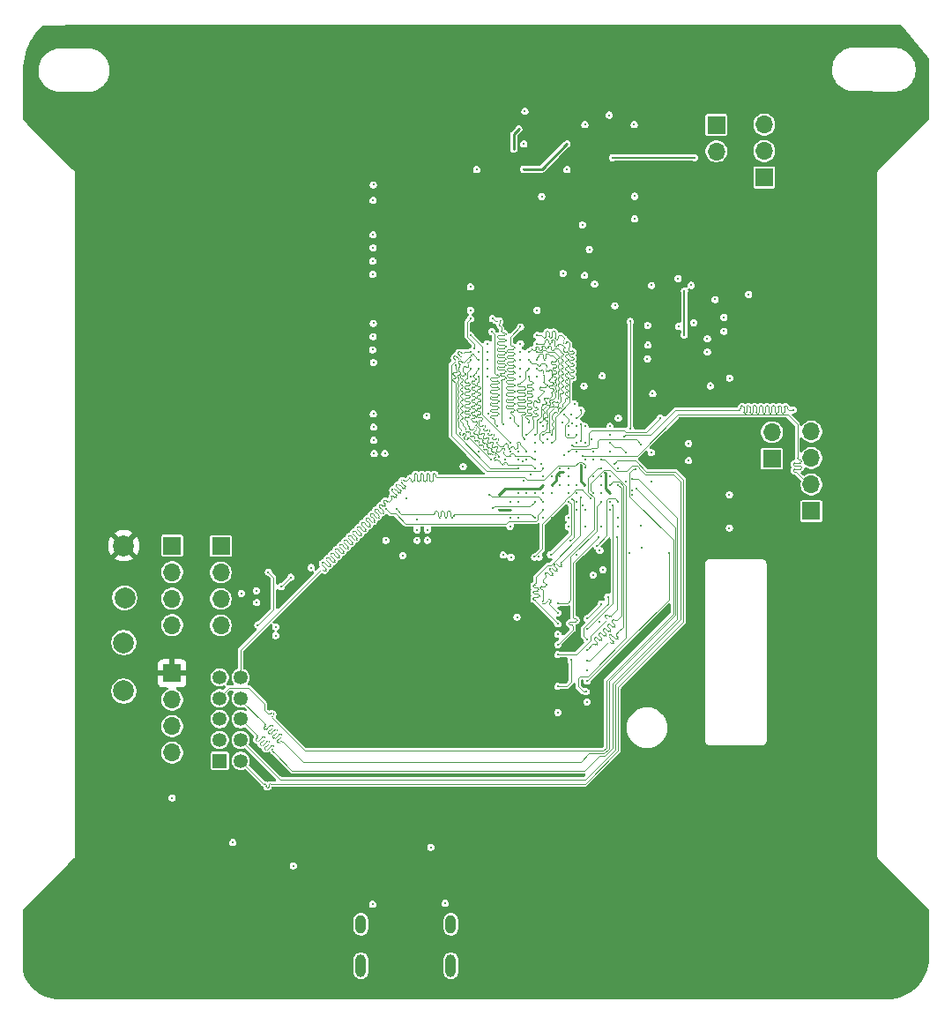
<source format=gbr>
%TF.GenerationSoftware,KiCad,Pcbnew,9.0.0*%
%TF.CreationDate,2025-05-06T20:27:03-04:00*%
%TF.ProjectId,payload_board,7061796c-6f61-4645-9f62-6f6172642e6b,rev?*%
%TF.SameCoordinates,Original*%
%TF.FileFunction,Copper,L2,Inr*%
%TF.FilePolarity,Positive*%
%FSLAX45Y45*%
G04 Gerber Fmt 4.5, Leading zero omitted, Abs format (unit mm)*
G04 Created by KiCad (PCBNEW 9.0.0) date 2025-05-06 20:27:03*
%MOMM*%
%LPD*%
G01*
G04 APERTURE LIST*
%TA.AperFunction,ComponentPad*%
%ADD10C,2.000000*%
%TD*%
%TA.AperFunction,ComponentPad*%
%ADD11R,1.700000X1.700000*%
%TD*%
%TA.AperFunction,ComponentPad*%
%ADD12O,1.700000X1.700000*%
%TD*%
%TA.AperFunction,ComponentPad*%
%ADD13O,1.000000X2.200000*%
%TD*%
%TA.AperFunction,ComponentPad*%
%ADD14O,1.000000X1.800000*%
%TD*%
%TA.AperFunction,ComponentPad*%
%ADD15R,1.350000X1.350000*%
%TD*%
%TA.AperFunction,ComponentPad*%
%ADD16C,1.350000*%
%TD*%
%TA.AperFunction,ViaPad*%
%ADD17C,0.300000*%
%TD*%
%TA.AperFunction,Conductor*%
%ADD18C,0.100000*%
%TD*%
%TA.AperFunction,Conductor*%
%ADD19C,0.250000*%
%TD*%
%TA.AperFunction,Conductor*%
%ADD20C,0.200000*%
%TD*%
G04 APERTURE END LIST*
D10*
%TO.N,GND*%
%TO.C,TP7*%
X15350000Y-10735000D03*
%TD*%
D11*
%TO.N,+3V3*%
%TO.C,J6*%
X15815000Y-9805000D03*
D12*
%TO.N,Net-(J6-Pin_2)*%
X15815000Y-10059000D03*
%TO.N,LPI2C3_SCL*%
X15815000Y-10313000D03*
%TO.N,LPI2C3_SDA*%
X15815000Y-10567000D03*
%TD*%
D11*
%TO.N,LPSPI4_PCSO*%
%TO.C,J11*%
X21955000Y-9472000D03*
D12*
%TO.N,LPSPI4_SDI*%
X21955000Y-9218000D03*
%TO.N,LPSPI4_SDO*%
X21955000Y-8964000D03*
%TO.N,LPSPI4_SCK*%
X21955000Y-8710000D03*
%TD*%
D11*
%TO.N,TEST_ANTENNAS*%
%TO.C,J9*%
X21502500Y-6270000D03*
D12*
%TO.N,FIRE_DEPLOY1_A*%
X21502500Y-6016000D03*
%TO.N,FIRE_DEPLOY1_B*%
X21502500Y-5762000D03*
%TD*%
D10*
%TO.N,VBUS*%
%TO.C,TP5*%
X15350000Y-9805000D03*
%TD*%
%TO.N,VBUSP*%
%TO.C,TP8*%
X15350000Y-11200000D03*
%TD*%
D11*
%TO.N,+3V3*%
%TO.C,J7*%
X16282500Y-9807500D03*
D12*
%TO.N,Net-(J7-Pin_2)*%
X16282500Y-10061500D03*
%TO.N,LPI2C4_SCL*%
X16282500Y-10315500D03*
%TO.N,LPI2C4_SDA*%
X16282500Y-10569500D03*
%TD*%
D13*
%TO.N,GND*%
%TO.C,J2*%
X17628000Y-13837500D03*
X18492000Y-13837500D03*
D14*
X17628000Y-13437500D03*
X18492000Y-13437500D03*
%TD*%
D11*
%TO.N,DEPLOY1*%
%TO.C,J4*%
X21042500Y-5765000D03*
D12*
%TO.N,READ_DEPLOY1*%
X21042500Y-6019000D03*
%TD*%
D15*
%TO.N,+3V3*%
%TO.C,J10*%
X16272500Y-11870000D03*
D16*
%TO.N,JTAG_MOD*%
X16472500Y-11870000D03*
%TO.N,GND*%
X16272500Y-11670000D03*
%TO.N,JTAG_TCK*%
X16472500Y-11670000D03*
%TO.N,GND*%
X16272500Y-11470000D03*
%TO.N,JTAG_TDO*%
X16472500Y-11470000D03*
%TO.N,JTAG_TMS*%
X16272500Y-11270000D03*
%TO.N,JTAG_TDI*%
X16472500Y-11270000D03*
%TO.N,GND*%
X16272500Y-11070000D03*
%TO.N,JTAG_TRSTB*%
X16472500Y-11070000D03*
%TD*%
D10*
%TO.N,+3V3*%
%TO.C,TP6*%
X15360000Y-10305000D03*
%TD*%
D11*
%TO.N,VBUS*%
%TO.C,J3*%
X15815000Y-11030000D03*
D12*
%TO.N,+3V3*%
X15815000Y-11284000D03*
%TO.N,DCDC_IN*%
X15815000Y-11538000D03*
%TO.N,GND*%
X15815000Y-11792000D03*
%TD*%
D11*
%TO.N,LPUART2_RX*%
%TO.C,J5*%
X21575000Y-8969000D03*
D12*
%TO.N,LPUART2_TX*%
X21575000Y-8715000D03*
%TD*%
D17*
%TO.N,GND*%
X18740000Y-6195000D03*
%TO.N,VBUS*%
X18907000Y-9997500D03*
%TO.N,+3V3*%
X19952500Y-10035000D03*
X18610000Y-9045000D03*
%TO.N,GND*%
X19922500Y-10532500D03*
X19858750Y-10086250D03*
X19127500Y-10490000D03*
%TO.N,CSI_DATA04*%
X19640000Y-9755000D03*
%TO.N,DQ6*%
X19180000Y-8992500D03*
X19380000Y-9140000D03*
%TO.N,GND*%
X19872500Y-7292500D03*
X20320000Y-9615000D03*
X19060000Y-9620000D03*
X18167500Y-9552500D03*
X19540000Y-9140000D03*
X19160000Y-8025000D03*
X21167500Y-9315000D03*
X19140000Y-8900000D03*
X19060000Y-8580000D03*
X19620000Y-9140000D03*
X18437500Y-13237500D03*
X19140000Y-9540000D03*
X16979000Y-12877800D03*
X19365000Y-6452500D03*
X19540000Y-9060000D03*
X19520000Y-11405000D03*
X19970000Y-9102400D03*
X20020000Y-9300000D03*
X20257500Y-6450000D03*
X19160000Y-8185000D03*
X17740000Y-13248000D03*
X20322500Y-9825000D03*
X19945000Y-8175000D03*
X20257500Y-6667500D03*
X19460000Y-9300000D03*
X21167500Y-9635000D03*
X19620000Y-9220000D03*
X19570000Y-7190000D03*
X19320000Y-8185000D03*
X19620000Y-9060000D03*
X20020000Y-8900000D03*
X21030000Y-7440000D03*
X18300000Y-12700000D03*
X19140000Y-9300000D03*
X20417500Y-8910000D03*
X20775000Y-8822500D03*
X17867500Y-9752500D03*
X20417500Y-9190000D03*
X20100000Y-9620000D03*
X18840000Y-7945000D03*
X20955000Y-7817500D03*
X19160000Y-7865000D03*
X20775000Y-8987500D03*
X19380000Y-9540000D03*
X19320000Y-7545000D03*
X19060000Y-9540000D03*
X17857500Y-8920000D03*
X19540000Y-9220000D03*
X19380000Y-8660000D03*
X19780000Y-8660000D03*
X20985000Y-8270000D03*
X20100000Y-8580000D03*
X19700000Y-9380000D03*
X18167500Y-9752500D03*
X18840000Y-8105000D03*
X18067500Y-9352500D03*
X19700000Y-9300000D03*
X19620000Y-9540000D03*
%TO.N,VDD_SOC*%
X19460000Y-9140000D03*
X18957500Y-9312500D03*
X19700000Y-9220000D03*
X19380000Y-9220000D03*
X19576500Y-8935000D03*
%TO.N,Net-(U1E-NVCC_PLL)*%
X19780000Y-9620000D03*
%TO.N,VBUS*%
X19460000Y-9540000D03*
X17821000Y-13380000D03*
X18300000Y-13375000D03*
X19135000Y-9997500D03*
X19495000Y-9580000D03*
X18300000Y-13107500D03*
X19460000Y-9540000D03*
%TO.N,PWDN*%
X20020000Y-8740000D03*
X19922500Y-9850000D03*
%TO.N,Net-(U1E-VDD_SNVS_CAP)*%
X19780000Y-9460000D03*
%TO.N,Net-(U1F-VDD_USB_CAP)*%
X19620000Y-9300000D03*
%TO.N,Net-(U1D-DCDC_PSWITCH)*%
X19190000Y-9182500D03*
X19220000Y-9300000D03*
%TO.N,LDO_EN*%
X19800000Y-11005000D03*
X20205000Y-9875000D03*
X20020000Y-8660000D03*
%TO.N,XRS*%
X19800000Y-11105000D03*
X20172500Y-8907500D03*
X20172500Y-9190000D03*
X20585000Y-9875000D03*
X20020000Y-8820000D03*
%TO.N,Net-(U1E-VDD_HIGH_CAP)*%
X19620000Y-9620000D03*
%TO.N,/Memory/DQS*%
X19562178Y-8618811D03*
%TO.N,WDT_WDI*%
X20215000Y-7652500D03*
X20215000Y-8680000D03*
%TO.N,+3V3*%
X20100000Y-9540000D03*
X19770000Y-8270000D03*
X19700000Y-8900000D03*
X18680000Y-8185000D03*
X18840000Y-7865000D03*
X19940000Y-9620000D03*
X19420000Y-8780000D03*
X18167500Y-9652500D03*
X19060000Y-9380000D03*
X19358500Y-9017500D03*
X19160000Y-7945000D03*
X18680000Y-7545000D03*
X18840000Y-8025000D03*
X18030000Y-9900000D03*
X19380000Y-9300000D03*
X18840000Y-8185000D03*
X19575000Y-9100000D03*
X19070000Y-9915000D03*
X19740000Y-9025000D03*
X19160000Y-8105000D03*
X18995000Y-9895000D03*
X19780000Y-8980000D03*
X18267500Y-9652500D03*
X19140000Y-9380000D03*
X18680000Y-7320000D03*
X19778750Y-9221250D03*
X19300000Y-9300000D03*
X19700000Y-9460000D03*
X19460000Y-9220000D03*
%TO.N,DCDC_IN*%
X15815000Y-12225000D03*
X16397500Y-12655000D03*
%TO.N,WDT_BIAS*%
X20420000Y-7305000D03*
X19777500Y-7210000D03*
%TO.N,USB_DP_1*%
X19620000Y-9380000D03*
X19450000Y-9890000D03*
%TO.N,DQ1*%
X18680000Y-8105000D03*
X18957600Y-8949900D03*
X19220000Y-8980000D03*
%TO.N,DQ13*%
X19198250Y-8780948D03*
X19240000Y-8105000D03*
%TO.N,DQ15*%
X19239976Y-8620024D03*
X19300000Y-8900000D03*
X19240000Y-8185000D03*
%TO.N,DQML*%
X18261929Y-8558071D03*
X18850000Y-8540000D03*
%TO.N,A10*%
X18680000Y-7625000D03*
X19140000Y-9060000D03*
%TO.N,DQ7*%
X19260026Y-9120100D03*
X19010000Y-8979900D03*
%TO.N,DQ0*%
X19220000Y-8900000D03*
X18760000Y-8185000D03*
%TO.N,DQ11*%
X19240000Y-8025000D03*
X19300000Y-8740000D03*
%TO.N,DQ10*%
X19380000Y-8820000D03*
X19320000Y-7945000D03*
%TO.N,~{RAS}*%
X18885326Y-7749400D03*
X18940000Y-8657500D03*
%TO.N,DQ9*%
X19380000Y-8740000D03*
X19240000Y-7945000D03*
%TO.N,DQ6*%
X18760000Y-7945000D03*
%TO.N,DQMH*%
X19460000Y-8820000D03*
X19320000Y-7785000D03*
%TO.N,DQ12*%
X19355000Y-8620000D03*
X19300000Y-8820000D03*
X19320000Y-8025000D03*
%TO.N,DQ14*%
X19320000Y-8105000D03*
X19220000Y-8740000D03*
%TO.N,DQ3*%
X18680000Y-8025000D03*
X19300000Y-9060000D03*
%TO.N,DQ2*%
X19297500Y-8980000D03*
X18760000Y-8105000D03*
%TO.N,~{CS}*%
X19060000Y-8900000D03*
X18755000Y-8900000D03*
%TO.N,A0*%
X18892500Y-7625000D03*
X18992500Y-8635100D03*
%TO.N,DQ8*%
X19460000Y-8740000D03*
X19320000Y-7865000D03*
%TO.N,DQ5*%
X19380000Y-9060000D03*
X18680000Y-7945000D03*
%TO.N,DQ4*%
X18880000Y-8980000D03*
X18760000Y-8025000D03*
X19140000Y-8980000D03*
%TO.N,CSI_DATA05*%
X19740000Y-9342500D03*
X19520000Y-10555000D03*
X19940000Y-9140000D03*
%TO.N,CSI_PIXCLK*%
X19940000Y-9380000D03*
X19520000Y-10355000D03*
%TO.N,LPI2C1_SCL*%
X19695178Y-9890178D03*
X19761003Y-9417500D03*
X19645000Y-10902500D03*
X19520000Y-11155000D03*
%TO.N,CSI_DATA08*%
X20090000Y-9719900D03*
X20020000Y-9460000D03*
X19520000Y-10850000D03*
%TO.N,CSI_VSYNC*%
X19935000Y-10362500D03*
X19940000Y-9220000D03*
X19800000Y-10505000D03*
%TO.N,CSI_DATA02*%
X19800000Y-10805000D03*
X20100000Y-9220000D03*
%TO.N,CSI_DATA03*%
X19520000Y-10450000D03*
X19940000Y-9060000D03*
%TO.N,CSI_DATA06*%
X19800000Y-10905000D03*
X20020000Y-9220000D03*
%TO.N,CSI_DATA09*%
X19520000Y-10755000D03*
X19910000Y-9719900D03*
X20018962Y-9138962D03*
%TO.N,LPI2C1_SDA*%
X19790000Y-11205000D03*
X19860000Y-9300000D03*
%TO.N,CSI_HSYNC*%
X20045000Y-9420000D03*
X19800000Y-10605000D03*
%TO.N,CSI_DATA07*%
X19800000Y-10705000D03*
X20020000Y-9380000D03*
X20000100Y-10295000D03*
X20235000Y-9317500D03*
%TO.N,CSI_MCLK*%
X19940000Y-9300000D03*
X19800000Y-11305000D03*
%TO.N,CSI_DATA04*%
X19860000Y-9140000D03*
X19520000Y-10655000D03*
X19660000Y-9360048D03*
%TO.N,LPUART2_TX*%
X20235000Y-9275000D03*
%TO.N,LPI2C4_SCL*%
X19834800Y-9349323D03*
X16625000Y-10237500D03*
X16480000Y-10262500D03*
X19296000Y-9913000D03*
%TO.N,LPI2C4_SDA*%
X19892500Y-9805000D03*
X20100000Y-9380000D03*
X19338913Y-9912729D03*
%TO.N,LPI2C3_SCL*%
X16955000Y-10109200D03*
X16860000Y-10200000D03*
%TO.N,LPI2C3_SDA*%
X17150000Y-10015000D03*
X16810000Y-10667000D03*
%TO.N,Net-(L1-Pad1)*%
X19060000Y-9460000D03*
X18957500Y-9460000D03*
%TO.N,FIRE_DEPLOY1_A*%
X19192457Y-5948468D03*
X20832766Y-6080100D03*
X20045000Y-6080000D03*
X19607500Y-6195000D03*
%TO.N,FIRE_DEPLOY1_B*%
X19607500Y-5947500D03*
X19190000Y-6190000D03*
%TO.N,VBUSP*%
X20012500Y-5672500D03*
X19202500Y-5635000D03*
%TO.N,JTAG_MOD*%
X20060000Y-9017500D03*
%TO.N,JTAG_TRSTB*%
X19780480Y-9057400D03*
%TO.N,GPIO_B0_04*%
X19620000Y-8740000D03*
X17747500Y-6340000D03*
%TO.N,GPIO_B0_05*%
X17742500Y-7200000D03*
X19620000Y-8660000D03*
%TO.N,GPIO_B0_06*%
X19681247Y-8446253D03*
X17742500Y-7073500D03*
%TO.N,GPIO_B0_07*%
X17745000Y-6945000D03*
X19700000Y-8580000D03*
X19745000Y-8505000D03*
%TO.N,GPIO_B0_08*%
X17744000Y-6820000D03*
X19700000Y-8657500D03*
%TO.N,GPIO_B0_09*%
X19577500Y-8545000D03*
X19700000Y-8740000D03*
X17749000Y-8045000D03*
%TO.N,GPIO_B0_10*%
X17755000Y-8921000D03*
X19700000Y-8820000D03*
%TO.N,GPIO_B0_11*%
X19650000Y-8542500D03*
X17741000Y-7923500D03*
%TO.N,GPIO_B0_12*%
X17745000Y-7796500D03*
X19660000Y-8630000D03*
%TO.N,GPIO_B0_13*%
X19780000Y-8820000D03*
X17751000Y-8794000D03*
%TO.N,GPIO_B0_14*%
X19740000Y-8640048D03*
X17747500Y-7669500D03*
X19740000Y-8800000D03*
%TO.N,GPIO_B0_15*%
X19860000Y-8900000D03*
X17745000Y-6490000D03*
%TO.N,GPIO_AD_B0_04*%
X19860000Y-8980000D03*
X17747500Y-8540000D03*
%TO.N,GPIO_AD_B0_05*%
X17750000Y-8667000D03*
X20100000Y-9060000D03*
%TO.N,/Watchdog/WDT-VP*%
X20800000Y-7305000D03*
X20680000Y-7700000D03*
%TO.N,ODQ7*%
X19380000Y-9380000D03*
X18860000Y-9320000D03*
%TO.N,ODQ6*%
X19380000Y-9460000D03*
X17867500Y-9452500D03*
%TO.N,JTAG_TMS*%
X20267600Y-9067532D03*
%TO.N,JTAG_TCK*%
X19940000Y-8980000D03*
%TO.N,ODQ1*%
X19300000Y-9540000D03*
X17967500Y-9452500D03*
%TO.N,A_OSCLK*%
X18897500Y-9440100D03*
X19300000Y-9380000D03*
%TO.N,JTAG_TDI*%
X20272500Y-9257500D03*
%TO.N,JTAG_TDO*%
X20235000Y-9165000D03*
%TO.N,Net-(U4D--)*%
X21170000Y-8195000D03*
X20733900Y-7781530D03*
X20735000Y-7360000D03*
X20955000Y-7945000D03*
%TO.N,Net-(J6-Pin_2)*%
X16627500Y-10350000D03*
X16810000Y-10582500D03*
%TO.N,Net-(J7-Pin_2)*%
X16738600Y-10058400D03*
X16637000Y-10566400D03*
%TO.N,Net-(JP1-A)*%
X20825000Y-7665000D03*
X21352500Y-7392500D03*
%TO.N,Net-(Q2A-G)*%
X19780000Y-5762500D03*
X19096000Y-5998000D03*
X19145000Y-5804000D03*
X20252500Y-5762500D03*
%TO.N,Net-(U3-ERR#)*%
X18267500Y-9752500D03*
%TO.N,Net-(U4B--)*%
X20675000Y-7240000D03*
X20380000Y-8010000D03*
%TO.N,Net-(U4A--)*%
X20385000Y-7880000D03*
X20067500Y-7500000D03*
%TO.N,Net-(U5-ILIM)*%
X19755000Y-6725000D03*
X19822500Y-6960000D03*
%TO.N,Net-(R56-Pad1)*%
X20382500Y-7690000D03*
X20430000Y-8345000D03*
%TO.N,Net-(U4C-+)*%
X21115000Y-7745000D03*
X21115000Y-7612500D03*
%TO.N,~{WE}*%
X19060000Y-8820000D03*
X18680000Y-7785000D03*
%TO.N,A9*%
X19160000Y-7702500D03*
X19140000Y-8660000D03*
%TO.N,LPSPI4_SDI*%
X19760000Y-8940000D03*
%TO.N,LPSPI4_SCK*%
X20155000Y-8755000D03*
X19840000Y-8780000D03*
X21780000Y-8500000D03*
%TO.N,LPSPI4_SDO*%
X20320000Y-8830000D03*
X19620000Y-8900000D03*
%TO.N,LPSPI4_PCSO*%
X19660000Y-8840000D03*
X20502500Y-8580000D03*
%TO.N,A10*%
X18540000Y-8070000D03*
X18720000Y-7915000D03*
%TD*%
D18*
%TO.N,DQ14*%
X19280000Y-8564500D02*
G75*
G03*
X19275000Y-8569500I0J-5000D01*
G01*
X19325000Y-8552500D02*
G75*
G02*
X19313000Y-8564500I-12000J0D01*
G01*
X19313000Y-8534500D02*
G75*
G02*
X19325000Y-8546500I0J-12000D01*
G01*
X19285000Y-8522500D02*
G75*
G03*
X19297000Y-8534500I12000J0D01*
G01*
X19297000Y-8504500D02*
G75*
G03*
X19285000Y-8516500I0J-12000D01*
G01*
X19285000Y-8462500D02*
G75*
G03*
X19297000Y-8474500I12000J0D01*
G01*
X19325000Y-8492500D02*
G75*
G02*
X19313000Y-8504500I-12000J0D01*
G01*
X19313000Y-8474500D02*
G75*
G02*
X19325000Y-8486500I0J-12000D01*
G01*
X19311789Y-8417681D02*
G75*
G03*
X19294815Y-8417677I-8489J-8489D01*
G01*
X19340074Y-8428995D02*
G75*
G02*
X19323103Y-8428995I-8485J8485D01*
G01*
X19344316Y-8407782D02*
G75*
G02*
X19344319Y-8424755I-8486J-8488D01*
G01*
X19359963Y-8119507D02*
G75*
G02*
X19376934Y-8119507I8485J-8485D01*
G01*
X19333002Y-8379497D02*
G75*
G03*
X19333005Y-8396465I8488J-8483D01*
G01*
X19405500Y-8249500D02*
G75*
G02*
X19417500Y-8261500I0J-12000D01*
G01*
X19370500Y-8309500D02*
G75*
G02*
X19382500Y-8321500I0J-12000D01*
G01*
X19342500Y-8297500D02*
G75*
G03*
X19354500Y-8309500I12000J0D01*
G01*
X19354500Y-8279500D02*
G75*
G03*
X19342500Y-8291500I0J-12000D01*
G01*
X19417500Y-8267500D02*
G75*
G02*
X19405500Y-8279500I-12000J0D01*
G01*
X19376934Y-8144963D02*
G75*
G03*
X19376932Y-8161935I8486J-8487D01*
G01*
X19382500Y-8237500D02*
G75*
G03*
X19394500Y-8249500I12000J0D01*
G01*
X19381176Y-8123750D02*
G75*
G02*
X19381181Y-8140725I-8486J-8490D01*
G01*
X19338750Y-8123750D02*
G75*
G03*
X19355725Y-8123755I8490J8490D01*
G01*
X19294819Y-8417681D02*
X19290576Y-8421924D01*
X19285000Y-8599500D02*
X19285000Y-8619500D01*
X19297000Y-8564500D02*
X19285000Y-8564500D01*
X19290576Y-8421924D02*
X19285000Y-8427500D01*
X19313000Y-8504500D02*
X19297000Y-8504500D01*
X19285000Y-8427500D02*
X19285000Y-8462500D01*
X19285000Y-8619500D02*
X19285000Y-8620132D01*
X19325000Y-8486500D02*
X19325000Y-8492500D01*
X19325000Y-8546500D02*
X19325000Y-8552500D01*
X19354500Y-8309500D02*
X19370500Y-8309500D01*
X19285000Y-8620132D02*
X19285000Y-8675000D01*
X19285000Y-8516500D02*
X19285000Y-8522500D01*
X19333002Y-8396468D02*
X19344316Y-8407782D01*
X19381176Y-8166176D02*
X19382500Y-8167500D01*
X19417500Y-8261500D02*
X19417500Y-8267500D01*
X19394500Y-8249500D02*
X19405500Y-8249500D01*
X19342500Y-8291500D02*
X19342500Y-8297500D01*
X19320000Y-8105000D02*
X19338750Y-8123750D01*
X19381176Y-8140720D02*
X19376934Y-8144963D01*
X19376934Y-8119507D02*
X19381176Y-8123750D01*
X19376934Y-8161934D02*
X19381176Y-8166176D01*
X19382500Y-8321500D02*
X19382500Y-8327500D01*
X19382500Y-8327500D02*
X19382500Y-8330000D01*
X19313000Y-8564500D02*
X19297000Y-8564500D01*
X19382500Y-8202500D02*
X19382500Y-8237500D01*
X19297000Y-8474500D02*
X19313000Y-8474500D01*
X19357751Y-8354749D02*
X19333002Y-8379497D01*
X19344316Y-8424752D02*
X19340074Y-8428995D01*
X19370500Y-8279500D02*
X19354500Y-8279500D01*
X19355721Y-8123750D02*
X19359963Y-8119507D01*
X19297000Y-8534500D02*
X19313000Y-8534500D01*
X19394500Y-8279500D02*
X19370500Y-8279500D01*
X19382500Y-8167500D02*
X19382500Y-8202500D01*
X19285000Y-8564500D02*
X19280000Y-8564500D01*
X19285000Y-8675000D02*
X19220000Y-8740000D01*
X19323103Y-8428995D02*
X19311789Y-8417681D01*
X19405500Y-8279500D02*
X19394500Y-8279500D01*
X19382500Y-8330000D02*
X19357751Y-8354749D01*
X19275000Y-8569500D02*
X19275000Y-8589500D01*
X19275000Y-8589500D02*
G75*
G03*
X19280000Y-8594500I5000J0D01*
G01*
X19280000Y-8594500D02*
G75*
G02*
X19285000Y-8599500I0J-5000D01*
G01*
%TO.N,LPSPI4_SCK*%
X21256101Y-8500000D02*
X21241161Y-8500000D01*
X21304101Y-8500000D02*
X21304101Y-8488000D01*
X21292101Y-8460000D02*
X21286101Y-8460000D01*
X21262101Y-8500000D02*
X21256101Y-8500000D01*
X21241161Y-8500000D02*
X20650000Y-8500000D01*
X21304101Y-8488000D02*
X21304101Y-8472000D01*
X20407500Y-8742500D02*
X20167500Y-8742500D01*
X20167500Y-8742500D02*
X20155000Y-8755000D01*
X21274101Y-8472000D02*
X21274101Y-8488000D01*
X20650000Y-8500000D02*
X20407500Y-8742500D01*
X21514101Y-8472000D02*
X21514101Y-8500000D01*
X21694101Y-8500000D02*
X21694101Y-8523000D01*
X21424101Y-8500000D02*
X21424101Y-8472000D01*
X21634101Y-8472000D02*
X21634101Y-8500000D01*
X21364101Y-8523000D02*
X21364101Y-8500000D01*
X21532101Y-8460000D02*
X21526101Y-8460000D01*
X21394101Y-8500000D02*
X21394101Y-8523000D01*
X21562101Y-8535000D02*
X21556101Y-8535000D01*
X21592101Y-8460000D02*
X21586101Y-8460000D01*
X21652101Y-8460000D02*
X21646101Y-8460000D01*
X21484101Y-8500000D02*
X21484101Y-8472000D01*
X21724101Y-8488000D02*
X21724101Y-8472000D01*
X21712101Y-8460000D02*
X21706101Y-8460000D01*
X21454101Y-8500000D02*
X21454101Y-8523000D01*
X21484101Y-8523000D02*
X21484101Y-8500000D01*
X21544101Y-8523000D02*
X21544101Y-8500000D01*
X21514101Y-8500000D02*
X21514101Y-8523000D01*
X21454101Y-8472000D02*
X21454101Y-8500000D01*
X21664101Y-8523000D02*
X21664101Y-8500000D01*
X21694101Y-8472000D02*
X21694101Y-8488000D01*
X21472101Y-8460000D02*
X21466101Y-8460000D01*
X21694101Y-8488000D02*
X21694101Y-8500000D01*
X21574101Y-8472000D02*
X21574101Y-8500000D01*
X21304101Y-8523000D02*
X21304101Y-8500000D01*
X21394101Y-8472000D02*
X21394101Y-8500000D01*
X21322101Y-8535000D02*
X21316101Y-8535000D01*
X21334101Y-8500000D02*
X21334101Y-8523000D01*
X21382101Y-8535000D02*
X21376101Y-8535000D01*
X21574101Y-8500000D02*
X21574101Y-8523000D01*
X21424101Y-8523000D02*
X21424101Y-8500000D01*
X21544101Y-8500000D02*
X21544101Y-8472000D01*
X21412101Y-8460000D02*
X21406101Y-8460000D01*
X21604101Y-8500000D02*
X21604101Y-8472000D01*
X21664101Y-8500000D02*
X21664101Y-8472000D01*
X21604101Y-8523000D02*
X21604101Y-8500000D01*
X21682101Y-8535000D02*
X21676101Y-8535000D01*
X21780000Y-8500000D02*
X21736101Y-8500000D01*
X21442101Y-8535000D02*
X21436101Y-8535000D01*
X21634101Y-8500000D02*
X21634101Y-8523000D01*
X21352101Y-8460000D02*
X21346101Y-8460000D01*
X21364101Y-8500000D02*
X21364101Y-8472000D01*
X21502101Y-8535000D02*
X21496101Y-8535000D01*
X21622101Y-8535000D02*
X21616101Y-8535000D01*
X21334101Y-8472000D02*
X21334101Y-8500000D01*
X21436101Y-8535000D02*
G75*
G02*
X21424100Y-8523000I-1J12000D01*
G01*
X21604101Y-8472000D02*
G75*
G03*
X21592101Y-8460000I-12001J0D01*
G01*
X21664101Y-8472000D02*
G75*
G03*
X21652101Y-8460000I-12001J0D01*
G01*
X21556101Y-8535000D02*
G75*
G02*
X21544100Y-8523000I-1J12000D01*
G01*
X21574101Y-8523000D02*
G75*
G02*
X21562101Y-8535001I-12001J0D01*
G01*
X21676101Y-8535000D02*
G75*
G02*
X21664100Y-8523000I-1J12000D01*
G01*
X21304101Y-8472000D02*
G75*
G03*
X21292101Y-8460000I-12001J0D01*
G01*
X21544101Y-8472000D02*
G75*
G03*
X21532101Y-8460000I-12001J0D01*
G01*
X21586101Y-8460000D02*
G75*
G03*
X21574100Y-8472000I-1J-12000D01*
G01*
X21466101Y-8460000D02*
G75*
G03*
X21454100Y-8472000I-1J-12000D01*
G01*
X21376101Y-8535000D02*
G75*
G02*
X21364100Y-8523000I-1J12000D01*
G01*
X21454101Y-8523000D02*
G75*
G02*
X21442101Y-8535001I-12001J0D01*
G01*
X21496101Y-8535000D02*
G75*
G02*
X21484100Y-8523000I-1J12000D01*
G01*
X21274101Y-8488000D02*
G75*
G02*
X21262101Y-8500001I-12001J0D01*
G01*
X21616101Y-8535000D02*
G75*
G02*
X21604100Y-8523000I-1J12000D01*
G01*
X21364101Y-8472000D02*
G75*
G03*
X21352101Y-8460000I-12001J0D01*
G01*
X21316101Y-8535000D02*
G75*
G02*
X21304100Y-8523000I-1J12000D01*
G01*
X21514101Y-8523000D02*
G75*
G02*
X21502101Y-8535001I-12001J0D01*
G01*
X21484101Y-8472000D02*
G75*
G03*
X21472101Y-8460000I-12001J0D01*
G01*
X21394101Y-8523000D02*
G75*
G02*
X21382101Y-8535001I-12001J0D01*
G01*
X21694101Y-8523000D02*
G75*
G02*
X21682101Y-8535001I-12001J0D01*
G01*
X21406101Y-8460000D02*
G75*
G03*
X21394100Y-8472000I-1J-12000D01*
G01*
X21634101Y-8523000D02*
G75*
G02*
X21622101Y-8535001I-12001J0D01*
G01*
X21334101Y-8523000D02*
G75*
G02*
X21322101Y-8535001I-12001J0D01*
G01*
X21526101Y-8460000D02*
G75*
G03*
X21514100Y-8472000I-1J-12000D01*
G01*
X21724101Y-8472000D02*
G75*
G03*
X21712101Y-8460000I-12001J0D01*
G01*
X21346101Y-8460000D02*
G75*
G03*
X21334100Y-8472000I-1J-12000D01*
G01*
X21424101Y-8472000D02*
G75*
G03*
X21412101Y-8460000I-12001J0D01*
G01*
X21646101Y-8460000D02*
G75*
G03*
X21634100Y-8472000I-1J-12000D01*
G01*
X21706101Y-8460000D02*
G75*
G03*
X21694100Y-8472000I-1J-12000D01*
G01*
X21736101Y-8500000D02*
G75*
G02*
X21724100Y-8488000I-1J12000D01*
G01*
X21286101Y-8460000D02*
G75*
G03*
X21274100Y-8472000I-1J-12000D01*
G01*
%TO.N,LPSPI4_SDI*%
X21820000Y-9068000D02*
X21848000Y-9068000D01*
X21792000Y-9008000D02*
X21820000Y-9008000D01*
X21820000Y-9038000D02*
X21792000Y-9038000D01*
X21820000Y-8640000D02*
X21730000Y-8550000D01*
X21820000Y-8960000D02*
X21820000Y-8937032D01*
X21780000Y-9086000D02*
X21780000Y-9080000D01*
X21820000Y-9008000D02*
X21832000Y-9008000D01*
X21808000Y-9068000D02*
X21820000Y-9068000D01*
X21848000Y-9038000D02*
X21820000Y-9038000D01*
X21780000Y-9026000D02*
X21780000Y-9020000D01*
X20280000Y-8940000D02*
X19760000Y-8940000D01*
X21820000Y-8966000D02*
X21820000Y-8960000D01*
X21730000Y-8550000D02*
X20670000Y-8550000D01*
X21832000Y-9008000D02*
X21848000Y-9008000D01*
X21825710Y-9115710D02*
X21820000Y-9110000D01*
X21820000Y-8937032D02*
X21820000Y-8640000D01*
X21860000Y-8996000D02*
X21860000Y-8990000D01*
X21792000Y-9068000D02*
X21808000Y-9068000D01*
X21848000Y-8978000D02*
X21832000Y-8978000D01*
X21860000Y-9056000D02*
X21860000Y-9050000D01*
X21900000Y-9190000D02*
X21825710Y-9115710D01*
X20670000Y-8550000D02*
X20280000Y-8940000D01*
X21808000Y-9098000D02*
X21792000Y-9098000D01*
X21780000Y-9020000D02*
G75*
G02*
X21792000Y-9008000I12000J0D01*
G01*
X21848000Y-9068000D02*
G75*
G03*
X21860000Y-9056000I0J12000D01*
G01*
X21792000Y-9038000D02*
G75*
G02*
X21780000Y-9026000I0J12000D01*
G01*
X21792000Y-9098000D02*
G75*
G02*
X21780000Y-9086000I0J12000D01*
G01*
X21860000Y-8990000D02*
G75*
G03*
X21848000Y-8978000I-12000J0D01*
G01*
X21832000Y-8978000D02*
G75*
G02*
X21820000Y-8966000I0J12000D01*
G01*
X21848000Y-9008000D02*
G75*
G03*
X21860000Y-8996000I0J12000D01*
G01*
X21860000Y-9050000D02*
G75*
G03*
X21848000Y-9038000I-12000J0D01*
G01*
X21780000Y-9080000D02*
G75*
G02*
X21792000Y-9068000I12000J0D01*
G01*
X21820000Y-9110000D02*
G75*
G03*
X21808000Y-9098000I-12000J0D01*
G01*
%TO.N,JTAG_TRSTB*%
X19750248Y-8999752D02*
X19780480Y-9029984D01*
X19646903Y-9034900D02*
X19649603Y-9037600D01*
X19780480Y-9029984D02*
X19780480Y-9057400D01*
X19522532Y-9034900D02*
X19646903Y-9034900D01*
X19382432Y-9175000D02*
X19522532Y-9034900D01*
X17846339Y-9374524D02*
X17850582Y-9370282D01*
X17853410Y-9424022D02*
X17857653Y-9419779D01*
X17758657Y-9558373D02*
X17738858Y-9538574D01*
X17584708Y-9749293D02*
X17588950Y-9745050D01*
X17632792Y-9644641D02*
X17652590Y-9664439D01*
X17654005Y-9623427D02*
X17634206Y-9603628D01*
X17825126Y-9412708D02*
X17836440Y-9424022D01*
X17634206Y-9586658D02*
X17638449Y-9582415D01*
X17815226Y-9445235D02*
X17803913Y-9433922D01*
X17802498Y-9474934D02*
X17822297Y-9494733D01*
X17464499Y-9756365D02*
X17468742Y-9752122D01*
X17802498Y-9474934D02*
X17802498Y-9474934D01*
X17761486Y-9459378D02*
X17765729Y-9455135D01*
X17738858Y-9538574D02*
X17719059Y-9518775D01*
X17696432Y-9581001D02*
X17676633Y-9561202D01*
X17569151Y-9708281D02*
X17549353Y-9688482D01*
X17801084Y-9515946D02*
X17781285Y-9496147D01*
X17485713Y-9752122D02*
X17505512Y-9771921D01*
X17717645Y-9559787D02*
X17737444Y-9579586D01*
X17676633Y-9544231D02*
X17680875Y-9539988D01*
X18011339Y-9234662D02*
X18011339Y-9234661D01*
X17569151Y-9708281D02*
X17569151Y-9708281D01*
X18009924Y-9275674D02*
X17990125Y-9255875D01*
X17696431Y-9581000D02*
X17696432Y-9581001D01*
X17611578Y-9665854D02*
X17591779Y-9646055D01*
X17547938Y-9729494D02*
X17567737Y-9749293D01*
X17590365Y-9687067D02*
X17610164Y-9706866D01*
X17823712Y-9453720D02*
X17815226Y-9445235D01*
X17963255Y-9339314D02*
X17967497Y-9335071D01*
X17588950Y-9728080D02*
X17569151Y-9708281D01*
X17839268Y-9494733D02*
X17843510Y-9490490D01*
X17654005Y-9623427D02*
X17654005Y-9623427D01*
X17673804Y-9643226D02*
X17654005Y-9623427D01*
X17631377Y-9685653D02*
X17611578Y-9665854D01*
X17627134Y-9706866D02*
X17631377Y-9702623D01*
X17549353Y-9671511D02*
X17553595Y-9667268D01*
X17803913Y-9416951D02*
X17808156Y-9412708D01*
X17823711Y-9453720D02*
X17823712Y-9453720D01*
X17843510Y-9473519D02*
X17823711Y-9453720D01*
X17782699Y-9455135D02*
X17802498Y-9474934D01*
X17760072Y-9517360D02*
X17779871Y-9537159D01*
X17754414Y-9579586D02*
X17758657Y-9575343D01*
X17675218Y-9602214D02*
X17695017Y-9622013D01*
X17675218Y-9602214D02*
X17675218Y-9602214D01*
X17760072Y-9517361D02*
X17760072Y-9517360D01*
X17612993Y-9624842D02*
X17632792Y-9644641D01*
X17570566Y-9667268D02*
X17590365Y-9687067D01*
X17528139Y-9709695D02*
X17547938Y-9729494D01*
X17505512Y-9771921D02*
X17505511Y-9771921D01*
X17547938Y-9729494D02*
X17547938Y-9729494D01*
X17546524Y-9770506D02*
X17526725Y-9750707D01*
X17716230Y-9600799D02*
X17696431Y-9581000D01*
X17717645Y-9559787D02*
X17717645Y-9559787D01*
X17669561Y-9664439D02*
X17673804Y-9660197D01*
X17857653Y-9402809D02*
X17846339Y-9391495D01*
X17781285Y-9496147D02*
X17761486Y-9476348D01*
X17719059Y-9501804D02*
X17723302Y-9497562D01*
X17781285Y-9496147D02*
X17781285Y-9496147D01*
X17740273Y-9497562D02*
X17760072Y-9517361D01*
X17590365Y-9687067D02*
X17590365Y-9687067D01*
X17506926Y-9713938D02*
X17511169Y-9709695D01*
X17697846Y-9539988D02*
X17717645Y-9559787D01*
X17591779Y-9629084D02*
X17596022Y-9624842D01*
X17611578Y-9665854D02*
X17611578Y-9665854D01*
X17857653Y-9419779D02*
X17857653Y-9419779D01*
X18317800Y-9150200D02*
X18317800Y-9138200D01*
X18137800Y-9178200D02*
X18137800Y-9162200D01*
X19227300Y-9175000D02*
X19382432Y-9175000D01*
X18347800Y-9122200D02*
X18347800Y-9138200D01*
X18329800Y-9110200D02*
X18335800Y-9110200D01*
X18287800Y-9150200D02*
X18287800Y-9178200D01*
X18011339Y-9234661D02*
X18031138Y-9254460D01*
X18257800Y-9150200D02*
X18257800Y-9122200D01*
X18227800Y-9150200D02*
X18227800Y-9178200D01*
X17970326Y-9219105D02*
X17974569Y-9214863D01*
X18167800Y-9150200D02*
X18167800Y-9178200D01*
X18197800Y-9150200D02*
X18197800Y-9122200D01*
X18048108Y-9254460D02*
X18052351Y-9250218D01*
X18137800Y-9150200D02*
X18137800Y-9122200D01*
X17867553Y-9370282D02*
X17878866Y-9381596D01*
X18012753Y-9176679D02*
X18016996Y-9172436D01*
X17968912Y-9277088D02*
X17988711Y-9296887D01*
X18119800Y-9190200D02*
X18125800Y-9190200D01*
X18257800Y-9178200D02*
X18257800Y-9150200D01*
X17947699Y-9298302D02*
X17927900Y-9278503D01*
X18137800Y-9162200D02*
X18137800Y-9150200D01*
X18179800Y-9190200D02*
X18185800Y-9190200D01*
X17991540Y-9214863D02*
X18011339Y-9234662D01*
X17967497Y-9318100D02*
X17956184Y-9306787D01*
X17918000Y-9359432D02*
X17918000Y-9328000D01*
X19202500Y-9150200D02*
X19227300Y-9175000D01*
X18317800Y-9178200D02*
X18317800Y-9150200D01*
X18197800Y-9178200D02*
X18197800Y-9150200D01*
X18066493Y-9179507D02*
X18095800Y-9150200D01*
X18062251Y-9183750D02*
X18066493Y-9179507D01*
X17895837Y-9381596D02*
X17900080Y-9377353D01*
X18032552Y-9213448D02*
X18024067Y-9204963D01*
X18032552Y-9213448D02*
X18032552Y-9213448D01*
X18005681Y-9296887D02*
X18009924Y-9292644D01*
X17949113Y-9257289D02*
X17968912Y-9277088D01*
X17956184Y-9306787D02*
X17947698Y-9298301D01*
X18392500Y-9150200D02*
X19202500Y-9150200D01*
X18359800Y-9150200D02*
X18365800Y-9150200D01*
X18317800Y-9138200D02*
X18317800Y-9122200D01*
X18209800Y-9110200D02*
X18215800Y-9110200D01*
X18033966Y-9172436D02*
X18045280Y-9183750D01*
X17990125Y-9255875D02*
X17990125Y-9255875D01*
X17947698Y-9298301D02*
X17947699Y-9298302D01*
X17927900Y-9261532D02*
X17932142Y-9257289D01*
X18299800Y-9190200D02*
X18305800Y-9190200D01*
X18269800Y-9110200D02*
X18275800Y-9110200D01*
X18365800Y-9150200D02*
X18392500Y-9150200D01*
X17990125Y-9255875D02*
X17970326Y-9236076D01*
X17632792Y-9644641D02*
X17632792Y-9644641D01*
X17542281Y-9791720D02*
X17546524Y-9787477D01*
X18167800Y-9122200D02*
X18167800Y-9150200D01*
X17457428Y-9876573D02*
X17461670Y-9872330D01*
X18227800Y-9122200D02*
X18227800Y-9150200D01*
X18052351Y-9233247D02*
X18032552Y-9213448D01*
X19720348Y-8999752D02*
X19750248Y-8999752D01*
X18239800Y-9190200D02*
X18245800Y-9190200D01*
X17463085Y-9814347D02*
X17482884Y-9834146D01*
X17484298Y-9793134D02*
X17484298Y-9793134D01*
X17463085Y-9814348D02*
X17463085Y-9814347D01*
X17273579Y-9964255D02*
X17293378Y-9984054D01*
X17400859Y-9836975D02*
X17420658Y-9856774D01*
X17505511Y-9771921D02*
X17525310Y-9791720D01*
X17376817Y-9940213D02*
X17357018Y-9920414D01*
X17293378Y-9984054D02*
X17293378Y-9984054D01*
X17399445Y-9877987D02*
X17379646Y-9858189D01*
X18287800Y-9122200D02*
X18287800Y-9150200D01*
X17287721Y-10046280D02*
X17291963Y-10042037D01*
X19649603Y-9037600D02*
X19682500Y-9037600D01*
X17293378Y-9984054D02*
X17313177Y-10003853D01*
X18024067Y-9204963D02*
X18012753Y-9193649D01*
X17335805Y-9941627D02*
X17355604Y-9961426D01*
X17399444Y-9877987D02*
X17399445Y-9877987D01*
X17357018Y-9920414D02*
X17357018Y-9920414D01*
X17655419Y-9582415D02*
X17675218Y-9602214D01*
X17291963Y-10025066D02*
X17280650Y-10013753D01*
X17422072Y-9798791D02*
X17426315Y-9794549D01*
X17378231Y-9899201D02*
X17378231Y-9899201D01*
X17294792Y-9926071D02*
X17299035Y-9921829D01*
X17259437Y-10034966D02*
X17270750Y-10046280D01*
X17272165Y-10005268D02*
X17252366Y-9985469D01*
X17379646Y-9841218D02*
X17383889Y-9836975D01*
X17358432Y-9879402D02*
X17378231Y-9899201D01*
X17415001Y-9919000D02*
X17419243Y-9914757D01*
X17484298Y-9793134D02*
X17464499Y-9773335D01*
X17504097Y-9812933D02*
X17484298Y-9793134D01*
X17499854Y-9834146D02*
X17504097Y-9829904D01*
X17357018Y-9920414D02*
X17337219Y-9900615D01*
X17461670Y-9855360D02*
X17441871Y-9835561D01*
X17420658Y-9856774D02*
X17440457Y-9876573D01*
X17419243Y-9897786D02*
X17399444Y-9877987D01*
X17420658Y-9856774D02*
X17420658Y-9856774D01*
X17796841Y-9537159D02*
X17801084Y-9532917D01*
X17378231Y-9899201D02*
X17398030Y-9919000D01*
X18107800Y-9162200D02*
X18107800Y-9178200D01*
X17372574Y-9961426D02*
X17376817Y-9957184D01*
X17314591Y-9962841D02*
X17294792Y-9943042D01*
X17314591Y-9962841D02*
X17314591Y-9962841D01*
X17252366Y-9968498D02*
X17256608Y-9964255D01*
X17526725Y-9750707D02*
X17506926Y-9730908D01*
X16472500Y-10804932D02*
X17242466Y-10034966D01*
X17272164Y-10005267D02*
X17272165Y-10005268D01*
X17900080Y-9377353D02*
X17918000Y-9359432D01*
X17711988Y-9622013D02*
X17716230Y-9617770D01*
X17441871Y-9835561D02*
X17441871Y-9835561D01*
X17968912Y-9277088D02*
X17968912Y-9277088D01*
X16472500Y-11070000D02*
X16472500Y-10804932D01*
X19682500Y-9037600D02*
X19720348Y-8999752D01*
X17337219Y-9883645D02*
X17341462Y-9879402D01*
X17443286Y-9794549D02*
X17463085Y-9814348D01*
X17441871Y-9835561D02*
X17422072Y-9815762D01*
X17330147Y-10003853D02*
X17334390Y-9999610D01*
X17934971Y-9328000D02*
X17946284Y-9339314D01*
X17334390Y-9982640D02*
X17314591Y-9962841D01*
X17335805Y-9941628D02*
X17335805Y-9941627D01*
X18149800Y-9110200D02*
X18155800Y-9110200D01*
X17316006Y-9921829D02*
X17335805Y-9941628D01*
X17280650Y-10013753D02*
X17272164Y-10005267D01*
X17526725Y-9750707D02*
X17526725Y-9750707D01*
X17738858Y-9538574D02*
X17738858Y-9538574D01*
X18287800Y-9178200D02*
G75*
G03*
X18299800Y-9190200I12000J0D01*
G01*
X18317800Y-9122200D02*
G75*
G02*
X18329800Y-9110200I12000J0D01*
G01*
X18275800Y-9110200D02*
G75*
G02*
X18287800Y-9122200I0J-12000D01*
G01*
X18347800Y-9138200D02*
G75*
G03*
X18359800Y-9150200I12000J0D01*
G01*
X18335800Y-9110200D02*
G75*
G02*
X18347800Y-9122200I0J-12000D01*
G01*
X17676633Y-9561202D02*
G75*
G02*
X17676636Y-9544235I8487J8482D01*
G01*
X17464499Y-9773335D02*
G75*
G02*
X17464499Y-9756365I8481J8485D01*
G01*
X17836440Y-9424022D02*
G75*
G03*
X17853415Y-9424027I8490J8482D01*
G01*
X17553595Y-9667268D02*
G75*
G02*
X17570566Y-9667268I8485J-8485D01*
G01*
X18125800Y-9190200D02*
G75*
G03*
X18137800Y-9178200I0J12000D01*
G01*
X18095800Y-9150200D02*
G75*
G02*
X18107800Y-9162200I0J-12000D01*
G01*
X18012753Y-9193649D02*
G75*
G02*
X18012749Y-9176675I8487J8489D01*
G01*
X17970326Y-9236076D02*
G75*
G02*
X17970326Y-9219105I8484J8486D01*
G01*
X17634206Y-9603628D02*
G75*
G02*
X17634203Y-9586655I8484J8488D01*
G01*
X17506926Y-9730908D02*
G75*
G02*
X17506923Y-9713935I8484J8488D01*
G01*
X17765729Y-9455135D02*
G75*
G02*
X17782699Y-9455135I8485J-8485D01*
G01*
X17567737Y-9749293D02*
G75*
G03*
X17584708Y-9749293I8485J8485D01*
G01*
X17918000Y-9328000D02*
G75*
G02*
X17934971Y-9328000I8485J-8485D01*
G01*
X17932142Y-9257289D02*
G75*
G02*
X17949113Y-9257289I8485J-8485D01*
G01*
X18052351Y-9250218D02*
G75*
G03*
X18052353Y-9233245I-8481J8488D01*
G01*
X17808156Y-9412708D02*
G75*
G02*
X17825126Y-9412708I8485J-8485D01*
G01*
X17588950Y-9745050D02*
G75*
G03*
X17588955Y-9728075I-8490J8490D01*
G01*
X17426315Y-9794549D02*
G75*
G02*
X17443286Y-9794549I8485J-8485D01*
G01*
X17974569Y-9214863D02*
G75*
G02*
X17991540Y-9214863I8485J-8485D01*
G01*
X17716230Y-9617770D02*
G75*
G03*
X17716235Y-9600795I-8490J8490D01*
G01*
X17946284Y-9339314D02*
G75*
G03*
X17963255Y-9339314I8485J8485D01*
G01*
X17504097Y-9829904D02*
G75*
G03*
X17504095Y-9812935I-8487J8484D01*
G01*
X17596022Y-9624842D02*
G75*
G02*
X17612993Y-9624842I8485J-8485D01*
G01*
X17549353Y-9688482D02*
G75*
G02*
X17549356Y-9671515I8488J8482D01*
G01*
X17482884Y-9834146D02*
G75*
G03*
X17499854Y-9834146I8485J8485D01*
G01*
X18016996Y-9172436D02*
G75*
G02*
X18033966Y-9172436I8485J-8485D01*
G01*
X17857653Y-9419779D02*
G75*
G03*
X17857657Y-9402805I-8483J8489D01*
G01*
X17673804Y-9660197D02*
G75*
G03*
X17673805Y-9643225I-8484J8487D01*
G01*
X18185800Y-9190200D02*
G75*
G03*
X18197800Y-9178200I0J12000D01*
G01*
X17758657Y-9575343D02*
G75*
G03*
X17758655Y-9558375I-8487J8483D01*
G01*
X17927900Y-9278503D02*
G75*
G02*
X17927902Y-9261535I8480J8483D01*
G01*
X17737444Y-9579586D02*
G75*
G03*
X17754414Y-9579586I8485J8485D01*
G01*
X17988711Y-9296887D02*
G75*
G03*
X18005681Y-9296887I8485J8485D01*
G01*
X18257800Y-9122200D02*
G75*
G02*
X18269800Y-9110200I12000J0D01*
G01*
X17846339Y-9391495D02*
G75*
G02*
X17846340Y-9374525I8481J8485D01*
G01*
X17511169Y-9709695D02*
G75*
G02*
X17528139Y-9709695I8485J-8485D01*
G01*
X18245800Y-9190200D02*
G75*
G03*
X18257800Y-9178200I0J12000D01*
G01*
X18227800Y-9178200D02*
G75*
G03*
X18239800Y-9190200I12000J0D01*
G01*
X18215800Y-9110200D02*
G75*
G02*
X18227800Y-9122200I0J-12000D01*
G01*
X18197800Y-9122200D02*
G75*
G02*
X18209800Y-9110200I12000J0D01*
G01*
X18167800Y-9178200D02*
G75*
G03*
X18179800Y-9190200I12000J0D01*
G01*
X18155800Y-9110200D02*
G75*
G02*
X18167800Y-9122200I0J-12000D01*
G01*
X18137800Y-9122200D02*
G75*
G02*
X18149800Y-9110200I12000J0D01*
G01*
X18107800Y-9178200D02*
G75*
G03*
X18119800Y-9190200I12000J0D01*
G01*
X18045280Y-9183750D02*
G75*
G03*
X18062255Y-9183754I8490J8490D01*
G01*
X17610164Y-9706866D02*
G75*
G03*
X17627134Y-9706866I8485J8485D01*
G01*
X17723302Y-9497562D02*
G75*
G02*
X17740273Y-9497562I8485J-8485D01*
G01*
X17779871Y-9537159D02*
G75*
G03*
X17796841Y-9537159I8485J8485D01*
G01*
X17695017Y-9622013D02*
G75*
G03*
X17711988Y-9622013I8485J8485D01*
G01*
X18031138Y-9254460D02*
G75*
G03*
X18048108Y-9254460I8485J8485D01*
G01*
X18009924Y-9292644D02*
G75*
G03*
X18009923Y-9275675I-8484J8484D01*
G01*
X17468742Y-9752122D02*
G75*
G02*
X17485713Y-9752122I8485J-8485D01*
G01*
X17850582Y-9370282D02*
G75*
G02*
X17867553Y-9370282I8485J-8485D01*
G01*
X17719059Y-9518775D02*
G75*
G02*
X17719060Y-9501805I8481J8485D01*
G01*
X17967497Y-9335071D02*
G75*
G03*
X17967493Y-9318105I-8487J8481D01*
G01*
X17525310Y-9791720D02*
G75*
G03*
X17542281Y-9791720I8485J8485D01*
G01*
X17461670Y-9872330D02*
G75*
G03*
X17461675Y-9855355I-8490J8490D01*
G01*
X17652590Y-9664439D02*
G75*
G03*
X17669561Y-9664439I8485J8485D01*
G01*
X17591779Y-9646055D02*
G75*
G02*
X17591780Y-9629085I8481J8485D01*
G01*
X17680875Y-9539988D02*
G75*
G02*
X17697846Y-9539988I8485J-8485D01*
G01*
X17631377Y-9702623D02*
G75*
G03*
X17631375Y-9685655I-8487J8483D01*
G01*
X17638449Y-9582415D02*
G75*
G02*
X17655419Y-9582415I8485J-8485D01*
G01*
X17822297Y-9494733D02*
G75*
G03*
X17839268Y-9494733I8485J8485D01*
G01*
X17422072Y-9815762D02*
G75*
G02*
X17422076Y-9798795I8488J8482D01*
G01*
X17419243Y-9914757D02*
G75*
G03*
X17419245Y-9897785I-8483J8487D01*
G01*
X17801084Y-9532917D02*
G75*
G03*
X17801085Y-9515945I-8484J8487D01*
G01*
X17803913Y-9433922D02*
G75*
G02*
X17803917Y-9416955I8487J8482D01*
G01*
X17761486Y-9476348D02*
G75*
G02*
X17761483Y-9459375I8484J8488D01*
G01*
X17337219Y-9900615D02*
G75*
G02*
X17337219Y-9883645I8481J8485D01*
G01*
X17252366Y-9985469D02*
G75*
G02*
X17252362Y-9968495I8484J8489D01*
G01*
X17440457Y-9876573D02*
G75*
G03*
X17457428Y-9876573I8485J8485D01*
G01*
X17379646Y-9858189D02*
G75*
G02*
X17379643Y-9841215I8484J8489D01*
G01*
X17294792Y-9943042D02*
G75*
G02*
X17294796Y-9926075I8488J8482D01*
G01*
X17256608Y-9964255D02*
G75*
G02*
X17273579Y-9964255I8485J-8485D01*
G01*
X17313177Y-10003853D02*
G75*
G03*
X17330147Y-10003853I8485J8485D01*
G01*
X17242466Y-10034966D02*
G75*
G02*
X17259437Y-10034966I8485J-8485D01*
G01*
X17334390Y-9999610D02*
G75*
G03*
X17334385Y-9982645I-8490J8480D01*
G01*
X18305800Y-9190200D02*
G75*
G03*
X18317800Y-9178200I0J12000D01*
G01*
X17383889Y-9836975D02*
G75*
G02*
X17400859Y-9836975I8485J-8485D01*
G01*
X17843510Y-9490490D02*
G75*
G03*
X17843515Y-9473515I-8480J8490D01*
G01*
X17291963Y-10042037D02*
G75*
G03*
X17291965Y-10025065I-8483J8487D01*
G01*
X17546524Y-9787477D02*
G75*
G03*
X17546525Y-9770505I-8484J8487D01*
G01*
X17398030Y-9919000D02*
G75*
G03*
X17415001Y-9919000I8485J8485D01*
G01*
X17341462Y-9879402D02*
G75*
G02*
X17358432Y-9879402I8485J-8485D01*
G01*
X17355604Y-9961426D02*
G75*
G03*
X17372574Y-9961426I8485J8485D01*
G01*
X17376817Y-9957184D02*
G75*
G03*
X17376815Y-9940215I-8487J8484D01*
G01*
X17299035Y-9921829D02*
G75*
G02*
X17316006Y-9921829I8485J-8485D01*
G01*
X17878866Y-9381596D02*
G75*
G03*
X17895835Y-9381594I8484J8486D01*
G01*
X17270750Y-10046280D02*
G75*
G03*
X17287721Y-10046280I8485J8485D01*
G01*
%TO.N,JTAG_TMS*%
X19985000Y-11745000D02*
X19985000Y-11101574D01*
X16793392Y-11474078D02*
X17094314Y-11775000D01*
X20626574Y-9751642D02*
X20204900Y-9329968D01*
X20626574Y-10460000D02*
X20626574Y-9751642D01*
X16781496Y-11462182D02*
X16793392Y-11474078D01*
X20204900Y-9105100D02*
X20242468Y-9067532D01*
X16777253Y-11457939D02*
X16781496Y-11462182D01*
X16788567Y-11429655D02*
X16777253Y-11440969D01*
X17094314Y-11775000D02*
X19955000Y-11775000D01*
X19985000Y-11101574D02*
X20626574Y-10460000D01*
X20242468Y-9067532D02*
X20267600Y-9067532D01*
X16550000Y-11170000D02*
X16699657Y-11319657D01*
X16784324Y-11408442D02*
X16788567Y-11412684D01*
X19955000Y-11775000D02*
X19985000Y-11745000D01*
X16270000Y-11260000D02*
X16360000Y-11170000D01*
X20204900Y-9329968D02*
X20204900Y-9105100D01*
X16756040Y-11419755D02*
X16767354Y-11408442D01*
X16699657Y-11380343D02*
X16739069Y-11419755D01*
X16360000Y-11170000D02*
X16550000Y-11170000D01*
X16699657Y-11319657D02*
X16699657Y-11380343D01*
X16788567Y-11412684D02*
G75*
G02*
X16788567Y-11429655I-8487J-8486D01*
G01*
X16739069Y-11419755D02*
G75*
G03*
X16756035Y-11419751I8481J8486D01*
G01*
X16767354Y-11408442D02*
G75*
G02*
X16784325Y-11408441I8486J-8488D01*
G01*
X16777253Y-11440969D02*
G75*
G03*
X16777257Y-11457935I8487J-8481D01*
G01*
%TO.N,JTAG_TDI*%
X16823575Y-11690143D02*
X16827817Y-11694386D01*
X17070000Y-11880000D02*
X19740000Y-11880000D01*
X16802362Y-11651959D02*
X16822160Y-11632160D01*
X16758521Y-11568521D02*
X16738722Y-11588320D01*
X20646674Y-9631674D02*
X20272500Y-9257500D01*
X16877315Y-11687315D02*
X16892500Y-11702500D01*
X16863173Y-11633575D02*
X16843374Y-11653373D01*
X19965000Y-11800000D02*
X20010000Y-11755000D01*
X16843374Y-11653373D02*
X16834888Y-11661859D01*
X16779734Y-11589734D02*
X16799533Y-11569935D01*
X20010000Y-11105000D02*
X20646674Y-10468326D01*
X16781148Y-11647717D02*
X16785391Y-11651959D01*
X16800947Y-11610947D02*
X16781148Y-11630746D01*
X16873072Y-11683072D02*
X16877315Y-11687315D01*
X16892500Y-11702500D02*
X17070000Y-11880000D01*
X16820746Y-11591148D02*
X16800947Y-11610947D01*
X16822160Y-11632160D02*
X16841959Y-11612361D01*
X20010000Y-11755000D02*
X20010000Y-11105000D01*
X16717509Y-11567107D02*
X16728823Y-11555793D01*
X16816504Y-11569935D02*
X16820746Y-11574178D01*
X16450000Y-11270000D02*
X16460000Y-11270000D01*
X19820000Y-11800000D02*
X19965000Y-11800000D01*
X16737308Y-11547308D02*
X16757107Y-11527509D01*
X16707610Y-11534580D02*
X16696296Y-11545894D01*
X19740000Y-11880000D02*
X19820000Y-11800000D01*
X16460000Y-11270000D02*
X16707610Y-11517610D01*
X16844788Y-11694386D02*
X16856101Y-11683072D01*
X16834888Y-11661859D02*
X16823575Y-11673172D01*
X16759935Y-11609533D02*
X16779734Y-11589734D01*
X16738722Y-11605291D02*
X16742965Y-11609533D01*
X16778320Y-11548722D02*
X16758521Y-11568521D01*
X16858930Y-11612361D02*
X16863173Y-11616604D01*
X20646674Y-10468326D02*
X20646674Y-9631674D01*
X16696296Y-11562864D02*
X16700538Y-11567107D01*
X16774078Y-11527509D02*
X16778320Y-11531752D01*
X16728823Y-11555793D02*
X16737308Y-11547308D01*
X16738722Y-11588320D02*
G75*
G03*
X16738717Y-11605295I8488J-8490D01*
G01*
X16823575Y-11673172D02*
G75*
G03*
X16823572Y-11690145I8486J-8488D01*
G01*
X16863173Y-11616604D02*
G75*
G02*
X16863173Y-11633575I-8483J-8486D01*
G01*
X16785391Y-11651959D02*
G75*
G03*
X16802362Y-11651959I8485J8485D01*
G01*
X16820746Y-11574178D02*
G75*
G02*
X16820743Y-11591145I-8486J-8482D01*
G01*
X16841959Y-11612361D02*
G75*
G02*
X16858926Y-11612366I8481J-8489D01*
G01*
X16856101Y-11683072D02*
G75*
G02*
X16873072Y-11683072I8485J-8485D01*
G01*
X16799533Y-11569935D02*
G75*
G02*
X16816506Y-11569934I8487J-8485D01*
G01*
X16778320Y-11531752D02*
G75*
G02*
X16778323Y-11548725I-8490J-8488D01*
G01*
X16742965Y-11609533D02*
G75*
G03*
X16759935Y-11609533I8485J8485D01*
G01*
X16757107Y-11527509D02*
G75*
G02*
X16774075Y-11527511I8483J-8481D01*
G01*
X16781148Y-11630746D02*
G75*
G03*
X16781150Y-11647715I8482J-8484D01*
G01*
X16696296Y-11545894D02*
G75*
G03*
X16696295Y-11562865I8484J-8486D01*
G01*
X16700538Y-11567107D02*
G75*
G03*
X16717509Y-11567107I8485J8485D01*
G01*
X16827817Y-11694386D02*
G75*
G03*
X16844788Y-11694386I8485J8485D01*
G01*
X16707610Y-11517610D02*
G75*
G02*
X16707605Y-11534575I-8490J-8480D01*
G01*
%TO.N,JTAG_TDO*%
X16754249Y-11734778D02*
X16765562Y-11723464D01*
X16724550Y-11722050D02*
X16704751Y-11741849D01*
X16683538Y-11720636D02*
X16703337Y-11700837D01*
X16745763Y-11743263D02*
X16754249Y-11734778D01*
X16740107Y-11681038D02*
X16744349Y-11685281D01*
X19775100Y-11965000D02*
X19920000Y-11820100D01*
X20050000Y-11743426D02*
X20050000Y-11125000D01*
X16619899Y-11673967D02*
X16624142Y-11678210D01*
X16641112Y-11678210D02*
X16652426Y-11666896D01*
X20666774Y-9536774D02*
X20295000Y-9165000D01*
X20050000Y-11125000D02*
X20666774Y-10508226D01*
X16967500Y-11965000D02*
X19775100Y-11965000D01*
X16782533Y-11723465D02*
X16786776Y-11727707D01*
X16631213Y-11645683D02*
X16619899Y-11656997D01*
X16775462Y-11772962D02*
X16779705Y-11777205D01*
X19920000Y-11820100D02*
X19973326Y-11820100D01*
X16662325Y-11716394D02*
X16666568Y-11720636D01*
X16794181Y-11791681D02*
X16967500Y-11965000D01*
X16744349Y-11702252D02*
X16724550Y-11722050D01*
X16660911Y-11658411D02*
X16680710Y-11638612D01*
X16652426Y-11666896D02*
X16660911Y-11658411D01*
X19973326Y-11820100D02*
X20050000Y-11743426D01*
X20295000Y-9165000D02*
X20235000Y-9165000D01*
X16786776Y-11744678D02*
X16775462Y-11755991D01*
X16701923Y-11659825D02*
X16682124Y-11679624D01*
X20666774Y-10508226D02*
X20666774Y-9536774D01*
X16704751Y-11758820D02*
X16708994Y-11763062D01*
X16682124Y-11679624D02*
X16662325Y-11699423D01*
X16697681Y-11638612D02*
X16701923Y-11642855D01*
X16725965Y-11763062D02*
X16745763Y-11743263D01*
X16703337Y-11700837D02*
X16723136Y-11681038D01*
X16472500Y-11470000D02*
X16631213Y-11628713D01*
X16779705Y-11777205D02*
X16794181Y-11791681D01*
X16744349Y-11685281D02*
G75*
G02*
X16744353Y-11702255I-8490J-8489D01*
G01*
X16662325Y-11699423D02*
G75*
G03*
X16662324Y-11716395I8485J-8487D01*
G01*
X16631213Y-11628713D02*
G75*
G02*
X16631215Y-11645685I-8483J-8487D01*
G01*
X16708994Y-11763062D02*
G75*
G03*
X16725965Y-11763062I8485J8485D01*
G01*
X16723136Y-11681038D02*
G75*
G02*
X16740105Y-11681040I8484J-8482D01*
G01*
X16775462Y-11755991D02*
G75*
G03*
X16775458Y-11772965I8488J-8489D01*
G01*
X16765562Y-11723464D02*
G75*
G02*
X16782536Y-11723462I8488J-8486D01*
G01*
X16701923Y-11642855D02*
G75*
G02*
X16701923Y-11659825I-8483J-8485D01*
G01*
X16786776Y-11727707D02*
G75*
G02*
X16786773Y-11744675I-8486J-8483D01*
G01*
X16704751Y-11741849D02*
G75*
G03*
X16704756Y-11758815I8489J-8481D01*
G01*
X16666568Y-11720636D02*
G75*
G03*
X16683538Y-11720636I8485J8485D01*
G01*
X16680710Y-11638612D02*
G75*
G02*
X16697685Y-11638607I8490J-8488D01*
G01*
X16619899Y-11656997D02*
G75*
G03*
X16619901Y-11673965I8481J-8483D01*
G01*
X16624142Y-11678210D02*
G75*
G03*
X16641112Y-11678210I8485J8485D01*
G01*
%TO.N,JTAG_MOD*%
X16757043Y-12090000D02*
X16763043Y-12090000D01*
X20370000Y-9095000D02*
X20265000Y-8990000D01*
X16778491Y-12090000D02*
X19780000Y-12090000D01*
X20100000Y-11160000D02*
X20725000Y-10535000D01*
X20650000Y-9095000D02*
X20370000Y-9095000D01*
X20087500Y-8990000D02*
X20060000Y-9017500D01*
X20725000Y-9170000D02*
X20650000Y-9095000D01*
X20100000Y-11770000D02*
X20100000Y-11160000D01*
X16763043Y-12090000D02*
X16778491Y-12090000D01*
X16745043Y-12118000D02*
X16745043Y-12102000D01*
X16727043Y-12130000D02*
X16733043Y-12130000D01*
X20265000Y-8990000D02*
X20087500Y-8990000D01*
X20725000Y-10535000D02*
X20725000Y-9170000D01*
X19780000Y-12090000D02*
X20100000Y-11770000D01*
X16472500Y-11870000D02*
X16692500Y-12090000D01*
X16715043Y-12102000D02*
X16715043Y-12118000D01*
X16692500Y-12090000D02*
X16703043Y-12090000D01*
X16745043Y-12102000D02*
G75*
G02*
X16757043Y-12090003I11997J0D01*
G01*
X16733043Y-12130000D02*
G75*
G03*
X16745040Y-12118000I-3J12000D01*
G01*
X16703043Y-12090000D02*
G75*
G02*
X16715040Y-12102000I-3J-12000D01*
G01*
X16715043Y-12118000D02*
G75*
G03*
X16727043Y-12129997I11997J0D01*
G01*
%TO.N,JTAG_TCK*%
X19967860Y-8980000D02*
X19940000Y-8980000D01*
X20077860Y-9090000D02*
X19967860Y-8980000D01*
X20180000Y-9090000D02*
X20077860Y-9090000D01*
X20232568Y-9037432D02*
X20180000Y-9090000D01*
X20300000Y-9057365D02*
X20280068Y-9037432D01*
X20300000Y-9065000D02*
X20300000Y-9057365D01*
X20355000Y-9120000D02*
X20300000Y-9065000D01*
X20630000Y-9120000D02*
X20355000Y-9120000D01*
X20700000Y-10510000D02*
X20700000Y-9190000D01*
X20280068Y-9037432D02*
X20232568Y-9037432D01*
X20070000Y-11140000D02*
X20700000Y-10510000D01*
X20070000Y-11760000D02*
X20070000Y-11140000D01*
X19782500Y-12047500D02*
X20070000Y-11760000D01*
X20700000Y-9190000D02*
X20630000Y-9120000D01*
X16472500Y-11670000D02*
X16850000Y-12047500D01*
X16850000Y-12047500D02*
X19782500Y-12047500D01*
%TO.N,A10*%
X18510000Y-8152000D02*
X18510000Y-8158000D01*
X18550000Y-8115000D02*
X18550000Y-8135000D01*
X18540000Y-8262938D02*
X18540000Y-8727568D01*
X18540000Y-8140000D02*
X18528000Y-8140000D01*
X18545000Y-8140000D02*
X18540000Y-8140000D01*
X18528000Y-8200000D02*
X18522000Y-8200000D01*
X18540000Y-8242000D02*
X18540000Y-8248000D01*
X18540000Y-8727568D02*
X18872432Y-9060000D01*
X18872432Y-9060000D02*
X19140000Y-9060000D01*
X18540000Y-8182000D02*
X18540000Y-8188000D01*
X18528000Y-8140000D02*
X18522000Y-8140000D01*
X18522000Y-8170000D02*
X18528000Y-8170000D01*
X18510000Y-8212000D02*
X18510000Y-8218000D01*
X18522000Y-8230000D02*
X18528000Y-8230000D01*
X18540000Y-8248000D02*
X18540000Y-8262938D01*
X18540000Y-8070000D02*
X18540000Y-8105000D01*
X18510000Y-8158000D02*
G75*
G03*
X18522000Y-8170000I12000J0D01*
G01*
X18510000Y-8218000D02*
G75*
G03*
X18522000Y-8230000I12000J0D01*
G01*
X18545000Y-8110000D02*
G75*
G02*
X18550000Y-8115000I0J-5000D01*
G01*
X18522000Y-8200000D02*
G75*
G03*
X18510000Y-8212000I0J-12000D01*
G01*
X18522000Y-8140000D02*
G75*
G03*
X18510000Y-8152000I0J-12000D01*
G01*
X18550000Y-8135000D02*
G75*
G02*
X18545000Y-8140000I-5000J0D01*
G01*
X18528000Y-8230000D02*
G75*
G02*
X18540000Y-8242000I0J-12000D01*
G01*
X18540000Y-8105000D02*
G75*
G03*
X18545000Y-8110000I5000J0D01*
G01*
X18528000Y-8170000D02*
G75*
G02*
X18540000Y-8182000I0J-12000D01*
G01*
X18540000Y-8188000D02*
G75*
G02*
X18528000Y-8200000I-12000J0D01*
G01*
%TO.N,DQMH*%
X19675000Y-7944500D02*
X19675000Y-7950500D01*
X19635000Y-8430000D02*
X19495000Y-8570000D01*
X19495000Y-8570000D02*
X19495000Y-8785000D01*
X19630000Y-7932500D02*
X19635000Y-7932500D01*
X19663000Y-8202500D02*
X19647000Y-8202500D01*
X19675000Y-8064500D02*
X19675000Y-8070500D01*
X19663000Y-8082500D02*
X19647000Y-8082500D01*
X19635000Y-8220500D02*
X19635000Y-8253278D01*
X19524926Y-7813000D02*
X19524926Y-7797000D01*
X19635000Y-8154500D02*
X19635000Y-8160500D01*
X19506926Y-7825000D02*
X19512926Y-7825000D01*
X19635000Y-7932500D02*
X19647000Y-7932500D01*
X19647000Y-7992500D02*
X19663000Y-7992500D01*
X19675000Y-8184500D02*
X19675000Y-8190500D01*
X19663000Y-7962500D02*
X19647000Y-7962500D01*
X19663000Y-8142500D02*
X19647000Y-8142500D01*
X19635000Y-8094500D02*
X19635000Y-8100500D01*
X19635000Y-7974500D02*
X19635000Y-7980500D01*
X19570935Y-7855003D02*
X19575178Y-7859246D01*
X19620432Y-7847932D02*
X19624675Y-7852175D01*
X19663000Y-8022500D02*
X19647000Y-8022500D01*
X19647000Y-8112500D02*
X19663000Y-8112500D01*
X19625000Y-7907500D02*
X19625000Y-7927500D01*
X19635000Y-8034500D02*
X19635000Y-8040500D01*
X19635000Y-8253278D02*
X19635000Y-8430000D01*
X19647000Y-8052500D02*
X19663000Y-8052500D01*
X19675000Y-8124500D02*
X19675000Y-8130500D01*
X19624675Y-7852175D02*
X19635000Y-7862500D01*
X19647000Y-8172500D02*
X19663000Y-8172500D01*
X19494926Y-7785000D02*
X19494926Y-7797000D01*
X19675000Y-8004500D02*
X19675000Y-8010500D01*
X19434926Y-7757000D02*
X19434926Y-7785000D01*
X19464926Y-7798000D02*
X19464926Y-7785000D01*
X19446926Y-7810000D02*
X19452926Y-7810000D01*
X19404926Y-7798000D02*
X19404926Y-7797000D01*
X19476926Y-7745000D02*
X19482926Y-7745000D01*
X19536926Y-7785000D02*
X19542926Y-7785000D01*
X19582249Y-7826719D02*
X19570935Y-7838033D01*
X19386926Y-7810000D02*
X19392926Y-7810000D01*
X19542926Y-7785000D02*
X19557500Y-7785000D01*
X19374926Y-7797000D02*
X19374926Y-7798000D01*
X19464926Y-7785000D02*
X19464926Y-7757000D01*
X19635000Y-8214500D02*
X19635000Y-8220500D01*
X19320000Y-7785000D02*
X19362926Y-7785000D01*
X19635000Y-7862500D02*
X19635000Y-7897500D01*
X19495000Y-8785000D02*
X19460000Y-8820000D01*
X19494926Y-7797000D02*
X19494926Y-7813000D01*
X19494926Y-7757000D02*
X19494926Y-7785000D01*
X19404926Y-7797000D02*
X19404926Y-7785000D01*
X19647000Y-7932500D02*
X19663000Y-7932500D01*
X19404926Y-7785000D02*
X19404926Y-7757000D01*
X19416926Y-7745000D02*
X19422926Y-7745000D01*
X19557500Y-7785000D02*
X19582249Y-7809749D01*
X19434926Y-7785000D02*
X19434926Y-7798000D01*
X19592148Y-7859246D02*
X19603462Y-7847932D01*
X19635000Y-8100500D02*
G75*
G03*
X19647000Y-8112500I12000J0D01*
G01*
X19647000Y-8202500D02*
G75*
G03*
X19635000Y-8214500I0J-12000D01*
G01*
X19675000Y-8130500D02*
G75*
G02*
X19663000Y-8142500I-12000J0D01*
G01*
X19663000Y-8112500D02*
G75*
G02*
X19675000Y-8124500I0J-12000D01*
G01*
X19663000Y-8052500D02*
G75*
G02*
X19675000Y-8064500I0J-12000D01*
G01*
X19675000Y-8190500D02*
G75*
G02*
X19663000Y-8202500I-12000J0D01*
G01*
X19635000Y-8160500D02*
G75*
G03*
X19647000Y-8172500I12000J0D01*
G01*
X19647000Y-8082500D02*
G75*
G03*
X19635000Y-8094500I0J-12000D01*
G01*
X19647000Y-8022500D02*
G75*
G03*
X19635000Y-8034500I0J-12000D01*
G01*
X19647000Y-8142500D02*
G75*
G03*
X19635000Y-8154500I0J-12000D01*
G01*
X19635000Y-8040500D02*
G75*
G03*
X19647000Y-8052500I12000J0D01*
G01*
X19675000Y-8010500D02*
G75*
G02*
X19663000Y-8022500I-12000J0D01*
G01*
X19663000Y-8172500D02*
G75*
G02*
X19675000Y-8184500I0J-12000D01*
G01*
X19635000Y-7980500D02*
G75*
G03*
X19647000Y-7992500I12000J0D01*
G01*
X19675000Y-7950500D02*
G75*
G02*
X19663000Y-7962500I-12000J0D01*
G01*
X19663000Y-7932500D02*
G75*
G02*
X19675000Y-7944500I0J-12000D01*
G01*
X19647000Y-7962500D02*
G75*
G03*
X19635000Y-7974500I0J-12000D01*
G01*
X19625000Y-7927500D02*
G75*
G03*
X19630000Y-7932500I5000J0D01*
G01*
X19630000Y-7902500D02*
G75*
G03*
X19625000Y-7907500I0J-5000D01*
G01*
X19675000Y-8070500D02*
G75*
G02*
X19663000Y-8082500I-12000J0D01*
G01*
X19635000Y-7897500D02*
G75*
G02*
X19630000Y-7902500I-5000J0D01*
G01*
X19575178Y-7859246D02*
G75*
G03*
X19592148Y-7859246I8485J8485D01*
G01*
X19663000Y-7992500D02*
G75*
G02*
X19675000Y-8004500I0J-12000D01*
G01*
X19582249Y-7809749D02*
G75*
G02*
X19582245Y-7826715I-8489J-8481D01*
G01*
X19524926Y-7797000D02*
G75*
G02*
X19536926Y-7784996I12004J0D01*
G01*
X19392926Y-7810000D02*
G75*
G03*
X19404930Y-7798000I4J12000D01*
G01*
X19494926Y-7813000D02*
G75*
G03*
X19506926Y-7825004I12004J0D01*
G01*
X19464926Y-7757000D02*
G75*
G02*
X19476926Y-7744996I12004J0D01*
G01*
X19482926Y-7745000D02*
G75*
G02*
X19494930Y-7757000I4J-12000D01*
G01*
X19422926Y-7745000D02*
G75*
G02*
X19434930Y-7757000I4J-12000D01*
G01*
X19570935Y-7838033D02*
G75*
G03*
X19570933Y-7855005I8485J-8487D01*
G01*
X19434926Y-7798000D02*
G75*
G03*
X19446926Y-7810004I12004J0D01*
G01*
X19404926Y-7757000D02*
G75*
G02*
X19416926Y-7744996I12004J0D01*
G01*
X19512926Y-7825000D02*
G75*
G03*
X19524930Y-7813000I4J12000D01*
G01*
X19603462Y-7847932D02*
G75*
G02*
X19620432Y-7847932I8485J-8485D01*
G01*
X19362926Y-7785000D02*
G75*
G02*
X19374930Y-7797000I4J-12000D01*
G01*
X19452926Y-7810000D02*
G75*
G03*
X19464930Y-7798000I4J12000D01*
G01*
X19374926Y-7798000D02*
G75*
G03*
X19386926Y-7810004I12004J0D01*
G01*
%TO.N,DQ15*%
X19263000Y-8377000D02*
X19240000Y-8377000D01*
X19232500Y-8407000D02*
X19240000Y-8407000D01*
X19225000Y-8504500D02*
X19225000Y-8519500D01*
X19232500Y-8347000D02*
X19240000Y-8347000D01*
X19240000Y-8185000D02*
X19240000Y-8215000D01*
X19240000Y-8527000D02*
X19258000Y-8527000D01*
X19232500Y-8527000D02*
X19240000Y-8527000D01*
X19270000Y-8419000D02*
X19270000Y-8425000D01*
X19270000Y-8539000D02*
X19270000Y-8545000D01*
X19252000Y-8257000D02*
X19240000Y-8257000D01*
X19228000Y-8557000D02*
X19222000Y-8557000D01*
X19258000Y-8437000D02*
X19240000Y-8437000D01*
X19240000Y-8257000D02*
X19232500Y-8257000D01*
X19240000Y-8557000D02*
X19228000Y-8557000D01*
X19270000Y-8479000D02*
X19270000Y-8485000D01*
X19280000Y-8239000D02*
X19280000Y-8245000D01*
X19268000Y-8257000D02*
X19252000Y-8257000D01*
X19240000Y-8599000D02*
X19240000Y-8605000D01*
X19252000Y-8227000D02*
X19268000Y-8227000D01*
X19240000Y-8620000D02*
X19239976Y-8620024D01*
X19258000Y-8557000D02*
X19240000Y-8557000D01*
X19280000Y-8299000D02*
X19280000Y-8305000D01*
X19240000Y-8407000D02*
X19258000Y-8407000D01*
X19222000Y-8587000D02*
X19228000Y-8587000D01*
X19225000Y-8264500D02*
X19225000Y-8279500D01*
X19232500Y-8467000D02*
X19240000Y-8467000D01*
X19232500Y-8287000D02*
X19240000Y-8287000D01*
X19240000Y-8347000D02*
X19263000Y-8347000D01*
X19240000Y-8605000D02*
X19240000Y-8620000D01*
X19210000Y-8569000D02*
X19210000Y-8575000D01*
X19240000Y-8437000D02*
X19232500Y-8437000D01*
X19275000Y-8359000D02*
X19275000Y-8365000D01*
X19225000Y-8444500D02*
X19225000Y-8459500D01*
X19240000Y-8317000D02*
X19232500Y-8317000D01*
X19258000Y-8497000D02*
X19240000Y-8497000D01*
X19240000Y-8497000D02*
X19232500Y-8497000D01*
X19240000Y-8377000D02*
X19232500Y-8377000D01*
X19240000Y-8467000D02*
X19258000Y-8467000D01*
X19240000Y-8287000D02*
X19268000Y-8287000D01*
X19268000Y-8317000D02*
X19240000Y-8317000D01*
X19225000Y-8324500D02*
X19225000Y-8339500D01*
X19225000Y-8384500D02*
X19225000Y-8399500D01*
X19268000Y-8287000D02*
G75*
G02*
X19280000Y-8299000I0J-12000D01*
G01*
X19232500Y-8257000D02*
G75*
G03*
X19225000Y-8264500I0J-7500D01*
G01*
X19280000Y-8245000D02*
G75*
G02*
X19268000Y-8257000I-12000J0D01*
G01*
X19268000Y-8227000D02*
G75*
G02*
X19280000Y-8239000I0J-12000D01*
G01*
X19225000Y-8279500D02*
G75*
G03*
X19232500Y-8287000I7500J0D01*
G01*
X19240000Y-8215000D02*
G75*
G03*
X19252000Y-8227000I12000J0D01*
G01*
X19232500Y-8317000D02*
G75*
G03*
X19225000Y-8324500I0J-7500D01*
G01*
X19280000Y-8305000D02*
G75*
G02*
X19268000Y-8317000I-12000J0D01*
G01*
X19210000Y-8575000D02*
G75*
G03*
X19222000Y-8587000I12000J0D01*
G01*
X19270000Y-8485000D02*
G75*
G02*
X19258000Y-8497000I-12000J0D01*
G01*
X19270000Y-8545000D02*
G75*
G02*
X19258000Y-8557000I-12000J0D01*
G01*
X19232500Y-8437000D02*
G75*
G03*
X19225000Y-8444500I0J-7500D01*
G01*
X19275000Y-8365000D02*
G75*
G02*
X19263000Y-8377000I-12000J0D01*
G01*
X19232500Y-8377000D02*
G75*
G03*
X19225000Y-8384500I0J-7500D01*
G01*
X19270000Y-8425000D02*
G75*
G02*
X19258000Y-8437000I-12000J0D01*
G01*
X19258000Y-8407000D02*
G75*
G02*
X19270000Y-8419000I0J-12000D01*
G01*
X19232500Y-8497000D02*
G75*
G03*
X19225000Y-8504500I0J-7500D01*
G01*
X19228000Y-8587000D02*
G75*
G02*
X19240000Y-8599000I0J-12000D01*
G01*
X19225000Y-8399500D02*
G75*
G03*
X19232500Y-8407000I7500J0D01*
G01*
X19222000Y-8557000D02*
G75*
G03*
X19210000Y-8569000I0J-12000D01*
G01*
X19225000Y-8519500D02*
G75*
G03*
X19232500Y-8527000I7500J0D01*
G01*
X19258000Y-8467000D02*
G75*
G02*
X19270000Y-8479000I0J-12000D01*
G01*
X19225000Y-8339500D02*
G75*
G03*
X19232500Y-8347000I7500J0D01*
G01*
X19225000Y-8459500D02*
G75*
G03*
X19232500Y-8467000I7500J0D01*
G01*
X19258000Y-8527000D02*
G75*
G02*
X19270000Y-8539000I0J-12000D01*
G01*
X19263000Y-8347000D02*
G75*
G02*
X19275000Y-8359000I0J-12000D01*
G01*
%TO.N,DQ2*%
X18704900Y-8172826D02*
G75*
G02*
X18716900Y-8160830I12000J-4D01*
G01*
X18717900Y-8520826D02*
G75*
G03*
X18729896Y-8508826I0J11996D01*
G01*
X18804871Y-8772794D02*
G75*
G02*
X18804872Y-8755825I8490J8484D01*
G01*
X18893259Y-8811685D02*
G75*
G03*
X18876289Y-8811685I-8485J-8485D01*
G01*
X18701900Y-8430826D02*
G75*
G02*
X18689904Y-8418826I0J11996D01*
G01*
X18729900Y-8502826D02*
G75*
G03*
X18717900Y-8490830I-12000J-4D01*
G01*
X18812649Y-8748045D02*
G75*
G03*
X18812648Y-8731075I-8489J8485D01*
G01*
X18729900Y-8442826D02*
G75*
G03*
X18717900Y-8430830I-12000J-4D01*
G01*
X18847297Y-8815220D02*
G75*
G02*
X18847292Y-8798245I8483J8490D01*
G01*
X18808406Y-8726832D02*
G75*
G03*
X18791436Y-8726832I-8485J-8485D01*
G01*
X18783657Y-8734610D02*
G75*
G02*
X18766687Y-8734610I-8485J8485D01*
G01*
X18717900Y-8460826D02*
G75*
G03*
X18729896Y-8448826I0J11996D01*
G01*
X18717900Y-8580826D02*
G75*
G03*
X18729896Y-8568826I0J11996D01*
G01*
X18701900Y-8550826D02*
G75*
G02*
X18689904Y-8538826I0J11996D01*
G01*
X18744900Y-8618326D02*
G75*
G03*
X18737400Y-8610830I-7500J-4D01*
G01*
X18689900Y-8532826D02*
G75*
G02*
X18701900Y-8520830I12000J-4D01*
G01*
X18729900Y-8262826D02*
G75*
G03*
X18717900Y-8250830I-12000J-4D01*
G01*
X18729900Y-8562826D02*
G75*
G03*
X18717900Y-8550830I-12000J-4D01*
G01*
X18717900Y-8220826D02*
G75*
G03*
X18729896Y-8208826I0J11996D01*
G01*
X18729900Y-8382826D02*
G75*
G03*
X18717900Y-8370830I-12000J-4D01*
G01*
X18701900Y-8370826D02*
G75*
G02*
X18689904Y-8358826I0J11996D01*
G01*
X18689900Y-8592826D02*
G75*
G02*
X18701900Y-8580830I12000J-4D01*
G01*
X18868510Y-8819463D02*
G75*
G02*
X18851540Y-8819463I-8485J8485D01*
G01*
X18701900Y-8250826D02*
G75*
G02*
X18689904Y-8238826I0J11996D01*
G01*
X18689900Y-8472826D02*
G75*
G02*
X18701900Y-8460830I12000J-4D01*
G01*
X18762444Y-8730367D02*
G75*
G02*
X18762442Y-8713395I8486J8487D01*
G01*
X18826084Y-8777036D02*
G75*
G02*
X18809113Y-8777036I-8485J8485D01*
G01*
X18729900Y-8648326D02*
G75*
G02*
X18737400Y-8640830I7500J-4D01*
G01*
X18701900Y-8490826D02*
G75*
G02*
X18689904Y-8478826I0J11996D01*
G01*
X18729900Y-8202826D02*
G75*
G03*
X18717900Y-8190830I-12000J-4D01*
G01*
X18689900Y-8232826D02*
G75*
G02*
X18701900Y-8220830I12000J-4D01*
G01*
X18729900Y-8322826D02*
G75*
G03*
X18717900Y-8310830I-12000J-4D01*
G01*
X18770222Y-8705618D02*
G75*
G03*
X18770225Y-8688645I-8482J8488D01*
G01*
X18689900Y-8352826D02*
G75*
G02*
X18701900Y-8340830I12000J-4D01*
G01*
X18717900Y-8340826D02*
G75*
G03*
X18729896Y-8328826I0J11996D01*
G01*
X18701900Y-8610826D02*
G75*
G02*
X18689904Y-8598826I0J11996D01*
G01*
X18850833Y-8769258D02*
G75*
G03*
X18833862Y-8769258I-8485J-8485D01*
G01*
X18689900Y-8412826D02*
G75*
G02*
X18701900Y-8400830I12000J-4D01*
G01*
X18717900Y-8280826D02*
G75*
G03*
X18729896Y-8268826I0J11996D01*
G01*
X18737400Y-8640826D02*
G75*
G03*
X18744896Y-8633326I0J7496D01*
G01*
X18716900Y-8160826D02*
X18717900Y-8160826D01*
X18717900Y-8370826D02*
X18701900Y-8370826D01*
X18762444Y-8713397D02*
X18770222Y-8705618D01*
X18729900Y-8135100D02*
X18760000Y-8105000D01*
X18701900Y-8460826D02*
X18717900Y-8460826D01*
X18717900Y-8610826D02*
X18701900Y-8610826D01*
X18701900Y-8220826D02*
X18717900Y-8220826D01*
X18741231Y-8659657D02*
X18729900Y-8648326D01*
X18729900Y-8268826D02*
X18729900Y-8262826D01*
X18717900Y-8310826D02*
X18701900Y-8310826D01*
X18744900Y-8633326D02*
X18744900Y-8618326D01*
X18689900Y-8358826D02*
X18689900Y-8352826D01*
X18689900Y-8298826D02*
X18689900Y-8292826D01*
X18729900Y-8568826D02*
X18729900Y-8562826D01*
X18701900Y-8400826D02*
X18717900Y-8400826D01*
X18701900Y-8520826D02*
X18717900Y-8520826D01*
X18717900Y-8190826D02*
X18716900Y-8190826D01*
X18737400Y-8610826D02*
X18729900Y-8610826D01*
X18729900Y-8388826D02*
X18729900Y-8382826D01*
X18729900Y-8148826D02*
X18729900Y-8142826D01*
X18689900Y-8598826D02*
X18689900Y-8592826D01*
X18701900Y-8580826D02*
X18717900Y-8580826D01*
X18729900Y-8610826D02*
X18717900Y-8610826D01*
X18717900Y-8250826D02*
X18701900Y-8250826D01*
X18701900Y-8340826D02*
X18717900Y-8340826D01*
X18689900Y-8538826D02*
X18689900Y-8532826D01*
X18717900Y-8550826D02*
X18701900Y-8550826D01*
X18766687Y-8734610D02*
X18762444Y-8730367D01*
X18729900Y-8142826D02*
X18729900Y-8136037D01*
X18729900Y-8328826D02*
X18729900Y-8322826D01*
X18704900Y-8178826D02*
X18704900Y-8172826D01*
X18729900Y-8448826D02*
X18729900Y-8442826D01*
X18689900Y-8238826D02*
X18689900Y-8232826D01*
X18717900Y-8490826D02*
X18701900Y-8490826D01*
X18791436Y-8726832D02*
X18783657Y-8734610D01*
X18765980Y-8684405D02*
X18741231Y-8659657D01*
X18689900Y-8418826D02*
X18689900Y-8412826D01*
X18729900Y-8508826D02*
X18729900Y-8502826D01*
X18770222Y-8688648D02*
X18765980Y-8684405D01*
X18729900Y-8208826D02*
X18729900Y-8202826D01*
X18893966Y-8861889D02*
X18889724Y-8857647D01*
X18961142Y-8896538D02*
X18953363Y-8904316D01*
X18936393Y-8904316D02*
X18932150Y-8900073D01*
X18812649Y-8731074D02*
X18808406Y-8726832D01*
X18851540Y-8819463D02*
X18847297Y-8815220D01*
X18809113Y-8777036D02*
X18804871Y-8772794D01*
X19024074Y-8942500D02*
X18999326Y-8917751D01*
X19090000Y-8922500D02*
X19080000Y-8922500D01*
X18833862Y-8769258D02*
X18826084Y-8777036D01*
X19060000Y-8942500D02*
X19050000Y-8942500D01*
X18897502Y-8815927D02*
X18893259Y-8811685D01*
X18855075Y-8773501D02*
X18850833Y-8769258D01*
X18847297Y-8798250D02*
X18855075Y-8790471D01*
X18999326Y-8900781D02*
X19007104Y-8893002D01*
X18876289Y-8811685D02*
X18868510Y-8819463D01*
X18918715Y-8854111D02*
X18910937Y-8861889D01*
X19050000Y-8942500D02*
X19024074Y-8942500D01*
X18932150Y-8883103D02*
X18939928Y-8875324D01*
X18729900Y-8136037D02*
X18729900Y-8135100D01*
X18978112Y-8879567D02*
X18969627Y-8888053D01*
X18804871Y-8755823D02*
X18812649Y-8748045D01*
X18689900Y-8478826D02*
X18689900Y-8472826D01*
X18985890Y-8871789D02*
X18978112Y-8879567D01*
X19007104Y-8876032D02*
X19002861Y-8871789D01*
X19252500Y-8942500D02*
X19110000Y-8942500D01*
X18701900Y-8280826D02*
X18717900Y-8280826D01*
X18969627Y-8888053D02*
X18961142Y-8896538D01*
X18939928Y-8858354D02*
X18935686Y-8854111D01*
X19290000Y-8980000D02*
X19252500Y-8942500D01*
X18889724Y-8840676D02*
X18897502Y-8832898D01*
X19297500Y-8980000D02*
X19290000Y-8980000D01*
X18717900Y-8430826D02*
X18701900Y-8430826D01*
X18889724Y-8857647D02*
G75*
G02*
X18889722Y-8840675I8487J8487D01*
G01*
X18717900Y-8400826D02*
G75*
G03*
X18729896Y-8388826I0J11996D01*
G01*
X18689900Y-8292826D02*
G75*
G02*
X18701900Y-8280830I12000J-4D01*
G01*
X18716900Y-8190826D02*
G75*
G02*
X18704904Y-8178826I0J11996D01*
G01*
X19007104Y-8893002D02*
G75*
G03*
X19007101Y-8876035I-8484J8482D01*
G01*
X19002861Y-8871789D02*
G75*
G03*
X18985890Y-8871789I-8485J-8485D01*
G01*
X18855075Y-8790471D02*
G75*
G03*
X18855071Y-8773505I-8485J8481D01*
G01*
X18701900Y-8310826D02*
G75*
G02*
X18689904Y-8298826I0J11996D01*
G01*
X19110000Y-8942500D02*
G75*
G02*
X19100000Y-8932500I0J10000D01*
G01*
X19070000Y-8932500D02*
G75*
G02*
X19060000Y-8942500I-10000J0D01*
G01*
X18999326Y-8917751D02*
G75*
G02*
X18999330Y-8900785I8484J8481D01*
G01*
X19080000Y-8922500D02*
G75*
G03*
X19070000Y-8932500I0J-10000D01*
G01*
X18953363Y-8904316D02*
G75*
G02*
X18936393Y-8904316I-8485J8485D01*
G01*
X18897502Y-8832898D02*
G75*
G03*
X18897504Y-8815925I-8482J8488D01*
G01*
X19100000Y-8932500D02*
G75*
G03*
X19090000Y-8922500I-10000J0D01*
G01*
X18935686Y-8854111D02*
G75*
G03*
X18918715Y-8854111I-8485J-8485D01*
G01*
X18910937Y-8861889D02*
G75*
G02*
X18893966Y-8861889I-8485J8485D01*
G01*
X18932150Y-8900073D02*
G75*
G02*
X18932152Y-8883105I8490J8483D01*
G01*
X18939928Y-8875324D02*
G75*
G03*
X18939927Y-8858355I-8488J8484D01*
G01*
X18717900Y-8160826D02*
G75*
G03*
X18729896Y-8148826I0J11996D01*
G01*
%TO.N,DQ8*%
X19602000Y-8032500D02*
G75*
G03*
X19590000Y-8044500I0J-12000D01*
G01*
X19457834Y-7837000D02*
G75*
G02*
X19469834Y-7825004I11996J0D01*
G01*
X19620000Y-8320500D02*
G75*
G02*
X19608000Y-8332500I-12000J0D01*
G01*
X19590000Y-7990500D02*
G75*
G03*
X19602000Y-8002500I12000J0D01*
G01*
X19608000Y-8062500D02*
G75*
G02*
X19620000Y-8074500I0J-12000D01*
G01*
X19385834Y-7865000D02*
G75*
G03*
X19397830Y-7853000I-4J12000D01*
G01*
X19575000Y-7935000D02*
G75*
G03*
X19582500Y-7942500I7500J0D01*
G01*
X19475834Y-7825000D02*
G75*
G02*
X19487830Y-7837000I-4J-12000D01*
G01*
X19620000Y-7960500D02*
G75*
G02*
X19608000Y-7972500I-12000J0D01*
G01*
X19505834Y-7895000D02*
G75*
G03*
X19517830Y-7883000I-4J12000D01*
G01*
X19470000Y-8657500D02*
G75*
G02*
X19480000Y-8667500I0J-10000D01*
G01*
X19517834Y-7877000D02*
G75*
G02*
X19529834Y-7865004I11996J0D01*
G01*
X19445834Y-7865000D02*
G75*
G03*
X19457830Y-7853000I-4J12000D01*
G01*
X19602000Y-8212500D02*
G75*
G03*
X19590000Y-8224500I0J-12000D01*
G01*
X19427834Y-7853000D02*
G75*
G03*
X19439834Y-7864996I11996J0D01*
G01*
X19620000Y-8260500D02*
G75*
G02*
X19608000Y-8272500I-12000J0D01*
G01*
X19415834Y-7825000D02*
G75*
G02*
X19427830Y-7837000I-4J-12000D01*
G01*
X19590000Y-8230500D02*
G75*
G03*
X19602000Y-8242500I12000J0D01*
G01*
X19522825Y-8503818D02*
G75*
G02*
X19522826Y-8517961I-7075J-7073D01*
G01*
X19590000Y-8290500D02*
G75*
G03*
X19602000Y-8302500I12000J0D01*
G01*
X19608000Y-8182500D02*
G75*
G02*
X19620000Y-8194500I0J-12000D01*
G01*
X19608000Y-7942500D02*
G75*
G02*
X19620000Y-7954500I0J-12000D01*
G01*
X19608000Y-8362500D02*
G75*
G02*
X19620000Y-8374500I0J-12000D01*
G01*
X19565251Y-8447249D02*
G75*
G03*
X19565251Y-8461391I7069J-7071D01*
G01*
X19602000Y-8152500D02*
G75*
G03*
X19590000Y-8164500I0J-12000D01*
G01*
X19544038Y-8482604D02*
G75*
G03*
X19529899Y-8482607I-7068J-7076D01*
G01*
X19397834Y-7837000D02*
G75*
G02*
X19409834Y-7825004I11996J0D01*
G01*
X19590000Y-7905000D02*
G75*
G02*
X19582500Y-7912500I-7500J0D01*
G01*
X19620000Y-8020500D02*
G75*
G02*
X19608000Y-8032500I-12000J0D01*
G01*
X19582500Y-7912500D02*
G75*
G03*
X19575000Y-7920000I0J-7500D01*
G01*
X19602000Y-8272500D02*
G75*
G03*
X19590000Y-8284500I0J-12000D01*
G01*
X19620000Y-8200500D02*
G75*
G02*
X19608000Y-8212500I-12000J0D01*
G01*
X19608000Y-8122500D02*
G75*
G02*
X19620000Y-8134500I0J-12000D01*
G01*
X19602000Y-7972500D02*
G75*
G03*
X19590000Y-7984500I0J-12000D01*
G01*
X19620000Y-8080500D02*
G75*
G02*
X19608000Y-8092500I-12000J0D01*
G01*
X19590000Y-8110500D02*
G75*
G03*
X19602000Y-8122500I12000J0D01*
G01*
X19590000Y-8170500D02*
G75*
G03*
X19602000Y-8182500I12000J0D01*
G01*
X19602000Y-8092500D02*
G75*
G03*
X19590000Y-8104500I0J-12000D01*
G01*
X19487834Y-7883000D02*
G75*
G03*
X19499834Y-7894996I11996J0D01*
G01*
X19608000Y-8242500D02*
G75*
G02*
X19620000Y-8254500I0J-12000D01*
G01*
X19620000Y-8140500D02*
G75*
G02*
X19608000Y-8152500I-12000J0D01*
G01*
X19608000Y-8002500D02*
G75*
G02*
X19620000Y-8014500I0J-12000D01*
G01*
X19590000Y-8050500D02*
G75*
G03*
X19602000Y-8062500I12000J0D01*
G01*
X19470000Y-8597500D02*
G75*
G02*
X19480000Y-8607500I0J-10000D01*
G01*
X19590000Y-8350500D02*
G75*
G03*
X19602000Y-8362500I12000J0D01*
G01*
X19515754Y-8525031D02*
G75*
G02*
X19501611Y-8525031I-7071J7071D01*
G01*
X19470000Y-8687500D02*
G75*
G03*
X19460000Y-8697500I0J-10000D01*
G01*
X19480000Y-8677500D02*
G75*
G02*
X19470000Y-8687500I-10000J0D01*
G01*
X19460000Y-8587500D02*
G75*
G03*
X19470000Y-8597500I10000J0D01*
G01*
X19470000Y-8627500D02*
G75*
G03*
X19460000Y-8637500I0J-10000D01*
G01*
X19501611Y-8525031D02*
G75*
G03*
X19487469Y-8525030I-7071J-7069D01*
G01*
X19608000Y-8302500D02*
G75*
G02*
X19620000Y-8314500I0J-12000D01*
G01*
X19522825Y-8489675D02*
G75*
G03*
X19522821Y-8503821I7075J-7075D01*
G01*
X19460000Y-8647500D02*
G75*
G03*
X19470000Y-8657500I10000J0D01*
G01*
X19620000Y-8380500D02*
G75*
G02*
X19608000Y-8392500I-12000J0D01*
G01*
X19480000Y-8617500D02*
G75*
G02*
X19470000Y-8627500I-10000J0D01*
G01*
X19602000Y-8332500D02*
G75*
G03*
X19590000Y-8344500I0J-12000D01*
G01*
X19602000Y-8392500D02*
G75*
G03*
X19590000Y-8404500I0J-12000D01*
G01*
X19558180Y-8482604D02*
G75*
G02*
X19544038Y-8482604I-7071J7071D01*
G01*
X19565251Y-8461391D02*
G75*
G02*
X19565249Y-8475531I-7071J-7069D01*
G01*
X19608000Y-8272500D02*
X19602000Y-8272500D01*
X19620000Y-8134500D02*
X19620000Y-8140500D01*
X19590000Y-8164500D02*
X19590000Y-8170500D01*
X19602000Y-8122500D02*
X19608000Y-8122500D01*
X19487834Y-7837000D02*
X19487834Y-7853000D01*
X19590000Y-7984500D02*
X19590000Y-7990500D01*
X19480000Y-8607500D02*
X19480000Y-8617500D01*
X19620000Y-8374500D02*
X19620000Y-8380500D01*
X19602000Y-8062500D02*
X19608000Y-8062500D01*
X19620000Y-8014500D02*
X19620000Y-8020500D01*
X19457834Y-7853000D02*
X19457834Y-7837000D01*
X19602000Y-7942500D02*
X19608000Y-7942500D01*
X19620000Y-8314500D02*
X19620000Y-8320500D01*
X19550000Y-7865000D02*
X19574749Y-7889749D01*
X19602000Y-8182500D02*
X19608000Y-8182500D01*
X19460000Y-8552500D02*
X19460000Y-8587500D01*
X19522825Y-8517960D02*
X19515754Y-8525031D01*
X19582500Y-7942500D02*
X19590000Y-7942500D01*
X19590000Y-8410500D02*
X19590000Y-8422500D01*
X19608000Y-8032500D02*
X19602000Y-8032500D01*
X19602000Y-8302500D02*
X19608000Y-8302500D01*
X19608000Y-8092500D02*
X19602000Y-8092500D01*
X19590000Y-8224500D02*
X19590000Y-8230500D01*
X19487834Y-7877000D02*
X19487834Y-7883000D01*
X19590000Y-8044500D02*
X19590000Y-8050500D01*
X19590000Y-8422500D02*
X19565251Y-8447249D01*
X19590000Y-8404500D02*
X19590000Y-8410500D01*
X19535834Y-7865000D02*
X19550000Y-7865000D01*
X19590000Y-8344500D02*
X19590000Y-8350500D01*
X19517834Y-7883000D02*
X19517834Y-7877000D01*
X19608000Y-8152500D02*
X19602000Y-8152500D01*
X19574749Y-7889749D02*
X19590000Y-7905000D01*
X19460000Y-8697500D02*
X19460000Y-8707500D01*
X19590000Y-8104500D02*
X19590000Y-8110500D01*
X19460000Y-8707500D02*
X19460000Y-8740000D01*
X19487469Y-8525031D02*
X19480398Y-8532102D01*
X19529896Y-8482604D02*
X19522825Y-8489675D01*
X19575000Y-7920000D02*
X19575000Y-7935000D01*
X19487834Y-7853000D02*
X19487834Y-7877000D01*
X19565251Y-8475533D02*
X19558180Y-8482604D01*
X19499834Y-7895000D02*
X19505834Y-7895000D01*
X19620000Y-8254500D02*
X19620000Y-8260500D01*
X19608000Y-8392500D02*
X19602000Y-8392500D01*
X19620000Y-7954500D02*
X19620000Y-7960500D01*
X19602000Y-8002500D02*
X19608000Y-8002500D01*
X19608000Y-8332500D02*
X19602000Y-8332500D01*
X19602000Y-8242500D02*
X19608000Y-8242500D01*
X19608000Y-7972500D02*
X19602000Y-7972500D01*
X19590000Y-7942500D02*
X19602000Y-7942500D01*
X19620000Y-8194500D02*
X19620000Y-8200500D01*
X19602000Y-8362500D02*
X19608000Y-8362500D01*
X19620000Y-8074500D02*
X19620000Y-8080500D01*
X19480398Y-8532102D02*
X19460000Y-8552500D01*
X19460000Y-8637500D02*
X19460000Y-8647500D01*
X19439834Y-7865000D02*
X19445834Y-7865000D01*
X19427834Y-7837000D02*
X19427834Y-7853000D01*
X19480000Y-8667500D02*
X19480000Y-8677500D01*
X19409834Y-7825000D02*
X19415834Y-7825000D01*
X19397834Y-7853000D02*
X19397834Y-7837000D01*
X19469834Y-7825000D02*
X19475834Y-7825000D01*
X19529834Y-7865000D02*
X19535834Y-7865000D01*
X19320000Y-7865000D02*
X19385834Y-7865000D01*
X19590000Y-8284500D02*
X19590000Y-8290500D01*
X19608000Y-8212500D02*
X19602000Y-8212500D01*
%TO.N,DQ9*%
X19407100Y-7914900D02*
X19413100Y-7914900D01*
X19559500Y-8074500D02*
X19560500Y-8074500D01*
X19547500Y-7996500D02*
X19547500Y-8002500D01*
X19397474Y-8722527D02*
X19380000Y-8740000D01*
X19572500Y-8026500D02*
X19572500Y-8032500D01*
X19419394Y-8718991D02*
X19418687Y-8718284D01*
X19547500Y-8236500D02*
X19547500Y-8242500D01*
X19560500Y-8344500D02*
X19559500Y-8344500D01*
X19455100Y-7914900D02*
X19455100Y-7922400D01*
X19547500Y-8379500D02*
X19547500Y-8399500D01*
X19401716Y-8718284D02*
X19397474Y-8722527D01*
X19440607Y-8714748D02*
X19436365Y-8718991D01*
X19439900Y-8665000D02*
X19439900Y-8680100D01*
X19547500Y-8399500D02*
X19547500Y-8417500D01*
X19537500Y-8349500D02*
X19537500Y-8369500D01*
X19572500Y-8086500D02*
X19572500Y-8092500D01*
X19559500Y-8314500D02*
X19560500Y-8314500D01*
X19559500Y-8194500D02*
X19560500Y-8194500D01*
X19559500Y-8134500D02*
X19560500Y-8134500D01*
X19560500Y-7984500D02*
X19559500Y-7984500D01*
X19455100Y-7896900D02*
X19455100Y-7902900D01*
X19445000Y-8520000D02*
X19444900Y-8520000D01*
X19490931Y-8474069D02*
X19480325Y-8484675D01*
X19547500Y-8176500D02*
X19547500Y-8182500D01*
X19492600Y-7914900D02*
X19507600Y-7914900D01*
X19547500Y-8417500D02*
X19522751Y-8442249D01*
X19425100Y-7902900D02*
X19425100Y-7896900D01*
X19572500Y-8206500D02*
X19572500Y-8212500D01*
X19560500Y-8164500D02*
X19559500Y-8164500D01*
X19507600Y-7914900D02*
X19519900Y-7914900D01*
X19572500Y-8266500D02*
X19572500Y-8272500D01*
X19572500Y-8146500D02*
X19572500Y-8152500D01*
X19572500Y-8326500D02*
X19572500Y-8332500D01*
X19560500Y-8224500D02*
X19559500Y-8224500D01*
X19439900Y-8697071D02*
X19440607Y-8697778D01*
X19547500Y-8116500D02*
X19547500Y-8122500D01*
X19559500Y-8254500D02*
X19560500Y-8254500D01*
X19560500Y-8044500D02*
X19559500Y-8044500D01*
X19455100Y-7902900D02*
X19455100Y-7914900D01*
X19455576Y-8509424D02*
X19445000Y-8520000D01*
X19439900Y-8525000D02*
X19439900Y-8665000D01*
X19544649Y-7939649D02*
X19547500Y-7942500D01*
X19480325Y-8484675D02*
X19455576Y-8509424D01*
X19547500Y-8296500D02*
X19547500Y-8302500D01*
X19560500Y-8104500D02*
X19559500Y-8104500D01*
X19437100Y-7884900D02*
X19443100Y-7884900D01*
X19559500Y-8344500D02*
X19547500Y-8344500D01*
X19444900Y-8520000D02*
X19439900Y-8525000D01*
X19560500Y-8284500D02*
X19559500Y-8284500D01*
X19547500Y-8344500D02*
X19542500Y-8344500D01*
X19547500Y-8056500D02*
X19547500Y-8062500D01*
X19522751Y-8463462D02*
X19512145Y-8474069D01*
X19305100Y-7914900D02*
X19305100Y-7904900D01*
X19335100Y-7914900D02*
X19335100Y-7919900D01*
X19315100Y-7894900D02*
X19325100Y-7894900D01*
X19365100Y-7919900D02*
X19365100Y-7914900D01*
X19395100Y-7896900D02*
X19395100Y-7902900D01*
X19377100Y-7884900D02*
X19383100Y-7884900D01*
X19340100Y-7924900D02*
X19360100Y-7924900D01*
X19559500Y-8014500D02*
X19560500Y-8014500D01*
X19572500Y-7966500D02*
X19572500Y-7972500D01*
X19462600Y-7929900D02*
X19477600Y-7929900D01*
X19335100Y-7904900D02*
X19335100Y-7914900D01*
X19280100Y-7924900D02*
X19300100Y-7924900D01*
X19559500Y-7954500D02*
X19560500Y-7954500D01*
X19519900Y-7914900D02*
X19544649Y-7939649D01*
X19365100Y-7902900D02*
X19365100Y-7896900D01*
X19365100Y-7914900D02*
X19365100Y-7902900D01*
X19269619Y-7915381D02*
X19270100Y-7914900D01*
X19240000Y-7945000D02*
X19269619Y-7915381D01*
X19305100Y-7919900D02*
X19305100Y-7914900D01*
X19560500Y-7954500D02*
G75*
G02*
X19572500Y-7966500I0J-12000D01*
G01*
X19560500Y-8074500D02*
G75*
G02*
X19572500Y-8086500I0J-12000D01*
G01*
X19572500Y-8332500D02*
G75*
G02*
X19560500Y-8344500I-12000J0D01*
G01*
X19455100Y-7922400D02*
G75*
G03*
X19462600Y-7929900I7500J0D01*
G01*
X19413100Y-7914900D02*
G75*
G03*
X19425100Y-7902900I0J12000D01*
G01*
X19485100Y-7922400D02*
G75*
G02*
X19492600Y-7914900I7500J0D01*
G01*
X19418687Y-8718284D02*
G75*
G03*
X19401715Y-8718282I-8487J-8486D01*
G01*
X19572500Y-8152500D02*
G75*
G02*
X19560500Y-8164500I-12000J0D01*
G01*
X19572500Y-7972500D02*
G75*
G02*
X19560500Y-7984500I-12000J0D01*
G01*
X19365100Y-7896900D02*
G75*
G02*
X19377100Y-7884900I12000J0D01*
G01*
X19275100Y-7919900D02*
G75*
G03*
X19280100Y-7924900I5000J0D01*
G01*
X19547500Y-8122500D02*
G75*
G03*
X19559500Y-8134500I12000J0D01*
G01*
X19305100Y-7904900D02*
G75*
G02*
X19315100Y-7894900I10000J0D01*
G01*
X19559500Y-8164500D02*
G75*
G03*
X19547500Y-8176500I0J-12000D01*
G01*
X19477600Y-7929900D02*
G75*
G03*
X19485100Y-7922400I0J7500D01*
G01*
X19572500Y-8032500D02*
G75*
G02*
X19560500Y-8044500I-12000J0D01*
G01*
X19425100Y-7896900D02*
G75*
G02*
X19437100Y-7884900I12000J0D01*
G01*
X19383100Y-7884900D02*
G75*
G02*
X19395100Y-7896900I0J-12000D01*
G01*
X19560500Y-8254500D02*
G75*
G02*
X19572500Y-8266500I0J-12000D01*
G01*
X19572500Y-8272500D02*
G75*
G02*
X19560500Y-8284500I-12000J0D01*
G01*
X19559500Y-7984500D02*
G75*
G03*
X19547500Y-7996500I0J-12000D01*
G01*
X19325100Y-7894900D02*
G75*
G02*
X19335100Y-7904900I0J-10000D01*
G01*
X19559500Y-8044500D02*
G75*
G03*
X19547500Y-8056500I0J-12000D01*
G01*
X19360100Y-7924900D02*
G75*
G03*
X19365100Y-7919900I0J5000D01*
G01*
X19440607Y-8697778D02*
G75*
G02*
X19440604Y-8714745I-8487J-8482D01*
G01*
X19547500Y-8182500D02*
G75*
G03*
X19559500Y-8194500I12000J0D01*
G01*
X19395100Y-7902900D02*
G75*
G03*
X19407100Y-7914900I12000J0D01*
G01*
X19559500Y-8104500D02*
G75*
G03*
X19547500Y-8116500I0J-12000D01*
G01*
X19501538Y-8474069D02*
G75*
G03*
X19490931Y-8474069I-5303J-5303D01*
G01*
X19335100Y-7919900D02*
G75*
G03*
X19340100Y-7924900I5000J0D01*
G01*
X19512145Y-8474069D02*
G75*
G02*
X19501538Y-8474069I-5303J5303D01*
G01*
X19300100Y-7924900D02*
G75*
G03*
X19305100Y-7919900I0J5000D01*
G01*
X19537500Y-8369500D02*
G75*
G03*
X19542500Y-8374500I5000J0D01*
G01*
X19542500Y-8374500D02*
G75*
G02*
X19547500Y-8379500I0J-5000D01*
G01*
X19572500Y-8092500D02*
G75*
G02*
X19560500Y-8104500I-12000J0D01*
G01*
X19572500Y-8212500D02*
G75*
G02*
X19560500Y-8224500I-12000J0D01*
G01*
X19542500Y-8344500D02*
G75*
G03*
X19537500Y-8349500I0J-5000D01*
G01*
X19436365Y-8718991D02*
G75*
G02*
X19419394Y-8718991I-8485J8485D01*
G01*
X19560500Y-8134500D02*
G75*
G02*
X19572500Y-8146500I0J-12000D01*
G01*
X19439900Y-8680100D02*
G75*
G03*
X19439895Y-8697075I8490J-8490D01*
G01*
X19547500Y-8242500D02*
G75*
G03*
X19559500Y-8254500I12000J0D01*
G01*
X19547500Y-8062500D02*
G75*
G03*
X19559500Y-8074500I12000J0D01*
G01*
X19443100Y-7884900D02*
G75*
G02*
X19455100Y-7896900I0J-12000D01*
G01*
X19547500Y-8302500D02*
G75*
G03*
X19559500Y-8314500I12000J0D01*
G01*
X19560500Y-8014500D02*
G75*
G02*
X19572500Y-8026500I0J-12000D01*
G01*
X19547500Y-8002500D02*
G75*
G03*
X19559500Y-8014500I12000J0D01*
G01*
X19522751Y-8452856D02*
G75*
G02*
X19522752Y-8463463I-5301J-5305D01*
G01*
X19559500Y-8224500D02*
G75*
G03*
X19547500Y-8236500I0J-12000D01*
G01*
X19522751Y-8442249D02*
G75*
G03*
X19522753Y-8452853I5299J-5301D01*
G01*
X19560500Y-8314500D02*
G75*
G02*
X19572500Y-8326500I0J-12000D01*
G01*
X19270100Y-7914900D02*
G75*
G02*
X19275100Y-7919900I0J-5000D01*
G01*
X19559500Y-8284500D02*
G75*
G03*
X19547500Y-8296500I0J-12000D01*
G01*
X19547500Y-7942500D02*
G75*
G03*
X19559500Y-7954500I12000J0D01*
G01*
X19560500Y-8194500D02*
G75*
G02*
X19572500Y-8206500I0J-12000D01*
G01*
%TO.N,DQ10*%
X19442218Y-8472782D02*
X19435147Y-8479853D01*
X19411250Y-8658750D02*
X19411250Y-8678750D01*
X19365000Y-8710000D02*
X19345000Y-8730000D01*
X19435147Y-8479853D02*
X19411250Y-8503750D01*
X19345000Y-8785000D02*
X19380000Y-8820000D01*
X19416250Y-8573750D02*
X19411250Y-8573750D01*
X19345000Y-8730000D02*
X19345000Y-8759856D01*
X19411250Y-8638750D02*
X19411250Y-8658750D01*
X19421250Y-8548750D02*
X19421250Y-8568750D01*
X19380000Y-8710000D02*
X19365000Y-8710000D01*
X19411250Y-8603750D02*
X19416250Y-8603750D01*
X19386501Y-8703499D02*
X19380000Y-8710000D01*
X19411250Y-8678750D02*
X19386501Y-8703499D01*
X19391250Y-8583750D02*
X19391250Y-8593750D01*
X19401250Y-8603750D02*
X19411250Y-8603750D01*
X19411250Y-8503750D02*
X19411250Y-8538750D01*
X19477573Y-8465711D02*
X19470502Y-8472782D01*
X19411250Y-8573750D02*
X19401250Y-8573750D01*
X19345000Y-8759856D02*
X19345000Y-8785000D01*
X19421250Y-8608750D02*
X19421250Y-8628750D01*
X19525000Y-8282500D02*
G75*
G02*
X19530000Y-8287500I0J-5000D01*
G01*
X19525000Y-8192500D02*
G75*
G03*
X19520000Y-8197500I0J-5000D01*
G01*
X19470502Y-8472782D02*
G75*
G02*
X19456360Y-8472782I-7071J7071D01*
G01*
X19401250Y-8573750D02*
G75*
G03*
X19391250Y-8583750I0J-10000D01*
G01*
X19520000Y-8277500D02*
G75*
G03*
X19525000Y-8282500I5000J0D01*
G01*
X19530000Y-8247500D02*
G75*
G02*
X19525000Y-8252500I-5000J0D01*
G01*
X19520000Y-8409142D02*
G75*
G02*
X19519997Y-8423281I-7070J-7068D01*
G01*
X19525000Y-8252500D02*
G75*
G03*
X19520000Y-8257500I0J-5000D01*
G01*
X19530000Y-8307500D02*
G75*
G02*
X19525000Y-8312500I-5000J0D01*
G01*
X19465199Y-8428588D02*
G75*
G03*
X19465200Y-8439193I5301J-5302D01*
G01*
X19486412Y-8417981D02*
G75*
G03*
X19475806Y-8417981I-5303J-5303D01*
G01*
X19416250Y-8543750D02*
G75*
G02*
X19421250Y-8548750I0J-5000D01*
G01*
X19421250Y-8568750D02*
G75*
G02*
X19416250Y-8573750I-5000J0D01*
G01*
X19525000Y-8312500D02*
G75*
G03*
X19520000Y-8317500I0J-5000D01*
G01*
X19416250Y-8633750D02*
G75*
G03*
X19411250Y-8638750I0J-5000D01*
G01*
X19416250Y-8603750D02*
G75*
G02*
X19421250Y-8608750I0J-5000D01*
G01*
X19520000Y-8395000D02*
G75*
G03*
X19520001Y-8409141I7070J-7070D01*
G01*
X19391250Y-8593750D02*
G75*
G03*
X19401250Y-8603750I10000J0D01*
G01*
X19530000Y-8127500D02*
G75*
G02*
X19525000Y-8132500I-5000J0D01*
G01*
X19512929Y-8430356D02*
G75*
G02*
X19498787Y-8430356I-7071J7071D01*
G01*
X19408334Y-7937500D02*
G75*
G03*
X19415834Y-7944996I7496J0D01*
G01*
X19520000Y-8157500D02*
G75*
G03*
X19525000Y-8162500I5000J0D01*
G01*
X19525000Y-8132500D02*
G75*
G03*
X19520000Y-8137500I0J-5000D01*
G01*
X19525000Y-8042500D02*
G75*
G02*
X19530000Y-8047500I0J-5000D01*
G01*
X19520000Y-8217500D02*
G75*
G03*
X19525000Y-8222500I5000J0D01*
G01*
X19411250Y-8538750D02*
G75*
G03*
X19416250Y-8543750I5000J0D01*
G01*
X19520000Y-8097500D02*
G75*
G03*
X19525000Y-8102500I5000J0D01*
G01*
X19378334Y-7937500D02*
G75*
G02*
X19385834Y-7930004I7496J0D01*
G01*
X19456360Y-8472782D02*
G75*
G03*
X19442219Y-8472783I-7070J-7068D01*
G01*
X19525000Y-8222500D02*
G75*
G02*
X19530000Y-8227500I0J-5000D01*
G01*
X19477573Y-8451569D02*
G75*
G02*
X19477573Y-8465711I-7073J-7071D01*
G01*
X19520000Y-8037500D02*
G75*
G03*
X19525000Y-8042500I5000J0D01*
G01*
X19421250Y-8628750D02*
G75*
G02*
X19416250Y-8633750I-5000J0D01*
G01*
X19525000Y-8012500D02*
G75*
G03*
X19520000Y-8017500I0J-5000D01*
G01*
X19530000Y-8007500D02*
G75*
G02*
X19525000Y-8012500I-5000J0D01*
G01*
X19525000Y-7982500D02*
G75*
G02*
X19530000Y-7987500I0J-5000D01*
G01*
X19400834Y-7930000D02*
G75*
G02*
X19408330Y-7937500I-4J-7500D01*
G01*
X19530000Y-8187500D02*
G75*
G02*
X19525000Y-8192500I-5000J0D01*
G01*
X19525000Y-8162500D02*
G75*
G02*
X19530000Y-8167500I0J-5000D01*
G01*
X19525000Y-8102500D02*
G75*
G02*
X19530000Y-8107500I0J-5000D01*
G01*
X19530000Y-8067500D02*
G75*
G02*
X19525000Y-8072500I-5000J0D01*
G01*
X19520000Y-7977500D02*
G75*
G03*
X19525000Y-7982500I5000J0D01*
G01*
X19370834Y-7945000D02*
G75*
G03*
X19378330Y-7937500I-4J7500D01*
G01*
X19525000Y-8072500D02*
G75*
G03*
X19520000Y-8077500I0J-5000D01*
G01*
X19487500Y-7945000D02*
X19512249Y-7969749D01*
X19520000Y-8423284D02*
X19512929Y-8430356D01*
X19430834Y-7945000D02*
X19487500Y-7945000D01*
X19530000Y-8167500D02*
X19530000Y-8187500D01*
X19520000Y-8077500D02*
X19520000Y-8097500D01*
X19530000Y-8287500D02*
X19530000Y-8307500D01*
X19512249Y-7969749D02*
X19520000Y-7977500D01*
X19385834Y-7930000D02*
X19400834Y-7930000D01*
X19520000Y-8017500D02*
X19520000Y-8037500D01*
X19530000Y-8107500D02*
X19530000Y-8127500D01*
X19520000Y-8257500D02*
X19520000Y-8277500D01*
X19520000Y-8197500D02*
X19520000Y-8217500D01*
X19475806Y-8417981D02*
X19465199Y-8428588D01*
X19470502Y-8444498D02*
X19477573Y-8451569D01*
X19520000Y-8337500D02*
X19520000Y-8372500D01*
X19465199Y-8439194D02*
X19470502Y-8444498D01*
X19520000Y-8137500D02*
X19520000Y-8157500D01*
X19530000Y-8047500D02*
X19530000Y-8067500D01*
X19530000Y-7987500D02*
X19530000Y-8007500D01*
X19491716Y-8423285D02*
X19486412Y-8417981D01*
X19320000Y-7945000D02*
X19370834Y-7945000D01*
X19415834Y-7945000D02*
X19430834Y-7945000D01*
X19520000Y-8317500D02*
X19520000Y-8337500D01*
X19470502Y-8444498D02*
X19470502Y-8444498D01*
X19491716Y-8423285D02*
X19491716Y-8423285D01*
X19498787Y-8430356D02*
X19491716Y-8423285D01*
X19520000Y-8372500D02*
X19520000Y-8395000D01*
X19530000Y-8227500D02*
X19530000Y-8247500D01*
%TO.N,DQ12*%
X19404111Y-8468389D02*
X19379363Y-8493137D01*
X19441235Y-8431265D02*
X19446538Y-8436569D01*
X19446538Y-8447175D02*
X19435931Y-8457782D01*
X19446538Y-8404749D02*
X19435931Y-8415355D01*
X19492500Y-8280000D02*
X19492500Y-8300000D01*
X19441234Y-8431265D02*
X19441235Y-8431265D01*
X19502500Y-8310000D02*
X19502500Y-8330000D01*
X19395000Y-8517500D02*
X19395000Y-8527500D01*
X19379363Y-8493137D02*
X19375000Y-8497500D01*
X19435931Y-8425962D02*
X19441234Y-8431265D01*
X19492500Y-8360000D02*
X19492500Y-8380000D01*
X19502500Y-8250000D02*
X19502500Y-8270000D01*
X19375000Y-8600000D02*
X19355000Y-8620000D01*
X19375000Y-8547500D02*
X19375000Y-8557500D01*
X19492500Y-8380000D02*
X19467751Y-8404749D01*
X19375000Y-8557500D02*
X19375000Y-8600000D01*
X19414718Y-8457782D02*
X19404111Y-8468389D01*
X19482500Y-8185000D02*
X19492500Y-8185000D01*
X19502500Y-8130000D02*
X19502500Y-8150000D01*
X19492500Y-8125000D02*
X19497500Y-8125000D01*
X19482500Y-8125000D02*
X19492500Y-8125000D01*
X19497500Y-8035000D02*
X19492500Y-8035000D01*
X19457500Y-7977500D02*
X19470000Y-7977500D01*
X19331159Y-7983841D02*
X19337500Y-7977500D01*
X19492500Y-8095000D02*
X19482500Y-8095000D01*
X19442500Y-7977500D02*
X19457500Y-7977500D01*
X19502500Y-8070000D02*
X19502500Y-8090000D01*
X19320000Y-7995000D02*
X19331159Y-7983841D01*
X19492500Y-8185000D02*
X19497500Y-8185000D01*
X19472500Y-8165000D02*
X19472500Y-8175000D01*
X19492500Y-8155000D02*
X19482500Y-8155000D01*
X19405000Y-8005500D02*
X19405000Y-7977500D01*
X19375000Y-7977500D02*
X19375000Y-8005500D01*
X19492500Y-8035000D02*
X19464500Y-8035000D01*
X19492500Y-8340000D02*
X19492500Y-8360000D01*
X19492500Y-8220000D02*
X19492500Y-8240000D01*
X19470000Y-7977500D02*
X19492500Y-8000000D01*
X19405000Y-7977500D02*
X19405000Y-7970000D01*
X19452500Y-8047000D02*
X19452500Y-8053000D01*
X19502500Y-8010000D02*
X19502500Y-8030000D01*
X19375000Y-7970000D02*
X19375000Y-7977500D01*
X19497500Y-8095000D02*
X19492500Y-8095000D01*
X19502500Y-8190000D02*
X19502500Y-8210000D01*
X19472500Y-8105000D02*
X19472500Y-8115000D01*
X19464500Y-8065000D02*
X19492500Y-8065000D01*
X19320000Y-8025000D02*
X19320000Y-7995000D01*
X19497500Y-8155000D02*
X19492500Y-8155000D01*
X19387000Y-8017500D02*
X19393000Y-8017500D01*
X19352500Y-7962500D02*
X19367500Y-7962500D01*
X19412500Y-7962500D02*
X19427500Y-7962500D01*
X19492500Y-8065000D02*
X19497500Y-8065000D01*
X19502500Y-8330000D02*
G75*
G02*
X19497500Y-8335000I-5000J0D01*
G01*
X19502500Y-8150000D02*
G75*
G02*
X19497500Y-8155000I-5000J0D01*
G01*
X19385000Y-8507500D02*
G75*
G02*
X19395000Y-8517500I0J-10000D01*
G01*
X19375000Y-8497500D02*
G75*
G03*
X19385000Y-8507500I10000J0D01*
G01*
X19435931Y-8457782D02*
G75*
G02*
X19425325Y-8457782I-5303J5303D01*
G01*
X19492500Y-8000000D02*
G75*
G03*
X19497500Y-8005000I5000J0D01*
G01*
X19467751Y-8404749D02*
G75*
G02*
X19457145Y-8404749I-5303J5303D01*
G01*
X19497500Y-8245000D02*
G75*
G02*
X19502500Y-8250000I0J-5000D01*
G01*
X19497500Y-8275000D02*
G75*
G03*
X19492500Y-8280000I0J-5000D01*
G01*
X19425325Y-8457782D02*
G75*
G03*
X19414718Y-8457782I-5303J-5303D01*
G01*
X19446538Y-8436569D02*
G75*
G02*
X19446536Y-8447173I-5308J-5301D01*
G01*
X19395000Y-8527500D02*
G75*
G02*
X19385000Y-8537500I-10000J0D01*
G01*
X19497500Y-8005000D02*
G75*
G02*
X19502500Y-8010000I0J-5000D01*
G01*
X19497500Y-8185000D02*
G75*
G02*
X19502500Y-8190000I0J-5000D01*
G01*
X19472500Y-8175000D02*
G75*
G03*
X19482500Y-8185000I10000J0D01*
G01*
X19435931Y-8415355D02*
G75*
G03*
X19435930Y-8425963I5299J-5305D01*
G01*
X19492500Y-8240000D02*
G75*
G03*
X19497500Y-8245000I5000J0D01*
G01*
X19502500Y-8030000D02*
G75*
G02*
X19497500Y-8035000I-5000J0D01*
G01*
X19502500Y-8090000D02*
G75*
G02*
X19497500Y-8095000I-5000J0D01*
G01*
X19502500Y-8270000D02*
G75*
G02*
X19497500Y-8275000I-5000J0D01*
G01*
X19497500Y-8335000D02*
G75*
G03*
X19492500Y-8340000I0J-5000D01*
G01*
X19457145Y-8404749D02*
G75*
G03*
X19446538Y-8404749I-5303J-5303D01*
G01*
X19385000Y-8537500D02*
G75*
G03*
X19375000Y-8547500I0J-10000D01*
G01*
X19452500Y-8053000D02*
G75*
G03*
X19464500Y-8065000I12000J0D01*
G01*
X19497500Y-8305000D02*
G75*
G02*
X19502500Y-8310000I0J-5000D01*
G01*
X19497500Y-8065000D02*
G75*
G02*
X19502500Y-8070000I0J-5000D01*
G01*
X19492500Y-8300000D02*
G75*
G03*
X19497500Y-8305000I5000J0D01*
G01*
X19405000Y-7970000D02*
G75*
G02*
X19412500Y-7962500I7500J0D01*
G01*
X19375000Y-8005500D02*
G75*
G03*
X19387000Y-8017500I12000J0D01*
G01*
X19482500Y-8155000D02*
G75*
G03*
X19472500Y-8165000I0J-10000D01*
G01*
X19367500Y-7962500D02*
G75*
G02*
X19375000Y-7970000I0J-7500D01*
G01*
X19497500Y-8215000D02*
G75*
G03*
X19492500Y-8220000I0J-5000D01*
G01*
X19502500Y-8210000D02*
G75*
G02*
X19497500Y-8215000I-5000J0D01*
G01*
X19482500Y-8095000D02*
G75*
G03*
X19472500Y-8105000I0J-10000D01*
G01*
X19472500Y-8115000D02*
G75*
G03*
X19482500Y-8125000I10000J0D01*
G01*
X19345000Y-7970000D02*
G75*
G02*
X19352500Y-7962500I7500J0D01*
G01*
X19337500Y-7977500D02*
G75*
G03*
X19345000Y-7970000I0J7500D01*
G01*
X19427500Y-7962500D02*
G75*
G02*
X19435000Y-7970000I0J-7500D01*
G01*
X19464500Y-8035000D02*
G75*
G03*
X19452500Y-8047000I0J-12000D01*
G01*
X19497500Y-8125000D02*
G75*
G02*
X19502500Y-8130000I0J-5000D01*
G01*
X19393000Y-8017500D02*
G75*
G03*
X19405000Y-8005500I0J12000D01*
G01*
X19435000Y-7970000D02*
G75*
G03*
X19442500Y-7977500I7500J0D01*
G01*
%TO.N,DQ5*%
X18492450Y-8747450D02*
X18835100Y-9090100D01*
X18581694Y-7983206D02*
X18588765Y-7990277D01*
X18551995Y-7995934D02*
X18540681Y-7984621D01*
X18492450Y-8072450D02*
X18492450Y-8747450D01*
X18561895Y-7963407D02*
X18573208Y-7974721D01*
X18619900Y-7945000D02*
X18611392Y-7953508D01*
X18504017Y-8060883D02*
X18492450Y-8072450D01*
X18567552Y-8011491D02*
X18560481Y-8004420D01*
X18519468Y-8005834D02*
X18530782Y-8017148D01*
X18566137Y-7942194D02*
X18561895Y-7946437D01*
X18530782Y-8034118D02*
X18526539Y-8038361D01*
X18560481Y-8004420D02*
X18551995Y-7995934D01*
X18526539Y-8038361D02*
X18504017Y-8060883D01*
X18588765Y-8004420D02*
X18581694Y-8011491D01*
X18594422Y-7953508D02*
X18583108Y-7942194D01*
X19349900Y-9090100D02*
X19380000Y-9060000D01*
X18523711Y-7984621D02*
X18519468Y-7988863D01*
X18680000Y-7945000D02*
X18619900Y-7945000D01*
X18573208Y-7974721D02*
X18581694Y-7983206D01*
X18835100Y-9090100D02*
X19349900Y-9090100D01*
X18561895Y-7946437D02*
G75*
G03*
X18561897Y-7963405I8485J-8483D01*
G01*
X18588765Y-7990277D02*
G75*
G02*
X18588766Y-8004421I-7075J-7073D01*
G01*
X18611392Y-7953508D02*
G75*
G02*
X18594422Y-7953508I-8485J8485D01*
G01*
X18540681Y-7984621D02*
G75*
G03*
X18523711Y-7984621I-8485J-8485D01*
G01*
X18583108Y-7942194D02*
G75*
G03*
X18566137Y-7942194I-8485J-8485D01*
G01*
X18530782Y-8017148D02*
G75*
G02*
X18530779Y-8034115I-8482J-8482D01*
G01*
X18581694Y-8011491D02*
G75*
G02*
X18567552Y-8011491I-7071J7071D01*
G01*
X18519468Y-7988863D02*
G75*
G03*
X18519467Y-8005835I8482J-8487D01*
G01*
%TO.N,DQ4*%
X18583928Y-8740496D02*
G75*
G03*
X18600898Y-8740496I8485J8485D01*
G01*
X18562500Y-8612500D02*
G75*
G02*
X18567500Y-8617500I0J-5000D01*
G01*
X18590999Y-8690999D02*
G75*
G02*
X18590995Y-8707965I-8489J-8481D01*
G01*
X18562500Y-8582500D02*
G75*
G03*
X18557500Y-8587500I0J-5000D01*
G01*
X18562500Y-8552500D02*
G75*
G02*
X18567500Y-8557500I0J-5000D01*
G01*
X18579685Y-8719283D02*
G75*
G03*
X18579683Y-8736255I8485J-8487D01*
G01*
X18557500Y-8607500D02*
G75*
G03*
X18562500Y-8612500I5000J0D01*
G01*
X18633425Y-8733425D02*
G75*
G02*
X18633425Y-8750395I-8485J-8485D01*
G01*
X18654638Y-8771609D02*
G75*
G02*
X18671609Y-8771609I8485J-8485D01*
G01*
X18562500Y-8522500D02*
G75*
G03*
X18557500Y-8527500I0J-5000D01*
G01*
X18622111Y-8761709D02*
G75*
G03*
X18622116Y-8778675I8489J-8481D01*
G01*
X18612212Y-8729182D02*
G75*
G02*
X18629182Y-8729182I8485J-8485D01*
G01*
X18562500Y-8282500D02*
G75*
G03*
X18557500Y-8287500I0J-5000D01*
G01*
X18562500Y-8252500D02*
G75*
G02*
X18567500Y-8257500I0J-5000D01*
G01*
X18557500Y-8187500D02*
G75*
G03*
X18562500Y-8192500I5000J0D01*
G01*
X18615602Y-8044397D02*
G75*
G02*
X18598632Y-8044397I-8485J8485D01*
G01*
X18567500Y-8127500D02*
G75*
G03*
X18572500Y-8132500I5000J0D01*
G01*
X18699900Y-7964900D02*
G75*
G03*
X18687900Y-7976900I0J-12000D01*
G01*
X18587318Y-8033084D02*
G75*
G03*
X18570348Y-8033084I-8485J-8485D01*
G01*
X18557500Y-8367500D02*
G75*
G03*
X18562500Y-8372500I5000J0D01*
G01*
X18577419Y-8065610D02*
G75*
G02*
X18577423Y-8082585I-8489J-8490D01*
G01*
X18562500Y-8462500D02*
G75*
G03*
X18557500Y-8467500I0J-5000D01*
G01*
X18566105Y-8037326D02*
G75*
G03*
X18566106Y-8054295I8485J-8484D01*
G01*
X18687900Y-7982900D02*
G75*
G02*
X18675900Y-7994900I-12000J0D01*
G01*
X18567500Y-8457500D02*
G75*
G02*
X18562500Y-8462500I-5000J0D01*
G01*
X18562500Y-8162500D02*
G75*
G03*
X18557500Y-8167500I0J-5000D01*
G01*
X18567500Y-8217500D02*
G75*
G02*
X18562500Y-8222500I-5000J0D01*
G01*
X18562500Y-8192500D02*
G75*
G02*
X18567500Y-8197500I0J-5000D01*
G01*
X18557500Y-8247500D02*
G75*
G03*
X18562500Y-8252500I5000J0D01*
G01*
X18567500Y-8337500D02*
G75*
G02*
X18562500Y-8342500I-5000J0D01*
G01*
X18567500Y-8517500D02*
G75*
G02*
X18562500Y-8522500I-5000J0D01*
G01*
X18562500Y-8492500D02*
G75*
G02*
X18567500Y-8497500I0J-5000D01*
G01*
X18562500Y-8432500D02*
G75*
G02*
X18567500Y-8437500I0J-5000D01*
G01*
X18567500Y-8277500D02*
G75*
G02*
X18562500Y-8282500I-5000J0D01*
G01*
X18626354Y-8782922D02*
G75*
G03*
X18643325Y-8782922I8485J8485D01*
G01*
X18562500Y-8402500D02*
G75*
G03*
X18557500Y-8407500I0J-5000D01*
G01*
X18557500Y-8307500D02*
G75*
G03*
X18562500Y-8312500I5000J0D01*
G01*
X18717900Y-7976900D02*
G75*
G03*
X18705900Y-7964900I-12000J0D01*
G01*
X18557500Y-8487500D02*
G75*
G03*
X18562500Y-8492500I5000J0D01*
G01*
X18567500Y-8397500D02*
G75*
G02*
X18562500Y-8402500I-5000J0D01*
G01*
X18557500Y-8547500D02*
G75*
G03*
X18562500Y-8552500I5000J0D01*
G01*
X18572500Y-8132500D02*
G75*
G02*
X18577500Y-8137500I0J-5000D01*
G01*
X18577500Y-8157500D02*
G75*
G02*
X18572500Y-8162500I-5000J0D01*
G01*
X18567500Y-8577500D02*
G75*
G02*
X18562500Y-8582500I-5000J0D01*
G01*
X18729900Y-7994900D02*
G75*
G02*
X18717900Y-7982900I0J12000D01*
G01*
X18562500Y-8372500D02*
G75*
G02*
X18567500Y-8377500I0J-5000D01*
G01*
X18562500Y-8222500D02*
G75*
G03*
X18557500Y-8227500I0J-5000D01*
G01*
X18557500Y-8427500D02*
G75*
G03*
X18562500Y-8432500I5000J0D01*
G01*
X18562500Y-8342500D02*
G75*
G03*
X18557500Y-8347500I0J-5000D01*
G01*
X18562500Y-8312500D02*
G75*
G02*
X18567500Y-8317500I0J-5000D01*
G01*
X18579685Y-8736253D02*
X18583928Y-8740496D01*
X18557500Y-8227500D02*
X18557500Y-8247500D01*
X18567500Y-8665000D02*
X18566250Y-8666250D01*
X18567500Y-8497500D02*
X18567500Y-8517500D01*
X18557500Y-8527500D02*
X18557500Y-8547500D01*
X18570348Y-8033084D02*
X18566105Y-8037326D01*
X18598632Y-8044397D02*
X18587318Y-8033084D01*
X18717900Y-7982900D02*
X18717900Y-7976900D01*
X18705900Y-7964900D02*
X18699900Y-7964900D01*
X18760000Y-8025000D02*
X18736037Y-8001037D01*
X18567500Y-8617500D02*
X18567500Y-8637500D01*
X18557500Y-8407500D02*
X18557500Y-8427500D01*
X18557500Y-8287500D02*
X18557500Y-8307500D01*
X18687900Y-7976900D02*
X18687900Y-7982900D01*
X18629182Y-8729182D02*
X18633425Y-8733425D01*
X18567500Y-8317500D02*
X18567500Y-8337500D01*
X18577500Y-8137500D02*
X18577500Y-8157500D01*
X18567500Y-8257500D02*
X18567500Y-8277500D01*
X18573176Y-8086824D02*
X18567500Y-8092500D01*
X18567500Y-8557500D02*
X18567500Y-8577500D01*
X18640351Y-8019649D02*
X18615602Y-8044397D01*
X18675900Y-7994900D02*
X18669900Y-7994900D01*
X18567500Y-8092500D02*
X18567500Y-8127500D01*
X18567500Y-8437500D02*
X18567500Y-8457500D01*
X18590999Y-8707969D02*
X18579685Y-8719283D01*
X18736037Y-8001037D02*
X18729900Y-7994900D01*
X18557500Y-8587500D02*
X18557500Y-8607500D01*
X18567500Y-8162500D02*
X18562500Y-8162500D01*
X18566105Y-8054297D02*
X18577419Y-8065610D01*
X18557500Y-8467500D02*
X18557500Y-8487500D01*
X18669900Y-7994900D02*
X18665100Y-7994900D01*
X18697875Y-8797875D02*
X18880000Y-8980000D01*
X18675852Y-8775852D02*
X18697875Y-8797875D01*
X18557500Y-8167500D02*
X18557500Y-8187500D01*
X18567500Y-8377500D02*
X18567500Y-8397500D01*
X18567500Y-8637500D02*
X18567500Y-8665000D01*
X18671609Y-8771609D02*
X18675852Y-8775852D01*
X18622111Y-8778680D02*
X18626354Y-8782922D01*
X18665100Y-7994900D02*
X18640351Y-8019649D01*
X18577419Y-8082581D02*
X18573176Y-8086824D01*
X18557500Y-8347500D02*
X18557500Y-8367500D01*
X18567500Y-8197500D02*
X18567500Y-8217500D01*
X18572500Y-8162500D02*
X18567500Y-8162500D01*
X18643325Y-8782922D02*
X18654638Y-8771609D01*
X18566250Y-8666250D02*
X18590999Y-8690999D01*
X18633425Y-8750396D02*
X18622111Y-8761709D01*
X18600898Y-8740496D02*
X18612212Y-8729182D01*
%TO.N,DQ3*%
X18756535Y-8796635D02*
X18760778Y-8800878D01*
X19031900Y-9017000D02*
X19031900Y-9018000D01*
X18949929Y-8990029D02*
X18974678Y-9014778D01*
X18675925Y-8732996D02*
X18675218Y-8733703D01*
X18841388Y-8881488D02*
X18845631Y-8885731D01*
X18974678Y-9014778D02*
X18989900Y-9030000D01*
X18671682Y-8711782D02*
X18675925Y-8716025D01*
X18803204Y-8860275D02*
X18802497Y-8860982D01*
X18738858Y-8797342D02*
X18739565Y-8796635D01*
X18714109Y-8754209D02*
X18718352Y-8758452D01*
X18633499Y-8690569D02*
X18632792Y-8691276D01*
X18760071Y-8835526D02*
X18764313Y-8839769D01*
X18907503Y-8975887D02*
X18914574Y-8982958D01*
X18781284Y-8839769D02*
X18781991Y-8839061D01*
X19270000Y-9030000D02*
X19300000Y-9060000D01*
X18696431Y-8754916D02*
X18697138Y-8754209D01*
X18914574Y-8954674D02*
X18907503Y-8961745D01*
X18866137Y-8924621D02*
X18866844Y-8923914D01*
X18802497Y-8877952D02*
X18806740Y-8882195D01*
X18718352Y-8775422D02*
X18717644Y-8776129D01*
X18909270Y-8928157D02*
X18919877Y-8938764D01*
X18760778Y-8817848D02*
X18760071Y-8818556D01*
X18632792Y-8708247D02*
X18637034Y-8712489D01*
X18919877Y-8949370D02*
X18914574Y-8954674D01*
X18675218Y-8750673D02*
X18679461Y-8754916D01*
X18914574Y-8954674D02*
X18914574Y-8954674D01*
X18717644Y-8793100D02*
X18721887Y-8797342D01*
X19059892Y-9030000D02*
X19270000Y-9030000D01*
X18798962Y-8839061D02*
X18803204Y-8843304D01*
X18656696Y-8065275D02*
X18660938Y-8069518D01*
X18595750Y-8201250D02*
X18596750Y-8201250D01*
X18618512Y-8086488D02*
X18614269Y-8090731D01*
X18608750Y-8171250D02*
X18596750Y-8171250D01*
X19001900Y-9018000D02*
X19001900Y-9017000D01*
X18583750Y-8483250D02*
X18583750Y-8489250D01*
X18596750Y-8411250D02*
X18595750Y-8411250D01*
X18660938Y-8086488D02*
X18656696Y-8090731D01*
X18608750Y-8213250D02*
X18608750Y-8219250D01*
X18614269Y-8090731D02*
X18608750Y-8096250D01*
X18583750Y-8243250D02*
X18583750Y-8249250D01*
X18595750Y-8321250D02*
X18596750Y-8321250D01*
X18883814Y-8923914D02*
X18888057Y-8928157D01*
X18595750Y-8381250D02*
X18596750Y-8381250D01*
X18844924Y-8920379D02*
X18849166Y-8924621D01*
X18942858Y-8982958D02*
X18949929Y-8990029D01*
X18583750Y-8183250D02*
X18583750Y-8189250D01*
X18608750Y-8096250D02*
X18608750Y-8131250D01*
X18628750Y-8151250D02*
X18628750Y-8161250D01*
X18608750Y-8393250D02*
X18608750Y-8399250D01*
X18596750Y-8171250D02*
X18595750Y-8171250D01*
X18595750Y-8501250D02*
X18596750Y-8501250D01*
X18608750Y-8648850D02*
X18633499Y-8673599D01*
X18823710Y-8882195D02*
X18824417Y-8881488D01*
X18595750Y-8441250D02*
X18596750Y-8441250D01*
X18608750Y-8513250D02*
X18608750Y-8519250D01*
X18608750Y-8453250D02*
X18608750Y-8459250D01*
X18596750Y-8291250D02*
X18595750Y-8291250D01*
X18845631Y-8902701D02*
X18844924Y-8903408D01*
X18583750Y-8363250D02*
X18583750Y-8369250D01*
X18608750Y-8333250D02*
X18608750Y-8339250D01*
X18583750Y-8423250D02*
X18583750Y-8429250D01*
X19049900Y-9030000D02*
X19059892Y-9030000D01*
X18608750Y-8639250D02*
X18608750Y-8648850D01*
X18608750Y-8633250D02*
X18608750Y-8639250D01*
X18596750Y-8471250D02*
X18595750Y-8471250D01*
X18608750Y-8273250D02*
X18608750Y-8279250D01*
X18618750Y-8171250D02*
X18608750Y-8171250D01*
X19013900Y-9005000D02*
X19019900Y-9005000D01*
X18680000Y-8025000D02*
X18656696Y-8048304D01*
X18608750Y-8573250D02*
X18608750Y-8579250D01*
X18639725Y-8090731D02*
X18635483Y-8086488D01*
X18654005Y-8712489D02*
X18654712Y-8711782D01*
X19043900Y-9030000D02*
X19049900Y-9030000D01*
X18595750Y-8621250D02*
X18596750Y-8621250D01*
X18583750Y-8603250D02*
X18583750Y-8609250D01*
X18596750Y-8591250D02*
X18595750Y-8591250D01*
X18595750Y-8561250D02*
X18596750Y-8561250D01*
X18583750Y-8543250D02*
X18583750Y-8549250D01*
X18596750Y-8531250D02*
X18595750Y-8531250D01*
X18596750Y-8351250D02*
X18595750Y-8351250D01*
X18583750Y-8303250D02*
X18583750Y-8309250D01*
X18595750Y-8261250D02*
X18596750Y-8261250D01*
X18596750Y-8231250D02*
X18595750Y-8231250D01*
X19019900Y-9005000D02*
G75*
G02*
X19031900Y-9017000I0J-12000D01*
G01*
X19031900Y-9018000D02*
G75*
G03*
X19043900Y-9030000I12000J0D01*
G01*
X18928716Y-8982958D02*
G75*
G02*
X18942858Y-8982958I7071J-7071D01*
G01*
X19001900Y-9017000D02*
G75*
G02*
X19013900Y-9005000I12000J0D01*
G01*
X18989900Y-9030000D02*
G75*
G03*
X19001900Y-9018000I0J12000D01*
G01*
X18595750Y-8531250D02*
G75*
G03*
X18583750Y-8543250I0J-12000D01*
G01*
X18608750Y-8579250D02*
G75*
G02*
X18596750Y-8591250I-12000J0D01*
G01*
X18717644Y-8776129D02*
G75*
G03*
X18717649Y-8793095I8486J-8481D01*
G01*
X18697138Y-8754209D02*
G75*
G02*
X18714109Y-8754209I8485J-8485D01*
G01*
X18583750Y-8489250D02*
G75*
G03*
X18595750Y-8501250I12000J0D01*
G01*
X18608750Y-8519250D02*
G75*
G02*
X18596750Y-8531250I-12000J0D01*
G01*
X18849166Y-8924621D02*
G75*
G03*
X18866137Y-8924621I8485J8485D01*
G01*
X18675925Y-8716025D02*
G75*
G02*
X18675925Y-8732995I-8485J-8485D01*
G01*
X18919877Y-8938764D02*
G75*
G02*
X18919880Y-8949373I-5307J-5306D01*
G01*
X18914574Y-8982958D02*
G75*
G03*
X18928716Y-8982958I7071J7071D01*
G01*
X18845631Y-8885731D02*
G75*
G02*
X18845635Y-8902705I-8481J-8489D01*
G01*
X18907503Y-8961745D02*
G75*
G03*
X18907498Y-8975891I7067J-7075D01*
G01*
X18675218Y-8733703D02*
G75*
G03*
X18675216Y-8750675I8482J-8487D01*
G01*
X18898664Y-8928157D02*
G75*
G02*
X18909270Y-8928157I5303J-5303D01*
G01*
X18824417Y-8881488D02*
G75*
G02*
X18841388Y-8881488I8485J-8485D01*
G01*
X18888057Y-8928157D02*
G75*
G03*
X18898664Y-8928157I5303J5303D01*
G01*
X18802497Y-8860982D02*
G75*
G03*
X18802494Y-8877955I8483J-8488D01*
G01*
X18803204Y-8843304D02*
G75*
G02*
X18803205Y-8860275I-8484J-8486D01*
G01*
X18721887Y-8797342D02*
G75*
G03*
X18738858Y-8797342I8485J8485D01*
G01*
X18596750Y-8501250D02*
G75*
G02*
X18608750Y-8513250I0J-12000D01*
G01*
X18781991Y-8839061D02*
G75*
G02*
X18798962Y-8839061I8485J-8485D01*
G01*
X18583750Y-8609250D02*
G75*
G03*
X18595750Y-8621250I12000J0D01*
G01*
X18764313Y-8839769D02*
G75*
G03*
X18781284Y-8839769I8485J8485D01*
G01*
X18760778Y-8800878D02*
G75*
G02*
X18760775Y-8817845I-8488J-8482D01*
G01*
X18760071Y-8818556D02*
G75*
G03*
X18760071Y-8835525I8489J-8485D01*
G01*
X18806740Y-8882195D02*
G75*
G03*
X18823710Y-8882195I8485J8485D01*
G01*
X18595750Y-8471250D02*
G75*
G03*
X18583750Y-8483250I0J-12000D01*
G01*
X18739565Y-8796635D02*
G75*
G02*
X18756535Y-8796635I8485J-8485D01*
G01*
X18679461Y-8754916D02*
G75*
G03*
X18696431Y-8754916I8485J8485D01*
G01*
X18596750Y-8441250D02*
G75*
G02*
X18608750Y-8453250I0J-12000D01*
G01*
X18595750Y-8591250D02*
G75*
G03*
X18583750Y-8603250I0J-12000D01*
G01*
X18633499Y-8673599D02*
G75*
G02*
X18633495Y-8690565I-8489J-8481D01*
G01*
X18637034Y-8712489D02*
G75*
G03*
X18654005Y-8712489I8485J8485D01*
G01*
X18654712Y-8711782D02*
G75*
G02*
X18671682Y-8711782I8485J-8485D01*
G01*
X18596750Y-8561250D02*
G75*
G02*
X18608750Y-8573250I0J-12000D01*
G01*
X18632792Y-8691276D02*
G75*
G03*
X18632793Y-8708245I8489J-8484D01*
G01*
X18583750Y-8549250D02*
G75*
G03*
X18595750Y-8561250I12000J0D01*
G01*
X18608750Y-8459250D02*
G75*
G02*
X18596750Y-8471250I-12000J0D01*
G01*
X18583750Y-8309250D02*
G75*
G03*
X18595750Y-8321250I12000J0D01*
G01*
X18583750Y-8369250D02*
G75*
G03*
X18595750Y-8381250I12000J0D01*
G01*
X18596750Y-8261250D02*
G75*
G02*
X18608750Y-8273250I0J-12000D01*
G01*
X18595750Y-8291250D02*
G75*
G03*
X18583750Y-8303250I0J-12000D01*
G01*
X18595750Y-8411250D02*
G75*
G03*
X18583750Y-8423250I0J-12000D01*
G01*
X18595750Y-8351250D02*
G75*
G03*
X18583750Y-8363250I0J-12000D01*
G01*
X18608750Y-8399250D02*
G75*
G02*
X18596750Y-8411250I-12000J0D01*
G01*
X18844924Y-8903408D02*
G75*
G03*
X18844927Y-8920375I8487J-8482D01*
G01*
X18608750Y-8339250D02*
G75*
G02*
X18596750Y-8351250I-12000J0D01*
G01*
X18596750Y-8201250D02*
G75*
G02*
X18608750Y-8213250I0J-12000D01*
G01*
X18583750Y-8429250D02*
G75*
G03*
X18595750Y-8441250I12000J0D01*
G01*
X18635483Y-8086488D02*
G75*
G03*
X18618512Y-8086488I-8485J-8485D01*
G01*
X18660938Y-8069518D02*
G75*
G02*
X18660936Y-8086485I-8488J-8482D01*
G01*
X18618750Y-8141250D02*
G75*
G02*
X18628750Y-8151250I0J-10000D01*
G01*
X18628750Y-8161250D02*
G75*
G02*
X18618750Y-8171250I-10000J0D01*
G01*
X18608750Y-8131250D02*
G75*
G03*
X18618750Y-8141250I10000J0D01*
G01*
X18583750Y-8249250D02*
G75*
G03*
X18595750Y-8261250I12000J0D01*
G01*
X18608750Y-8219250D02*
G75*
G02*
X18596750Y-8231250I-12000J0D01*
G01*
X18608750Y-8279250D02*
G75*
G02*
X18596750Y-8291250I-12000J0D01*
G01*
X18718352Y-8758452D02*
G75*
G02*
X18718355Y-8775425I-8482J-8489D01*
G01*
X18866844Y-8923914D02*
G75*
G02*
X18883814Y-8923914I8485J-8485D01*
G01*
X18656696Y-8090731D02*
G75*
G02*
X18639725Y-8090731I-8485J8485D01*
G01*
X18595750Y-8171250D02*
G75*
G03*
X18583750Y-8183250I0J-12000D01*
G01*
X18656696Y-8048304D02*
G75*
G03*
X18656695Y-8065275I8484J-8486D01*
G01*
X18583750Y-8189250D02*
G75*
G03*
X18595750Y-8201250I12000J0D01*
G01*
X18596750Y-8321250D02*
G75*
G02*
X18608750Y-8333250I0J-12000D01*
G01*
X18595750Y-8231250D02*
G75*
G03*
X18583750Y-8243250I0J-12000D01*
G01*
X18596750Y-8621250D02*
G75*
G02*
X18608750Y-8633250I0J-12000D01*
G01*
X18596750Y-8381250D02*
G75*
G02*
X18608750Y-8393250I0J-12000D01*
G01*
%TO.N,DQ1*%
X18635100Y-8298608D02*
X18645100Y-8298608D01*
X18635100Y-8538608D02*
X18645100Y-8538608D01*
X18635100Y-8238608D02*
X18645100Y-8238608D01*
X18675100Y-8490608D02*
X18675100Y-8496608D01*
X18663100Y-8568608D02*
X18645100Y-8568608D01*
X18625100Y-8278608D02*
X18625100Y-8288608D01*
X18797128Y-8810641D02*
X18807734Y-8821248D01*
X18744095Y-8736395D02*
X18754701Y-8747001D01*
X18663100Y-8328608D02*
X18645100Y-8328608D01*
X18645100Y-8608608D02*
X18645100Y-8618608D01*
X18635100Y-8418608D02*
X18645100Y-8418608D01*
X18645100Y-8508608D02*
X18635100Y-8508608D01*
X18645100Y-8328608D02*
X18635100Y-8328608D01*
X18955081Y-8947381D02*
X18957600Y-8949900D01*
X18645100Y-8538608D02*
X18663100Y-8538608D01*
X18645100Y-8478608D02*
X18663100Y-8478608D01*
X18675100Y-8430608D02*
X18675100Y-8436608D01*
X18663100Y-8448608D02*
X18645100Y-8448608D01*
X18645100Y-8388608D02*
X18635100Y-8388608D01*
X18645100Y-8238608D02*
X18663100Y-8238608D01*
X18675100Y-8370608D02*
X18675100Y-8376608D01*
X18675100Y-8310608D02*
X18675100Y-8316608D01*
X18645100Y-8358608D02*
X18663100Y-8358608D01*
X18924407Y-8916707D02*
X18955081Y-8947381D01*
X18663100Y-8388608D02*
X18645100Y-8388608D01*
X18645100Y-8418608D02*
X18663100Y-8418608D01*
X18786521Y-8778821D02*
X18797128Y-8789428D01*
X18691062Y-8693969D02*
X18696365Y-8688665D01*
X18675100Y-8250608D02*
X18675100Y-8256608D01*
X18913800Y-8906100D02*
X18924407Y-8916707D01*
X18828948Y-8821248D02*
X18839554Y-8831854D01*
X18729599Y-8672402D02*
X18733842Y-8676644D01*
X18645100Y-8448608D02*
X18635100Y-8448608D01*
X18881981Y-8895494D02*
X18892587Y-8906100D01*
X18675100Y-8550608D02*
X18675100Y-8556608D01*
X18625100Y-8578608D02*
X18625100Y-8588608D01*
X18754701Y-8768215D02*
X18765308Y-8778821D01*
X18733842Y-8693615D02*
X18717578Y-8709878D01*
X18696365Y-8688665D02*
X18696365Y-8688665D01*
X18625100Y-8518608D02*
X18625100Y-8528608D01*
X18625100Y-8218608D02*
X18625100Y-8228608D01*
X18635100Y-8478608D02*
X18645100Y-8478608D01*
X18871374Y-8863674D02*
X18881981Y-8874281D01*
X18645100Y-8139900D02*
X18645100Y-8198608D01*
X18645100Y-8637400D02*
X18669849Y-8662149D01*
X18712275Y-8725788D02*
X18722882Y-8736395D01*
X18717578Y-8709878D02*
X18712275Y-8715182D01*
X18680000Y-8105000D02*
X18645100Y-8139900D01*
X18696365Y-8688665D02*
X18712629Y-8672402D01*
X18663100Y-8508608D02*
X18645100Y-8508608D01*
X18839554Y-8853067D02*
X18850161Y-8863674D01*
X18669849Y-8683362D02*
X18680455Y-8693969D01*
X18645100Y-8568608D02*
X18635100Y-8568608D01*
X18625100Y-8458608D02*
X18625100Y-8468608D01*
X18625100Y-8338608D02*
X18625100Y-8348608D01*
X18663100Y-8268608D02*
X18645100Y-8268608D01*
X18625100Y-8398608D02*
X18625100Y-8408608D01*
X18635100Y-8358608D02*
X18645100Y-8358608D01*
X18645100Y-8298608D02*
X18663100Y-8298608D01*
X18645100Y-8268608D02*
X18635100Y-8268608D01*
X18645100Y-8618608D02*
X18645100Y-8637400D01*
X18625100Y-8228608D02*
G75*
G03*
X18635100Y-8238610I10000J-2D01*
G01*
X18797128Y-8800034D02*
G75*
G03*
X18797126Y-8810643I5302J-5306D01*
G01*
X18712275Y-8715182D02*
G75*
G03*
X18712280Y-8725783I5305J-5298D01*
G01*
X18645100Y-8198608D02*
G75*
G02*
X18635100Y-8208610I-10000J-2D01*
G01*
X18669849Y-8662149D02*
G75*
G02*
X18669847Y-8672753I-5299J-5301D01*
G01*
X18669849Y-8672755D02*
G75*
G03*
X18669847Y-8683363I5301J-5305D01*
G01*
X18635100Y-8598608D02*
G75*
G02*
X18645102Y-8608608I0J-10002D01*
G01*
X18663100Y-8238608D02*
G75*
G02*
X18675102Y-8250608I0J-12002D01*
G01*
X18675100Y-8436608D02*
G75*
G02*
X18663100Y-8448610I-12000J-2D01*
G01*
X18663100Y-8298608D02*
G75*
G02*
X18675102Y-8310608I0J-12002D01*
G01*
X18663100Y-8538608D02*
G75*
G02*
X18675102Y-8550608I0J-12002D01*
G01*
X18680455Y-8693969D02*
G75*
G03*
X18691062Y-8693969I5303J5303D01*
G01*
X18625100Y-8408608D02*
G75*
G03*
X18635100Y-8418610I10000J-2D01*
G01*
X18625100Y-8348608D02*
G75*
G03*
X18635100Y-8358610I10000J-2D01*
G01*
X18675100Y-8256608D02*
G75*
G02*
X18663100Y-8268610I-12000J-2D01*
G01*
X18635100Y-8328608D02*
G75*
G03*
X18625098Y-8338608I0J-10002D01*
G01*
X18675100Y-8316608D02*
G75*
G02*
X18663100Y-8328610I-12000J-2D01*
G01*
X18625100Y-8288608D02*
G75*
G03*
X18635100Y-8298610I10000J-2D01*
G01*
X18635100Y-8268608D02*
G75*
G03*
X18625098Y-8278608I0J-10002D01*
G01*
X18635100Y-8208608D02*
G75*
G03*
X18625098Y-8218608I0J-10002D01*
G01*
X18625100Y-8588608D02*
G75*
G03*
X18635100Y-8598610I10000J-2D01*
G01*
X18675100Y-8556608D02*
G75*
G02*
X18663100Y-8568610I-12000J-2D01*
G01*
X18892587Y-8906100D02*
G75*
G03*
X18903194Y-8906100I5303J5303D01*
G01*
X18625100Y-8528608D02*
G75*
G03*
X18635100Y-8538610I10000J-2D01*
G01*
X18635100Y-8508608D02*
G75*
G03*
X18625098Y-8518608I0J-10002D01*
G01*
X18635100Y-8568608D02*
G75*
G03*
X18625098Y-8578608I0J-10002D01*
G01*
X18635100Y-8448608D02*
G75*
G03*
X18625098Y-8458608I0J-10002D01*
G01*
X18675100Y-8496608D02*
G75*
G02*
X18663100Y-8508610I-12000J-2D01*
G01*
X18663100Y-8418608D02*
G75*
G02*
X18675102Y-8430608I0J-12002D01*
G01*
X18663100Y-8478608D02*
G75*
G02*
X18675102Y-8490608I0J-12002D01*
G01*
X18754701Y-8747001D02*
G75*
G02*
X18754697Y-8757603I-5301J-5299D01*
G01*
X18663100Y-8358608D02*
G75*
G02*
X18675102Y-8370608I0J-12002D01*
G01*
X18625100Y-8468608D02*
G75*
G03*
X18635100Y-8478610I10000J-2D01*
G01*
X18635100Y-8388608D02*
G75*
G03*
X18625098Y-8398608I0J-10002D01*
G01*
X18675100Y-8376608D02*
G75*
G02*
X18663100Y-8388610I-12000J-2D01*
G01*
X18860767Y-8863674D02*
G75*
G02*
X18871374Y-8863674I5303J-5303D01*
G01*
X18881981Y-8874281D02*
G75*
G02*
X18881977Y-8884883I-5301J-5299D01*
G01*
X18818341Y-8821248D02*
G75*
G02*
X18828948Y-8821248I5303J-5303D01*
G01*
X18881981Y-8884887D02*
G75*
G03*
X18881981Y-8895493I5299J-5303D01*
G01*
X18754701Y-8757608D02*
G75*
G03*
X18754703Y-8768213I5299J-5302D01*
G01*
X18733488Y-8736395D02*
G75*
G02*
X18744095Y-8736395I5303J-5303D01*
G01*
X18797128Y-8789428D02*
G75*
G02*
X18797127Y-8800033I-5308J-5302D01*
G01*
X18839554Y-8831854D02*
G75*
G02*
X18839557Y-8842463I-5304J-5306D01*
G01*
X18765308Y-8778821D02*
G75*
G03*
X18775915Y-8778821I5303J5303D01*
G01*
X18807734Y-8821248D02*
G75*
G03*
X18818341Y-8821248I5303J5303D01*
G01*
X18839554Y-8842461D02*
G75*
G03*
X18839558Y-8853063I5306J-5299D01*
G01*
X18850161Y-8863674D02*
G75*
G03*
X18860767Y-8863674I5303J5303D01*
G01*
X18775915Y-8778821D02*
G75*
G02*
X18786521Y-8778821I5303J-5303D01*
G01*
X18722882Y-8736395D02*
G75*
G03*
X18733488Y-8736395I5303J5303D01*
G01*
X18903194Y-8906100D02*
G75*
G02*
X18913800Y-8906100I5303J-5303D01*
G01*
X18733842Y-8676644D02*
G75*
G02*
X18733842Y-8693615I-8482J-8486D01*
G01*
X18712629Y-8672402D02*
G75*
G02*
X18729596Y-8672406I8482J-8488D01*
G01*
%TO.N,DQ0*%
X18752500Y-8363000D02*
X18760000Y-8363000D01*
X18760000Y-8393000D02*
X18752500Y-8393000D01*
X18767500Y-8453000D02*
X18760000Y-8453000D01*
X18775000Y-8355500D02*
X18775000Y-8340500D01*
X18752500Y-8483000D02*
X18760000Y-8483000D01*
X18745000Y-8265500D02*
X18745000Y-8250500D01*
X18767500Y-8333000D02*
X18760000Y-8333000D01*
X18760000Y-8235500D02*
X18760000Y-8220500D01*
X18767500Y-8273000D02*
X18760000Y-8273000D01*
X18760000Y-8513000D02*
X18752500Y-8513000D01*
X18760000Y-8333000D02*
X18752500Y-8333000D01*
X18760000Y-8483000D02*
X18767500Y-8483000D01*
X18760000Y-8220500D02*
X18760000Y-8185000D01*
X18760000Y-8423000D02*
X18767500Y-8423000D01*
X18745000Y-8325500D02*
X18745000Y-8310500D01*
X18752500Y-8303000D02*
X18760000Y-8303000D01*
X18775000Y-8415500D02*
X18775000Y-8400500D01*
X18745000Y-8385500D02*
X18745000Y-8370500D01*
X18760000Y-8303000D02*
X18767500Y-8303000D01*
X18760000Y-8363000D02*
X18767500Y-8363000D01*
X18752500Y-8423000D02*
X18760000Y-8423000D01*
X18775000Y-8475500D02*
X18775000Y-8460500D01*
X18745000Y-8505500D02*
X18745000Y-8490500D01*
X18760000Y-8453000D02*
X18752500Y-8453000D01*
X18760000Y-8273000D02*
X18752500Y-8273000D01*
X18775000Y-8295500D02*
X18775000Y-8280500D01*
X18840499Y-8690901D02*
X18829185Y-8702214D01*
X18767500Y-8393000D02*
X18760000Y-8393000D01*
X19038000Y-8838000D02*
X19038000Y-8837000D01*
X18897067Y-8787067D02*
X18892825Y-8782825D01*
X18960000Y-8850000D02*
X18935251Y-8825251D01*
X19158000Y-8838000D02*
X19158000Y-8822000D01*
X19008000Y-8837000D02*
X19008000Y-8838000D01*
X19146000Y-8810000D02*
X19140000Y-8810000D01*
X19068000Y-8862000D02*
X19068000Y-8863000D01*
X19026000Y-8825000D02*
X19020000Y-8825000D01*
X19056000Y-8875000D02*
X19050000Y-8875000D01*
X19171580Y-8851580D02*
X19170000Y-8850000D01*
X18767500Y-8513000D02*
X18760000Y-8513000D01*
X18882925Y-8733327D02*
X18871611Y-8744641D01*
X19128000Y-8838000D02*
X19128000Y-8862000D01*
X18772000Y-8573000D02*
X18760000Y-8573000D01*
X18798072Y-8648474D02*
X18786758Y-8659788D01*
X18745000Y-8445500D02*
X18745000Y-8430500D01*
X19128000Y-8822000D02*
X19128000Y-8838000D01*
X18812214Y-8702214D02*
X18807972Y-8697972D01*
X18775000Y-8535500D02*
X18775000Y-8520500D01*
X18760000Y-8543000D02*
X18767500Y-8543000D01*
X18752500Y-8543000D02*
X18760000Y-8543000D01*
X18745000Y-8565500D02*
X18745000Y-8550500D01*
X18760000Y-8573000D02*
X18752500Y-8573000D01*
X18772000Y-8603000D02*
X18783000Y-8603000D01*
X18760000Y-8650000D02*
X18760000Y-8615000D01*
X19220000Y-8900000D02*
X19196329Y-8876329D01*
X18996000Y-8850000D02*
X18990000Y-8850000D01*
X19038000Y-8863000D02*
X19038000Y-8862000D01*
X18765545Y-8655545D02*
X18760000Y-8650000D01*
X18783000Y-8573000D02*
X18772000Y-8573000D01*
X18769788Y-8659788D02*
X18765545Y-8655545D01*
X18861712Y-8695143D02*
X18857469Y-8690901D01*
X18854641Y-8744641D02*
X18850398Y-8740398D01*
X19116000Y-8880000D02*
X19110000Y-8880000D01*
X18807972Y-8681001D02*
X18819285Y-8669687D01*
X18819285Y-8652717D02*
X18815043Y-8648474D01*
X18946565Y-8779996D02*
X18942322Y-8775754D01*
X19128000Y-8862000D02*
X19128000Y-8868000D01*
X18990000Y-8850000D02*
X18960000Y-8850000D01*
X18904138Y-8737570D02*
X18899896Y-8733327D01*
X18892825Y-8765854D02*
X18904138Y-8754540D01*
X19086000Y-8850000D02*
X19080000Y-8850000D01*
X18795000Y-8591000D02*
X18795000Y-8585000D01*
X18925352Y-8775754D02*
X18914038Y-8787067D01*
X18850398Y-8723428D02*
X18861712Y-8712114D01*
X19098000Y-8868000D02*
X19098000Y-8862000D01*
X18935251Y-8808281D02*
X18946565Y-8796967D01*
X19196329Y-8876329D02*
X19171580Y-8851580D01*
X19038000Y-8862000D02*
X19038000Y-8838000D01*
X18767500Y-8303000D02*
G75*
G03*
X18775000Y-8295500I0J7500D01*
G01*
X18892825Y-8782825D02*
G75*
G02*
X18892825Y-8765855I8485J8485D01*
G01*
X19068000Y-8863000D02*
G75*
G02*
X19056000Y-8875000I-12000J0D01*
G01*
X18942322Y-8775754D02*
G75*
G03*
X18925352Y-8775754I-8485J-8485D01*
G01*
X18745000Y-8550500D02*
G75*
G02*
X18752500Y-8543000I7500J0D01*
G01*
X18946565Y-8796967D02*
G75*
G03*
X18946567Y-8779995I-8485J8487D01*
G01*
X18914038Y-8787067D02*
G75*
G02*
X18897067Y-8787067I-8485J8485D01*
G01*
X19098000Y-8862000D02*
G75*
G03*
X19086000Y-8850000I-12000J0D01*
G01*
X18752500Y-8393000D02*
G75*
G02*
X18745000Y-8385500I0J7500D01*
G01*
X18899896Y-8733327D02*
G75*
G03*
X18882925Y-8733327I-8485J-8485D01*
G01*
X19140000Y-8810000D02*
G75*
G03*
X19128000Y-8822000I0J-12000D01*
G01*
X18935251Y-8825251D02*
G75*
G02*
X18935255Y-8808285I8489J8481D01*
G01*
X19170000Y-8850000D02*
G75*
G02*
X19158000Y-8838000I0J12000D01*
G01*
X19008000Y-8838000D02*
G75*
G02*
X18996000Y-8850000I-12000J0D01*
G01*
X19020000Y-8825000D02*
G75*
G03*
X19008000Y-8837000I0J-12000D01*
G01*
X19038000Y-8837000D02*
G75*
G03*
X19026000Y-8825000I-12000J0D01*
G01*
X18767500Y-8363000D02*
G75*
G03*
X18775000Y-8355500I0J7500D01*
G01*
X18745000Y-8490500D02*
G75*
G02*
X18752500Y-8483000I7500J0D01*
G01*
X19128000Y-8868000D02*
G75*
G02*
X19116000Y-8880000I-12000J0D01*
G01*
X19080000Y-8850000D02*
G75*
G03*
X19068000Y-8862000I0J-12000D01*
G01*
X19050000Y-8875000D02*
G75*
G02*
X19038000Y-8863000I0J12000D01*
G01*
X19110000Y-8880000D02*
G75*
G02*
X19098000Y-8868000I0J12000D01*
G01*
X19158000Y-8822000D02*
G75*
G03*
X19146000Y-8810000I-12000J0D01*
G01*
X18745000Y-8370500D02*
G75*
G02*
X18752500Y-8363000I7500J0D01*
G01*
X18904138Y-8754540D02*
G75*
G03*
X18904134Y-8737575I-8488J8480D01*
G01*
X18775000Y-8400500D02*
G75*
G03*
X18767500Y-8393000I-7500J0D01*
G01*
X18819285Y-8669687D02*
G75*
G03*
X18819288Y-8652715I-8485J8487D01*
G01*
X18775000Y-8280500D02*
G75*
G03*
X18767500Y-8273000I-7500J0D01*
G01*
X18786758Y-8659788D02*
G75*
G02*
X18769788Y-8659788I-8485J8485D01*
G01*
X18745000Y-8430500D02*
G75*
G02*
X18752500Y-8423000I7500J0D01*
G01*
X18815043Y-8648474D02*
G75*
G03*
X18798072Y-8648474I-8485J-8485D01*
G01*
X18752500Y-8513000D02*
G75*
G02*
X18745000Y-8505500I0J7500D01*
G01*
X18829185Y-8702214D02*
G75*
G02*
X18812214Y-8702214I-8485J8485D01*
G01*
X18871611Y-8744641D02*
G75*
G02*
X18854641Y-8744641I-8485J8485D01*
G01*
X18752500Y-8243000D02*
G75*
G03*
X18760000Y-8235500I0J7500D01*
G01*
X18807972Y-8697972D02*
G75*
G02*
X18807975Y-8681005I8488J8482D01*
G01*
X18752500Y-8333000D02*
G75*
G02*
X18745000Y-8325500I0J7500D01*
G01*
X18767500Y-8423000D02*
G75*
G03*
X18775000Y-8415500I0J7500D01*
G01*
X18850398Y-8740398D02*
G75*
G02*
X18850395Y-8723425I8482J8488D01*
G01*
X18752500Y-8273000D02*
G75*
G02*
X18745000Y-8265500I0J7500D01*
G01*
X18861712Y-8712114D02*
G75*
G03*
X18861711Y-8695145I-8482J8484D01*
G01*
X18767500Y-8543000D02*
G75*
G03*
X18775000Y-8535500I0J7500D01*
G01*
X18775000Y-8340500D02*
G75*
G03*
X18767500Y-8333000I-7500J0D01*
G01*
X18752500Y-8453000D02*
G75*
G02*
X18745000Y-8445500I0J7500D01*
G01*
X18767500Y-8483000D02*
G75*
G03*
X18775000Y-8475500I0J7500D01*
G01*
X18752500Y-8573000D02*
G75*
G02*
X18745000Y-8565500I0J7500D01*
G01*
X18795000Y-8585000D02*
G75*
G03*
X18783000Y-8573000I-12000J0D01*
G01*
X18857469Y-8690901D02*
G75*
G03*
X18840499Y-8690901I-8485J-8485D01*
G01*
X18775000Y-8520500D02*
G75*
G03*
X18767500Y-8513000I-7500J0D01*
G01*
X18760000Y-8615000D02*
G75*
G02*
X18772000Y-8603000I12000J0D01*
G01*
X18775000Y-8460500D02*
G75*
G03*
X18767500Y-8453000I-7500J0D01*
G01*
X18783000Y-8603000D02*
G75*
G03*
X18795000Y-8591000I0J12000D01*
G01*
X18745000Y-8310500D02*
G75*
G02*
X18752500Y-8303000I7500J0D01*
G01*
X18745000Y-8250500D02*
G75*
G02*
X18752500Y-8243000I7500J0D01*
G01*
%TO.N,CSI_DATA03*%
X19476874Y-10033126D02*
X19489602Y-10045854D01*
X19392000Y-10193000D02*
X19398000Y-10193000D01*
X19553241Y-9982215D02*
X19548998Y-9977972D01*
X19434447Y-10075553D02*
X19434447Y-10075553D01*
X19812500Y-9152003D02*
X19904503Y-9060000D01*
X19455661Y-10054340D02*
X19442933Y-10041612D01*
X19576250Y-9933750D02*
X19867500Y-9642500D01*
X19476874Y-10033127D02*
X19476874Y-10033126D01*
X19506572Y-10045854D02*
X19510815Y-10041612D01*
X19380000Y-10265000D02*
X19380000Y-10235000D01*
X19548998Y-9961001D02*
X19553241Y-9956759D01*
X19553241Y-9956759D02*
X19576250Y-9933750D01*
X19464146Y-10020399D02*
X19476874Y-10033127D01*
X19455660Y-10054339D02*
X19455661Y-10054340D01*
X19442933Y-10024641D02*
X19447175Y-10020399D01*
X19468388Y-10067067D02*
X19455660Y-10054339D01*
X19380000Y-10145000D02*
X19380000Y-10130000D01*
X19425962Y-10067068D02*
X19434447Y-10075553D01*
X19464146Y-10088281D02*
X19468388Y-10084038D01*
X19404749Y-10088281D02*
X19400506Y-10084038D01*
X19368000Y-10193000D02*
X19392000Y-10193000D01*
X19548999Y-10003428D02*
X19553241Y-9999185D01*
X19498087Y-10011913D02*
X19498087Y-10011913D01*
X19904503Y-9060000D02*
X19940000Y-9060000D01*
X19434447Y-10075553D02*
X19447175Y-10088281D01*
X19421719Y-10062825D02*
X19425962Y-10067068D01*
X19485359Y-9982215D02*
X19489602Y-9977972D01*
X19519300Y-9990700D02*
X19527785Y-9999185D01*
X19380000Y-10151000D02*
X19380000Y-10145000D01*
X19362000Y-10193000D02*
X19368000Y-10193000D01*
X19498087Y-10011913D02*
X19485359Y-9999185D01*
X19398000Y-10163000D02*
X19392000Y-10163000D01*
X19506572Y-9977972D02*
X19519300Y-9990700D01*
X19867500Y-9345000D02*
X19812500Y-9290000D01*
X19519300Y-9990700D02*
X19519300Y-9990700D01*
X19410000Y-10181000D02*
X19410000Y-10175000D01*
X19527785Y-9999185D02*
X19532028Y-10003428D01*
X19510815Y-10024641D02*
X19498087Y-10011913D01*
X19350000Y-10211000D02*
X19350000Y-10205000D01*
X19380000Y-10130000D02*
X19404749Y-10105251D01*
X19812500Y-9290000D02*
X19812500Y-9152003D01*
X19400506Y-10067067D02*
X19404749Y-10062825D01*
X19368000Y-10223000D02*
X19362000Y-10223000D01*
X19867500Y-9642500D02*
X19867500Y-9345000D01*
X19485359Y-9999185D02*
G75*
G02*
X19485359Y-9982215I8481J8485D01*
G01*
X19548998Y-9977972D02*
G75*
G02*
X19549002Y-9961005I8482J8482D01*
G01*
X19489602Y-10045854D02*
G75*
G03*
X19506572Y-10045854I8485J8485D01*
G01*
X19510815Y-10041612D02*
G75*
G03*
X19510811Y-10024645I-8485J8482D01*
G01*
X19553241Y-9999185D02*
G75*
G03*
X19553241Y-9982215I-8481J8485D01*
G01*
X19532028Y-10003428D02*
G75*
G03*
X19548999Y-10003428I8485J8485D01*
G01*
X19362000Y-10223000D02*
G75*
G02*
X19350000Y-10211000I0J12000D01*
G01*
X19468388Y-10084038D02*
G75*
G03*
X19468391Y-10067065I-8488J8488D01*
G01*
X19489602Y-9977972D02*
G75*
G02*
X19506572Y-9977972I8485J-8485D01*
G01*
X19442933Y-10041612D02*
G75*
G02*
X19442936Y-10024645I8487J8482D01*
G01*
X19447175Y-10020399D02*
G75*
G02*
X19464146Y-10020399I8485J-8485D01*
G01*
X19380000Y-10235000D02*
G75*
G03*
X19368000Y-10223000I-12000J0D01*
G01*
X19400506Y-10084038D02*
G75*
G02*
X19400504Y-10067065I8484J8488D01*
G01*
X19410000Y-10175000D02*
G75*
G03*
X19398000Y-10163000I-12000J0D01*
G01*
X19447175Y-10088281D02*
G75*
G03*
X19464146Y-10088281I8485J8485D01*
G01*
X19404749Y-10062825D02*
G75*
G02*
X19421719Y-10062825I8485J-8485D01*
G01*
X19392000Y-10163000D02*
G75*
G02*
X19380000Y-10151000I0J12000D01*
G01*
X19404749Y-10105251D02*
G75*
G03*
X19404745Y-10088285I-8489J8481D01*
G01*
X19398000Y-10193000D02*
G75*
G03*
X19410000Y-10181000I0J12000D01*
G01*
X19350000Y-10205000D02*
G75*
G02*
X19362000Y-10193000I12000J0D01*
G01*
%TO.N,CSI_DATA02*%
X20088027Y-10516973D02*
X20111250Y-10493750D01*
X19977718Y-10669708D02*
X19981961Y-10665466D01*
X19998932Y-10563642D02*
X20003174Y-10559400D01*
X19948020Y-10656981D02*
X19948020Y-10656980D01*
X19935292Y-10644253D02*
X19948020Y-10656981D01*
X19969233Y-10635767D02*
X19969233Y-10635767D01*
X20011659Y-10593341D02*
X19998931Y-10580613D01*
X19977718Y-10601826D02*
X19990446Y-10614554D01*
X20083784Y-10521216D02*
X20088027Y-10516973D01*
X20020145Y-10559400D02*
X20032873Y-10572128D01*
X20045601Y-10542429D02*
X20041358Y-10538186D01*
X20111250Y-10493750D02*
X20130100Y-10474900D01*
X20066814Y-10563642D02*
X20054086Y-10550914D01*
X20054086Y-10550914D02*
X20045601Y-10542429D01*
X20032873Y-10572128D02*
X20032873Y-10572128D01*
X20011659Y-10593341D02*
X20011659Y-10593341D01*
X19926806Y-10678193D02*
X19926807Y-10678194D01*
X19948020Y-10656980D02*
X19960748Y-10669708D01*
X20062571Y-10584855D02*
X20066814Y-10580613D01*
X20130100Y-9250100D02*
X20100000Y-9220000D01*
X20130100Y-10474900D02*
X20130100Y-9250100D01*
X19990446Y-10614554D02*
X19990446Y-10614554D01*
X20054086Y-10550914D02*
X20054086Y-10550914D01*
X19884380Y-10720620D02*
X19871652Y-10707892D01*
X19926807Y-10678194D02*
X19914079Y-10665466D01*
X19884380Y-10720620D02*
X19884380Y-10720620D01*
X19897108Y-10733348D02*
X19892865Y-10729105D01*
X19956505Y-10606069D02*
X19960748Y-10601826D01*
X19892865Y-10754561D02*
X19897108Y-10750318D01*
X19981961Y-10648495D02*
X19969233Y-10635767D01*
X19939534Y-10690921D02*
X19926806Y-10678193D01*
X20024387Y-10606069D02*
X20011659Y-10593341D01*
X19800000Y-10805000D02*
X19854682Y-10750318D01*
X19990446Y-10614554D02*
X20003174Y-10627282D01*
X19969233Y-10635767D02*
X19956505Y-10623039D01*
X19892865Y-10729105D02*
X19884380Y-10720620D01*
X20032873Y-10572128D02*
X20045600Y-10584855D01*
X19905594Y-10699407D02*
X19905593Y-10699407D01*
X19914079Y-10648495D02*
X19918321Y-10644253D01*
X19905593Y-10699407D02*
X19918321Y-10712135D01*
X20020145Y-10627282D02*
X20024387Y-10623039D01*
X20041358Y-10521216D02*
X20045601Y-10516973D01*
X19892866Y-10686679D02*
X19905594Y-10699407D01*
X19871652Y-10690921D02*
X19875895Y-10686679D01*
X19871652Y-10750318D02*
X19875895Y-10754561D01*
X20062571Y-10516973D02*
X20066814Y-10521216D01*
X19935292Y-10712135D02*
X19939534Y-10707892D01*
X20045600Y-10584855D02*
G75*
G03*
X20062571Y-10584855I8485J8485D01*
G01*
X20066814Y-10521216D02*
G75*
G03*
X20083784Y-10521216I8485J8485D01*
G01*
X20024387Y-10623039D02*
G75*
G03*
X20024391Y-10606065I-8487J8489D01*
G01*
X20003174Y-10559400D02*
G75*
G02*
X20020145Y-10559400I8485J-8485D01*
G01*
X20003174Y-10627282D02*
G75*
G03*
X20020145Y-10627282I8485J8485D01*
G01*
X20045601Y-10516973D02*
G75*
G02*
X20062571Y-10516973I8485J-8485D01*
G01*
X20041358Y-10538186D02*
G75*
G02*
X20041357Y-10521215I8482J8486D01*
G01*
X20066814Y-10580613D02*
G75*
G03*
X20066811Y-10563645I-8484J8483D01*
G01*
X19998931Y-10580613D02*
G75*
G02*
X19998934Y-10563645I8489J8483D01*
G01*
X19956505Y-10623039D02*
G75*
G02*
X19956501Y-10606065I8485J8489D01*
G01*
X19960748Y-10601826D02*
G75*
G02*
X19977718Y-10601826I8485J-8485D01*
G01*
X19854682Y-10750318D02*
G75*
G02*
X19871652Y-10750318I8485J-8485D01*
G01*
X19918321Y-10712135D02*
G75*
G03*
X19935292Y-10712135I8485J8485D01*
G01*
X19875895Y-10686679D02*
G75*
G02*
X19892866Y-10686679I8485J-8485D01*
G01*
X19981961Y-10665466D02*
G75*
G03*
X19981961Y-10648495I-8481J8486D01*
G01*
X19918321Y-10644253D02*
G75*
G02*
X19935292Y-10644253I8485J-8485D01*
G01*
X19939534Y-10707892D02*
G75*
G03*
X19939531Y-10690925I-8484J8482D01*
G01*
X19914079Y-10665466D02*
G75*
G02*
X19914078Y-10648495I8481J8486D01*
G01*
X19897108Y-10750318D02*
G75*
G03*
X19897111Y-10733345I-8488J8488D01*
G01*
X19871652Y-10707892D02*
G75*
G02*
X19871656Y-10690925I8488J8482D01*
G01*
X19960748Y-10669708D02*
G75*
G03*
X19977718Y-10669708I8485J8485D01*
G01*
X19875895Y-10754561D02*
G75*
G03*
X19892865Y-10754561I8485J8485D01*
G01*
%TO.N,CSI_DATA06*%
X20018781Y-10730690D02*
X20030094Y-10742004D01*
X19827500Y-10905000D02*
X20001810Y-10730690D01*
X19800000Y-10905000D02*
X19827500Y-10905000D01*
X20112468Y-9189900D02*
X20050100Y-9189900D01*
X20052722Y-10679778D02*
X20052722Y-10679778D01*
X20032923Y-10659979D02*
X20052722Y-10679778D01*
X20011710Y-10664222D02*
X20015952Y-10659979D01*
X20031509Y-10700992D02*
X20011710Y-10681193D01*
X20051307Y-10720790D02*
X20039994Y-10709477D01*
X20031508Y-10700991D02*
X20031509Y-10700992D01*
X20100000Y-10632500D02*
X20150200Y-10582300D01*
X20047065Y-10742004D02*
X20051307Y-10737761D01*
X20150200Y-9227632D02*
X20112468Y-9189900D01*
X20039994Y-10709477D02*
X20031508Y-10700991D01*
X20093734Y-10678364D02*
X20082420Y-10667050D01*
X20051307Y-10737761D02*
G75*
G03*
X20051303Y-10720795I-8487J8481D01*
G01*
X20015952Y-10659979D02*
G75*
G02*
X20032923Y-10659979I8485J-8485D01*
G01*
X20093734Y-10695334D02*
G75*
G03*
X20093733Y-10678365I-8484J8484D01*
G01*
X20082420Y-10667050D02*
G75*
G02*
X20082416Y-10650075I8490J8490D01*
G01*
X20011710Y-10681193D02*
G75*
G02*
X20011712Y-10664225I8480J8483D01*
G01*
X20001810Y-10730690D02*
G75*
G02*
X20018781Y-10730690I8485J-8485D01*
G01*
X20072521Y-10699577D02*
G75*
G03*
X20089491Y-10699577I8485J8485D01*
G01*
X20030094Y-10742004D02*
G75*
G03*
X20047065Y-10742004I8485J8485D01*
G01*
X20086663Y-10645837D02*
X20100000Y-10632500D01*
X20089491Y-10699577D02*
X20093734Y-10695334D01*
X20061207Y-10688263D02*
X20072521Y-10699577D01*
X20150200Y-10582300D02*
X20150200Y-9227632D01*
X20082420Y-10650079D02*
X20086663Y-10645837D01*
X20052722Y-10679778D02*
X20061207Y-10688263D01*
X20050100Y-9189900D02*
X20020000Y-9220000D01*
%TO.N,CSI_DATA05*%
X19735903Y-9346597D02*
X19740000Y-9342500D01*
X19292000Y-10178057D02*
X19298000Y-10178057D01*
X19298000Y-10328057D02*
X19292000Y-10328057D01*
X19335000Y-10226057D02*
X19335000Y-10220057D01*
X19735903Y-9709097D02*
X19735903Y-9346597D01*
X19310000Y-10166057D02*
X19310000Y-10160057D01*
X19310000Y-10105000D02*
X19422500Y-9992500D01*
X19280000Y-10196057D02*
X19280000Y-10190057D01*
X19328000Y-10268057D02*
X19310000Y-10268057D01*
X19310000Y-10298057D02*
X19328000Y-10298057D01*
X19298000Y-10298057D02*
X19310000Y-10298057D01*
X19310000Y-10345000D02*
X19310000Y-10340057D01*
X19310000Y-10208057D02*
X19298000Y-10208057D01*
X19298000Y-10208057D02*
X19292000Y-10208057D01*
X19310000Y-10160057D02*
X19310000Y-10140000D01*
X19310000Y-10140000D02*
X19310000Y-10105000D01*
X19292000Y-10238057D02*
X19310000Y-10238057D01*
X19310000Y-10238057D02*
X19323000Y-10238057D01*
X19340000Y-10286057D02*
X19340000Y-10280057D01*
X19280000Y-10256057D02*
X19280000Y-10250057D01*
X19310000Y-10268057D02*
X19292000Y-10268057D01*
X19292000Y-10298057D02*
X19298000Y-10298057D01*
X19422500Y-9992500D02*
X19452500Y-9992500D01*
X19323000Y-10208057D02*
X19310000Y-10208057D01*
X19280000Y-10316057D02*
X19280000Y-10310057D01*
X19520000Y-10555000D02*
X19310000Y-10345000D01*
X19452500Y-9992500D02*
X19735903Y-9709097D01*
X19335000Y-10220057D02*
G75*
G03*
X19323000Y-10208060I-12000J-3D01*
G01*
X19292000Y-10208057D02*
G75*
G02*
X19280003Y-10196057I0J11997D01*
G01*
X19298000Y-10178057D02*
G75*
G03*
X19309997Y-10166057I0J11997D01*
G01*
X19280000Y-10190057D02*
G75*
G02*
X19292000Y-10178060I12000J-3D01*
G01*
X19310000Y-10340057D02*
G75*
G03*
X19298000Y-10328060I-12000J-3D01*
G01*
X19340000Y-10280057D02*
G75*
G03*
X19328000Y-10268060I-12000J-3D01*
G01*
X19280000Y-10310057D02*
G75*
G02*
X19292000Y-10298060I12000J-3D01*
G01*
X19280000Y-10250057D02*
G75*
G02*
X19292000Y-10238060I12000J-3D01*
G01*
X19292000Y-10328057D02*
G75*
G02*
X19280003Y-10316057I0J11997D01*
G01*
X19292000Y-10268057D02*
G75*
G02*
X19280003Y-10256057I0J11997D01*
G01*
X19328000Y-10298057D02*
G75*
G03*
X19339997Y-10286057I0J11997D01*
G01*
X19323000Y-10238057D02*
G75*
G03*
X19334997Y-10226057I0J11997D01*
G01*
%TO.N,CSI_DATA03*%
X19418183Y-10331213D02*
X19429497Y-10319899D01*
X19368686Y-10355255D02*
X19372929Y-10359497D01*
X19439397Y-10369397D02*
X19443639Y-10373639D01*
X19446468Y-10319899D02*
X19450711Y-10324142D01*
X19450711Y-10341113D02*
X19439397Y-10352426D01*
X19409698Y-10339698D02*
X19418183Y-10331213D01*
X19401213Y-10348184D02*
X19409698Y-10339698D01*
X19389899Y-10359497D02*
X19401213Y-10348184D01*
X19380000Y-10265000D02*
X19380000Y-10300000D01*
X19380000Y-10326971D02*
X19368686Y-10338284D01*
X19380000Y-10300000D02*
X19380000Y-10310000D01*
X19443639Y-10373639D02*
X19461985Y-10391985D01*
X19461985Y-10391985D02*
X19520000Y-10450000D01*
X19368686Y-10338284D02*
G75*
G03*
X19368686Y-10355255I8484J-8486D01*
G01*
X19380000Y-10310000D02*
G75*
G02*
X19380005Y-10326975I-8490J-8490D01*
G01*
X19450711Y-10324142D02*
G75*
G02*
X19450713Y-10341115I-8481J-8488D01*
G01*
X19439397Y-10352426D02*
G75*
G03*
X19439398Y-10369395I8483J-8484D01*
G01*
X19429497Y-10319899D02*
G75*
G02*
X19446466Y-10319902I8483J-8491D01*
G01*
X19372929Y-10359497D02*
G75*
G03*
X19389899Y-10359497I8485J8485D01*
G01*
%TO.N,CSI_DATA04*%
X19670000Y-9725000D02*
X19670000Y-9370048D01*
X19670000Y-9370048D02*
X19660000Y-9360048D01*
X19640000Y-9755000D02*
X19670000Y-9725000D01*
%TO.N,CSI_DATA08*%
X20029723Y-10477777D02*
X20038513Y-10468987D01*
X19975983Y-10474949D02*
X19980226Y-10470706D01*
X20025480Y-10482020D02*
X20029723Y-10477777D01*
X19837500Y-10670000D02*
X19987296Y-10520204D01*
X19987297Y-10503233D02*
X19975983Y-10491919D01*
X20038513Y-10468987D02*
X20090000Y-10417500D01*
X19520000Y-10850000D02*
X19697568Y-10850000D01*
X19997196Y-10470706D02*
X20008510Y-10482020D01*
X19697568Y-10850000D02*
X19837500Y-10710068D01*
X20090000Y-10417500D02*
X20090000Y-9719900D01*
X19837500Y-10710068D02*
X19837500Y-10670000D01*
X19975983Y-10491919D02*
G75*
G02*
X19975979Y-10474945I8487J8489D01*
G01*
X19987296Y-10520204D02*
G75*
G03*
X19987295Y-10503235I-8486J8484D01*
G01*
X20008510Y-10482020D02*
G75*
G03*
X20025485Y-10482025I8490J8480D01*
G01*
X19980226Y-10470706D02*
G75*
G02*
X19997196Y-10470706I8485J-8485D01*
G01*
%TO.N,CSI_DATA09*%
X19705000Y-10521959D02*
X19705000Y-10515959D01*
X19677000Y-10533959D02*
X19693000Y-10533959D01*
X19637000Y-10533959D02*
X19653000Y-10533959D01*
X19653000Y-10563959D02*
X19637000Y-10563959D01*
X19665000Y-9964900D02*
X19910000Y-9719900D01*
X19665000Y-10468547D02*
X19665000Y-9964900D01*
X19665000Y-10610000D02*
X19665000Y-10575959D01*
X19653000Y-10533959D02*
X19677000Y-10533959D01*
X19665000Y-10491959D02*
X19665000Y-10485959D01*
X19693000Y-10503959D02*
X19677000Y-10503959D01*
X19625000Y-10551959D02*
X19625000Y-10545959D01*
X19665000Y-10485959D02*
X19665000Y-10468547D01*
X19520000Y-10755000D02*
X19665000Y-10610000D01*
X19705000Y-10515959D02*
G75*
G03*
X19693000Y-10503960I-12000J-1D01*
G01*
X19693000Y-10533959D02*
G75*
G03*
X19704999Y-10521959I0J11999D01*
G01*
X19625000Y-10545959D02*
G75*
G02*
X19637000Y-10533960I12000J-1D01*
G01*
X19677000Y-10503959D02*
G75*
G02*
X19665001Y-10491959I0J11999D01*
G01*
X19637000Y-10563959D02*
G75*
G02*
X19625001Y-10551959I0J11999D01*
G01*
X19665000Y-10575959D02*
G75*
G03*
X19653000Y-10563960I-12000J-1D01*
G01*
%TO.N,DQ11*%
X19403053Y-8421947D02*
X19408356Y-8427251D01*
X19319700Y-8597500D02*
X19319700Y-8607749D01*
X19408356Y-8437857D02*
X19397749Y-8448464D01*
X19365930Y-8459071D02*
X19356250Y-8468750D01*
X19457500Y-8334500D02*
X19457500Y-8344500D01*
X19331501Y-8585999D02*
X19320000Y-8597500D01*
X19390000Y-8055000D02*
X19414749Y-8079749D01*
X19432500Y-8216500D02*
X19432500Y-8222500D01*
X19467500Y-8264500D02*
X19457500Y-8264500D01*
X19457500Y-8264500D02*
X19444500Y-8264500D01*
X19356250Y-8561250D02*
X19331501Y-8585999D01*
X19457500Y-8344500D02*
X19457500Y-8367500D01*
X19320000Y-8597500D02*
X19319700Y-8597500D01*
X19432500Y-8276500D02*
X19432500Y-8282500D01*
X19457500Y-8367500D02*
X19432751Y-8392249D01*
X19445500Y-8204500D02*
X19444500Y-8204500D01*
X19414749Y-8096719D02*
X19403435Y-8108033D01*
X19445500Y-8234500D02*
X19457500Y-8234500D01*
X19319700Y-8607749D02*
X19319700Y-8720300D01*
X19444500Y-8294500D02*
X19457500Y-8294500D01*
X19415781Y-8392249D02*
X19411538Y-8388006D01*
X19372317Y-8055000D02*
X19390000Y-8055000D01*
X19403435Y-8125003D02*
X19407678Y-8129246D01*
X19477500Y-8304500D02*
X19477500Y-8314500D01*
X19394567Y-8413462D02*
X19403053Y-8421947D01*
X19457500Y-8157500D02*
X19457500Y-8192500D01*
X19457175Y-8122175D02*
X19457500Y-8122500D01*
X19457500Y-8234500D02*
X19467500Y-8234500D01*
X19444500Y-8234500D02*
X19445500Y-8234500D01*
X19457500Y-8122500D02*
X19457500Y-8157500D01*
X19457500Y-8294500D02*
X19467500Y-8294500D01*
X19376536Y-8448464D02*
X19365930Y-8459071D01*
X19477500Y-8244500D02*
X19477500Y-8254500D01*
X19270000Y-8055000D02*
X19312317Y-8055000D01*
X19324317Y-8067000D02*
X19324317Y-8068000D01*
X19394567Y-8388006D02*
X19390325Y-8392249D01*
X19366317Y-8055000D02*
X19372317Y-8055000D01*
X19354317Y-8068000D02*
X19354317Y-8067000D01*
X19424648Y-8129246D02*
X19435962Y-8117932D01*
X19356250Y-8468750D02*
X19356250Y-8561250D01*
X19336317Y-8080000D02*
X19342317Y-8080000D01*
X19240000Y-8025000D02*
X19270000Y-8055000D01*
X19452932Y-8117932D02*
X19457175Y-8122175D01*
X19319700Y-8720300D02*
X19300000Y-8740000D01*
X19390325Y-8409219D02*
X19394567Y-8413462D01*
X19457500Y-8192500D02*
G75*
G02*
X19445500Y-8204500I-12000J0D01*
G01*
X19397749Y-8448464D02*
G75*
G02*
X19387143Y-8448464I-5303J5303D01*
G01*
X19435962Y-8117932D02*
G75*
G02*
X19452932Y-8117932I8485J-8485D01*
G01*
X19342317Y-8080000D02*
G75*
G03*
X19354320Y-8068000I3J12000D01*
G01*
X19390325Y-8392249D02*
G75*
G03*
X19390329Y-8409215I8485J-8481D01*
G01*
X19477500Y-8314500D02*
G75*
G02*
X19467500Y-8324500I-10000J0D01*
G01*
X19432500Y-8222500D02*
G75*
G03*
X19444500Y-8234500I12000J0D01*
G01*
X19408356Y-8427251D02*
G75*
G02*
X19408352Y-8437853I-5306J-5299D01*
G01*
X19354317Y-8067000D02*
G75*
G02*
X19366317Y-8054997I12003J0D01*
G01*
X19477500Y-8254500D02*
G75*
G02*
X19467500Y-8264500I-10000J0D01*
G01*
X19432751Y-8392249D02*
G75*
G02*
X19415781Y-8392249I-8485J8485D01*
G01*
X19324317Y-8068000D02*
G75*
G03*
X19336317Y-8080003I12003J0D01*
G01*
X19444500Y-8204500D02*
G75*
G03*
X19432500Y-8216500I0J-12000D01*
G01*
X19414749Y-8079749D02*
G75*
G02*
X19414745Y-8096715I-8489J-8481D01*
G01*
X19387143Y-8448464D02*
G75*
G03*
X19376536Y-8448464I-5303J-5303D01*
G01*
X19411538Y-8388006D02*
G75*
G03*
X19394567Y-8388006I-8485J-8485D01*
G01*
X19403435Y-8108033D02*
G75*
G03*
X19403433Y-8125005I8485J-8487D01*
G01*
X19312317Y-8055000D02*
G75*
G02*
X19324320Y-8067000I3J-12000D01*
G01*
X19467500Y-8234500D02*
G75*
G02*
X19477500Y-8244500I0J-10000D01*
G01*
X19444500Y-8264500D02*
G75*
G03*
X19432500Y-8276500I0J-12000D01*
G01*
X19407678Y-8129246D02*
G75*
G03*
X19424648Y-8129246I8485J8485D01*
G01*
X19467500Y-8324500D02*
G75*
G03*
X19457500Y-8334500I0J-10000D01*
G01*
X19467500Y-8294500D02*
G75*
G02*
X19477500Y-8304500I0J-10000D01*
G01*
X19432500Y-8282500D02*
G75*
G03*
X19444500Y-8294500I12000J0D01*
G01*
%TO.N,DQ13*%
X19142100Y-8398500D02*
X19170100Y-8398500D01*
X19170100Y-8428500D02*
X19142100Y-8428500D01*
X19210100Y-8350500D02*
X19210100Y-8356500D01*
X19198100Y-8488500D02*
X19170100Y-8488500D01*
X19142100Y-8278500D02*
X19158100Y-8278500D01*
X19170100Y-8398500D02*
X19198100Y-8398500D01*
X19170100Y-8488500D02*
X19142100Y-8488500D01*
X19130100Y-8440500D02*
X19130100Y-8446500D01*
X19170100Y-8368500D02*
X19142100Y-8368500D01*
X19142100Y-8338500D02*
X19170100Y-8338500D01*
X19130100Y-8260500D02*
X19130100Y-8266500D01*
X19142100Y-8458500D02*
X19170100Y-8458500D01*
X19210100Y-8410500D02*
X19210100Y-8416500D01*
X19198100Y-8368500D02*
X19170100Y-8368500D01*
X19130100Y-8380500D02*
X19130100Y-8386500D01*
X19170100Y-8560500D02*
X19170100Y-8566500D01*
X19182100Y-8518500D02*
X19198100Y-8518500D01*
X19170100Y-8458500D02*
X19198100Y-8458500D01*
X19170100Y-8566500D02*
X19170100Y-8582500D01*
X19170100Y-8338500D02*
X19198100Y-8338500D01*
X19158100Y-8248500D02*
X19142100Y-8248500D01*
X19198100Y-8548500D02*
X19182100Y-8548500D01*
X19198100Y-8428500D02*
X19170100Y-8428500D01*
X19170100Y-8308500D02*
X19142100Y-8308500D01*
X19210100Y-8470500D02*
X19210100Y-8476500D01*
X19210100Y-8290500D02*
X19210100Y-8296500D01*
X19170100Y-8278500D02*
X19198100Y-8278500D01*
X19185151Y-8221449D02*
X19170100Y-8236500D01*
X19158100Y-8278500D02*
X19170100Y-8278500D01*
X19130100Y-8320500D02*
X19130100Y-8326500D01*
X19210100Y-8530500D02*
X19210100Y-8536500D01*
X19240000Y-8105000D02*
X19209900Y-8135100D01*
X19170100Y-8752799D02*
X19198250Y-8780948D01*
X19130100Y-8500500D02*
X19130100Y-8506500D01*
X19170100Y-8582500D02*
X19170100Y-8752799D01*
X19142100Y-8518500D02*
X19170100Y-8518500D01*
X19209900Y-8154497D02*
X19209900Y-8196700D01*
X19209900Y-8196700D02*
X19185151Y-8221449D01*
X19170100Y-8518500D02*
X19182100Y-8518500D01*
X19198100Y-8308500D02*
X19170100Y-8308500D01*
X19209900Y-8135100D02*
X19209900Y-8154497D01*
X19210100Y-8296500D02*
G75*
G02*
X19198100Y-8308500I-12000J0D01*
G01*
X19142100Y-8368500D02*
G75*
G03*
X19130100Y-8380500I0J-12000D01*
G01*
X19198100Y-8338500D02*
G75*
G02*
X19210100Y-8350500I0J-12000D01*
G01*
X19142100Y-8308500D02*
G75*
G03*
X19130100Y-8320500I0J-12000D01*
G01*
X19142100Y-8428500D02*
G75*
G03*
X19130100Y-8440500I0J-12000D01*
G01*
X19130100Y-8326500D02*
G75*
G03*
X19142100Y-8338500I12000J0D01*
G01*
X19142100Y-8248500D02*
G75*
G03*
X19130100Y-8260500I0J-12000D01*
G01*
X19130100Y-8266500D02*
G75*
G03*
X19142100Y-8278500I12000J0D01*
G01*
X19130100Y-8386500D02*
G75*
G03*
X19142100Y-8398500I12000J0D01*
G01*
X19210100Y-8356500D02*
G75*
G02*
X19198100Y-8368500I-12000J0D01*
G01*
X19170100Y-8236500D02*
G75*
G02*
X19158100Y-8248500I-12000J0D01*
G01*
X19198100Y-8278500D02*
G75*
G02*
X19210100Y-8290500I0J-12000D01*
G01*
X19130100Y-8506500D02*
G75*
G03*
X19142100Y-8518500I12000J0D01*
G01*
X19130100Y-8446500D02*
G75*
G03*
X19142100Y-8458500I12000J0D01*
G01*
X19182100Y-8548500D02*
G75*
G03*
X19170100Y-8560500I0J-12000D01*
G01*
X19210100Y-8536500D02*
G75*
G02*
X19198100Y-8548500I-12000J0D01*
G01*
X19198100Y-8518500D02*
G75*
G02*
X19210100Y-8530500I0J-12000D01*
G01*
X19198100Y-8458500D02*
G75*
G02*
X19210100Y-8470500I0J-12000D01*
G01*
X19142100Y-8488500D02*
G75*
G03*
X19130100Y-8500500I0J-12000D01*
G01*
X19210100Y-8416500D02*
G75*
G02*
X19198100Y-8428500I-12000J0D01*
G01*
X19210100Y-8476500D02*
G75*
G02*
X19198100Y-8488500I-12000J0D01*
G01*
X19198100Y-8398500D02*
G75*
G02*
X19210100Y-8410500I0J-12000D01*
G01*
%TO.N,A9*%
X19062500Y-7870000D02*
X19062500Y-7854446D01*
X19074500Y-7918000D02*
X19090500Y-7918000D01*
X19062500Y-7978000D02*
X19090500Y-7978000D01*
X19032500Y-7936000D02*
X19032500Y-7930000D01*
X19032500Y-7996000D02*
X19032500Y-7990000D01*
X19044500Y-7978000D02*
X19062500Y-7978000D01*
X19062500Y-8008000D02*
X19044500Y-8008000D01*
X19062500Y-7876000D02*
X19062500Y-7870000D01*
X19062500Y-7948000D02*
X19044500Y-7948000D01*
X19090500Y-7948000D02*
X19062500Y-7948000D01*
X19062500Y-7918000D02*
X19074500Y-7918000D01*
X19102500Y-7906000D02*
X19102500Y-7900000D01*
X19062500Y-7799069D02*
X19159069Y-7702500D01*
X19090500Y-7888000D02*
X19074500Y-7888000D01*
X19044500Y-7918000D02*
X19062500Y-7918000D01*
X19062500Y-7854446D02*
X19062500Y-7799069D01*
X19102500Y-7966000D02*
X19102500Y-7960000D01*
X19159069Y-7702500D02*
X19160000Y-7702500D01*
X19090500Y-8068000D02*
X19062500Y-8068000D01*
X19044500Y-8098000D02*
X19062500Y-8098000D01*
X19032500Y-8176000D02*
X19032500Y-8170000D01*
X19090500Y-8368000D02*
X19062500Y-8368000D01*
X19022500Y-8416000D02*
X19022500Y-8410000D01*
X19062500Y-8248000D02*
X19034500Y-8248000D01*
X19090500Y-8428000D02*
X19062500Y-8428000D01*
X19044500Y-8158000D02*
X19062500Y-8158000D01*
X19022500Y-8296000D02*
X19022500Y-8290000D01*
X19102500Y-8326000D02*
X19102500Y-8320000D01*
X19062500Y-8488000D02*
X19034500Y-8488000D01*
X19034500Y-8458000D02*
X19062500Y-8458000D01*
X19062500Y-8458000D02*
X19090500Y-8458000D01*
X19102500Y-8386000D02*
X19102500Y-8380000D01*
X19097500Y-8565000D02*
X19072751Y-8540251D01*
X19102500Y-8506000D02*
X19102500Y-8500000D01*
X19090500Y-8488000D02*
X19074500Y-8488000D01*
X19022500Y-8476000D02*
X19022500Y-8470000D01*
X19032500Y-8116000D02*
X19032500Y-8110000D01*
X19140000Y-8660000D02*
X19123084Y-8643084D01*
X19090500Y-8128000D02*
X19062500Y-8128000D01*
X19102500Y-8446000D02*
X19102500Y-8440000D01*
X19072751Y-8540251D02*
X19062500Y-8530000D01*
X19102500Y-8146000D02*
X19102500Y-8140000D01*
X19062500Y-8188000D02*
X19044500Y-8188000D01*
X19090500Y-8188000D02*
X19062500Y-8188000D01*
X19062500Y-8218000D02*
X19090500Y-8218000D01*
X19022500Y-8236000D02*
X19022500Y-8230000D01*
X19034500Y-8278000D02*
X19062500Y-8278000D01*
X19090500Y-8308000D02*
X19062500Y-8308000D01*
X19062500Y-8398000D02*
X19090500Y-8398000D01*
X19034500Y-8398000D02*
X19062500Y-8398000D01*
X19062500Y-8428000D02*
X19034500Y-8428000D01*
X19097500Y-8617500D02*
X19097500Y-8565000D01*
X19123084Y-8643084D02*
X19097500Y-8617500D01*
X19074500Y-8518000D02*
X19090500Y-8518000D01*
X19062500Y-8098000D02*
X19090500Y-8098000D01*
X19090500Y-8008000D02*
X19062500Y-8008000D01*
X19034500Y-8338000D02*
X19062500Y-8338000D01*
X19102500Y-8026000D02*
X19102500Y-8020000D01*
X19062500Y-8038000D02*
X19090500Y-8038000D01*
X19032500Y-8056000D02*
X19032500Y-8050000D01*
X19044500Y-8038000D02*
X19062500Y-8038000D01*
X19062500Y-8068000D02*
X19044500Y-8068000D01*
X19062500Y-8308000D02*
X19034500Y-8308000D01*
X19102500Y-8086000D02*
X19102500Y-8080000D01*
X19022500Y-8356000D02*
X19022500Y-8350000D01*
X19062500Y-8158000D02*
X19090500Y-8158000D01*
X19062500Y-8368000D02*
X19034500Y-8368000D01*
X19102500Y-8266000D02*
X19102500Y-8260000D01*
X19074500Y-8488000D02*
X19062500Y-8488000D01*
X19090500Y-8248000D02*
X19062500Y-8248000D01*
X19062500Y-8128000D02*
X19044500Y-8128000D01*
X19102500Y-8206000D02*
X19102500Y-8200000D01*
X19062500Y-8338000D02*
X19090500Y-8338000D01*
X19034500Y-8218000D02*
X19062500Y-8218000D01*
X19062500Y-8278000D02*
X19090500Y-8278000D01*
X19022500Y-8290000D02*
G75*
G02*
X19034500Y-8278000I12000J0D01*
G01*
X19102500Y-8260000D02*
G75*
G03*
X19090500Y-8248000I-12000J0D01*
G01*
X19032500Y-7990000D02*
G75*
G02*
X19044500Y-7978000I12000J0D01*
G01*
X19090500Y-8098000D02*
G75*
G03*
X19102500Y-8086000I0J12000D01*
G01*
X19022500Y-8350000D02*
G75*
G02*
X19034500Y-8338000I12000J0D01*
G01*
X19022500Y-8410000D02*
G75*
G02*
X19034500Y-8398000I12000J0D01*
G01*
X19102500Y-8500000D02*
G75*
G03*
X19090500Y-8488000I-12000J0D01*
G01*
X19090500Y-7978000D02*
G75*
G03*
X19102500Y-7966000I0J12000D01*
G01*
X19022500Y-8230000D02*
G75*
G02*
X19034500Y-8218000I12000J0D01*
G01*
X19090500Y-8518000D02*
G75*
G03*
X19102500Y-8506000I0J12000D01*
G01*
X19044500Y-8008000D02*
G75*
G02*
X19032500Y-7996000I0J12000D01*
G01*
X19044500Y-8188000D02*
G75*
G02*
X19032500Y-8176000I0J12000D01*
G01*
X19102500Y-8320000D02*
G75*
G03*
X19090500Y-8308000I-12000J0D01*
G01*
X19102500Y-8440000D02*
G75*
G03*
X19090500Y-8428000I-12000J0D01*
G01*
X19090500Y-7918000D02*
G75*
G03*
X19102500Y-7906000I0J12000D01*
G01*
X19032500Y-8050000D02*
G75*
G02*
X19044500Y-8038000I12000J0D01*
G01*
X19034500Y-8308000D02*
G75*
G02*
X19022500Y-8296000I0J12000D01*
G01*
X19102500Y-8380000D02*
G75*
G03*
X19090500Y-8368000I-12000J0D01*
G01*
X19090500Y-8218000D02*
G75*
G03*
X19102500Y-8206000I0J12000D01*
G01*
X19102500Y-8200000D02*
G75*
G03*
X19090500Y-8188000I-12000J0D01*
G01*
X19090500Y-8338000D02*
G75*
G03*
X19102500Y-8326000I0J12000D01*
G01*
X19090500Y-8278000D02*
G75*
G03*
X19102500Y-8266000I0J12000D01*
G01*
X19090500Y-8398000D02*
G75*
G03*
X19102500Y-8386000I0J12000D01*
G01*
X19032500Y-8170000D02*
G75*
G02*
X19044500Y-8158000I12000J0D01*
G01*
X19032500Y-7930000D02*
G75*
G02*
X19044500Y-7918000I12000J0D01*
G01*
X19022500Y-8470000D02*
G75*
G02*
X19034500Y-8458000I12000J0D01*
G01*
X19044500Y-8068000D02*
G75*
G02*
X19032500Y-8056000I0J12000D01*
G01*
X19032500Y-8110000D02*
G75*
G02*
X19044500Y-8098000I12000J0D01*
G01*
X19034500Y-8428000D02*
G75*
G02*
X19022500Y-8416000I0J12000D01*
G01*
X19062500Y-8530000D02*
G75*
G02*
X19074500Y-8518000I12000J0D01*
G01*
X19074500Y-7888000D02*
G75*
G02*
X19062500Y-7876000I0J12000D01*
G01*
X19034500Y-8368000D02*
G75*
G02*
X19022500Y-8356000I0J12000D01*
G01*
X19044500Y-7948000D02*
G75*
G02*
X19032500Y-7936000I0J12000D01*
G01*
X19102500Y-8080000D02*
G75*
G03*
X19090500Y-8068000I-12000J0D01*
G01*
X19090500Y-8038000D02*
G75*
G03*
X19102500Y-8026000I0J12000D01*
G01*
X19044500Y-8128000D02*
G75*
G02*
X19032500Y-8116000I0J12000D01*
G01*
X19102500Y-7960000D02*
G75*
G03*
X19090500Y-7948000I-12000J0D01*
G01*
X19102500Y-7900000D02*
G75*
G03*
X19090500Y-7888000I-12000J0D01*
G01*
X19102500Y-8020000D02*
G75*
G03*
X19090500Y-8008000I-12000J0D01*
G01*
X19102500Y-8140000D02*
G75*
G03*
X19090500Y-8128000I-12000J0D01*
G01*
X19034500Y-8248000D02*
G75*
G02*
X19022500Y-8236000I0J12000D01*
G01*
X19034500Y-8488000D02*
G75*
G02*
X19022500Y-8476000I0J12000D01*
G01*
X19090500Y-8458000D02*
G75*
G03*
X19102500Y-8446000I0J12000D01*
G01*
X19090500Y-8158000D02*
G75*
G03*
X19102500Y-8146000I0J12000D01*
G01*
%TO.N,A0*%
X18977500Y-8225000D02*
X18977500Y-8259909D01*
X18977500Y-8259909D02*
X18977500Y-8620000D01*
X18992500Y-8635000D02*
X18992500Y-8635100D01*
X18977500Y-8219000D02*
X18977500Y-8225000D01*
X19005500Y-8207000D02*
X18989500Y-8207000D01*
X19017500Y-8189000D02*
X19017500Y-8195000D01*
X18977500Y-8177000D02*
X18989500Y-8177000D01*
X18960810Y-7693310D02*
X18977500Y-7710000D01*
X18949500Y-7817000D02*
X18977500Y-7817000D01*
X18937500Y-7859000D02*
X18937500Y-7865000D01*
X18977500Y-7877000D02*
X19005500Y-7877000D01*
X18972500Y-8177000D02*
X18977500Y-8177000D01*
X18967500Y-8152000D02*
X18967500Y-8172000D01*
X18977500Y-8147000D02*
X18972500Y-8147000D01*
X19005500Y-8147000D02*
X18977500Y-8147000D01*
X19017500Y-8129000D02*
X19017500Y-8135000D01*
X18977500Y-8117000D02*
X19005500Y-8117000D01*
X18949500Y-8117000D02*
X18977500Y-8117000D01*
X19005500Y-8027000D02*
X18977500Y-8027000D01*
X18977500Y-8027000D02*
X18949500Y-8027000D01*
X18949500Y-7877000D02*
X18977500Y-7877000D01*
X18937500Y-7799000D02*
X18937500Y-7805000D01*
X18977500Y-7907000D02*
X18949500Y-7907000D01*
X18937500Y-8039000D02*
X18937500Y-8045000D01*
X18935354Y-7650884D02*
X18946668Y-7639570D01*
X18967881Y-7660783D02*
X18956567Y-7672097D01*
X18977500Y-7997000D02*
X19005500Y-7997000D01*
X18977500Y-7847000D02*
X18949500Y-7847000D01*
X19005500Y-7907000D02*
X18977500Y-7907000D01*
X19005500Y-7847000D02*
X18977500Y-7847000D01*
X18977500Y-7710000D02*
X18977500Y-7745000D01*
X18937500Y-8099000D02*
X18937500Y-8105000D01*
X18963639Y-7639570D02*
X18967881Y-7643813D01*
X19017500Y-8069000D02*
X19017500Y-8075000D01*
X18977500Y-8057000D02*
X19005500Y-8057000D01*
X18977500Y-7967000D02*
X18949500Y-7967000D01*
X18977500Y-8087000D02*
X18949500Y-8087000D01*
X19017500Y-7889000D02*
X19017500Y-7895000D01*
X18949500Y-8057000D02*
X18977500Y-8057000D01*
X19017500Y-8009000D02*
X19017500Y-8015000D01*
X19017500Y-7949000D02*
X19017500Y-7955000D01*
X18977500Y-7937000D02*
X19005500Y-7937000D01*
X19005500Y-7967000D02*
X18977500Y-7967000D01*
X19005500Y-7787000D02*
X18989500Y-7787000D01*
X18949500Y-7937000D02*
X18977500Y-7937000D01*
X18977500Y-7817000D02*
X19005500Y-7817000D01*
X18937500Y-7919000D02*
X18937500Y-7925000D01*
X18892500Y-7625000D02*
X18918384Y-7650884D01*
X18989500Y-7757000D02*
X19005500Y-7757000D01*
X18956567Y-7689067D02*
X18960810Y-7693310D01*
X18949500Y-7997000D02*
X18977500Y-7997000D01*
X18937500Y-7979000D02*
X18937500Y-7985000D01*
X18989500Y-7787000D02*
X18977500Y-7787000D01*
X18977500Y-7787000D02*
X18949500Y-7787000D01*
X19017500Y-7769000D02*
X19017500Y-7775000D01*
X19005500Y-8087000D02*
X18977500Y-8087000D01*
X19017500Y-7829000D02*
X19017500Y-7835000D01*
X18977500Y-8620000D02*
X18992500Y-8635000D01*
X18989500Y-8177000D02*
X19005500Y-8177000D01*
X18967500Y-8172000D02*
G75*
G03*
X18972500Y-8177000I5000J0D01*
G01*
X19017500Y-8135000D02*
G75*
G02*
X19005500Y-8147000I-12000J0D01*
G01*
X19005500Y-8117000D02*
G75*
G02*
X19017500Y-8129000I0J-12000D01*
G01*
X18937500Y-8105000D02*
G75*
G03*
X18949500Y-8117000I12000J0D01*
G01*
X18949500Y-8087000D02*
G75*
G03*
X18937500Y-8099000I0J-12000D01*
G01*
X19005500Y-7997000D02*
G75*
G02*
X19017500Y-8009000I0J-12000D01*
G01*
X18967881Y-7643813D02*
G75*
G02*
X18967883Y-7660785I-8481J-8487D01*
G01*
X19005500Y-7937000D02*
G75*
G02*
X19017500Y-7949000I0J-12000D01*
G01*
X18949500Y-7907000D02*
G75*
G03*
X18937500Y-7919000I0J-12000D01*
G01*
X18956567Y-7672097D02*
G75*
G03*
X18956570Y-7689065I8483J-8483D01*
G01*
X19017500Y-7775000D02*
G75*
G02*
X19005500Y-7787000I-12000J0D01*
G01*
X18977500Y-7745000D02*
G75*
G03*
X18989500Y-7757000I12000J0D01*
G01*
X19017500Y-8075000D02*
G75*
G02*
X19005500Y-8087000I-12000J0D01*
G01*
X18937500Y-7805000D02*
G75*
G03*
X18949500Y-7817000I12000J0D01*
G01*
X18937500Y-7985000D02*
G75*
G03*
X18949500Y-7997000I12000J0D01*
G01*
X18949500Y-7847000D02*
G75*
G03*
X18937500Y-7859000I0J-12000D01*
G01*
X19017500Y-7955000D02*
G75*
G02*
X19005500Y-7967000I-12000J0D01*
G01*
X18937500Y-7925000D02*
G75*
G03*
X18949500Y-7937000I12000J0D01*
G01*
X19017500Y-8195000D02*
G75*
G02*
X19005500Y-8207000I-12000J0D01*
G01*
X18949500Y-7967000D02*
G75*
G03*
X18937500Y-7979000I0J-12000D01*
G01*
X18937500Y-8045000D02*
G75*
G03*
X18949500Y-8057000I12000J0D01*
G01*
X18949500Y-7787000D02*
G75*
G03*
X18937500Y-7799000I0J-12000D01*
G01*
X18937500Y-7865000D02*
G75*
G03*
X18949500Y-7877000I12000J0D01*
G01*
X18946668Y-7639570D02*
G75*
G02*
X18963635Y-7639573I8482J-8490D01*
G01*
X18949500Y-8027000D02*
G75*
G03*
X18937500Y-8039000I0J-12000D01*
G01*
X19005500Y-7817000D02*
G75*
G02*
X19017500Y-7829000I0J-12000D01*
G01*
X19005500Y-7877000D02*
G75*
G02*
X19017500Y-7889000I0J-12000D01*
G01*
X19005500Y-8177000D02*
G75*
G02*
X19017500Y-8189000I0J-12000D01*
G01*
X19005500Y-7757000D02*
G75*
G02*
X19017500Y-7769000I0J-12000D01*
G01*
X18918384Y-7650884D02*
G75*
G03*
X18935355Y-7650885I8486J8484D01*
G01*
X19017500Y-8015000D02*
G75*
G02*
X19005500Y-8027000I-12000J0D01*
G01*
X18972500Y-8147000D02*
G75*
G03*
X18967500Y-8152000I0J-5000D01*
G01*
X19017500Y-7835000D02*
G75*
G02*
X19005500Y-7847000I-12000J0D01*
G01*
X19005500Y-8057000D02*
G75*
G02*
X19017500Y-8069000I0J-12000D01*
G01*
X19017500Y-7895000D02*
G75*
G02*
X19005500Y-7907000I-12000J0D01*
G01*
X18989500Y-8207000D02*
G75*
G03*
X18977500Y-8219000I0J-12000D01*
G01*
D19*
%TO.N,GND*%
X19970000Y-9102400D02*
X19980000Y-9102400D01*
X20020000Y-9300000D02*
X19980000Y-9260000D01*
X19980000Y-9260000D02*
X19980000Y-9102400D01*
%TO.N,VDD_SOC*%
X19340000Y-9260000D02*
X19010000Y-9260000D01*
X19380000Y-9220000D02*
X19340000Y-9260000D01*
X19010000Y-9260000D02*
X18957500Y-9312500D01*
%TO.N,VBUS*%
X19135000Y-9997500D02*
X18907000Y-9997500D01*
D18*
%TO.N,XRS*%
X20020000Y-8820000D02*
X20060000Y-8860000D01*
X20125000Y-8860000D02*
X20172500Y-8907500D01*
X20585000Y-10320000D02*
X20585000Y-9875000D01*
X20060000Y-8860000D02*
X20125000Y-8860000D01*
X20172500Y-10732500D02*
X20585000Y-10320000D01*
X20172500Y-10732500D02*
X19800000Y-11105000D01*
%TO.N,WDT_WDI*%
X20215000Y-7890000D02*
X20215000Y-8680000D01*
X20215000Y-7890000D02*
X20215000Y-7652500D01*
X20215000Y-8680000D02*
X20215000Y-8685000D01*
D19*
%TO.N,+3V3*%
X19460000Y-9220000D02*
X19507400Y-9172600D01*
X19533897Y-9100000D02*
X19575000Y-9100000D01*
X19507400Y-9126497D02*
X19533897Y-9100000D01*
X19740000Y-9182500D02*
X19778750Y-9221250D01*
X19507400Y-9172600D02*
X19507400Y-9126497D01*
X19740000Y-9025000D02*
X19740000Y-9182500D01*
D18*
%TO.N,USB_DP_1*%
X19620000Y-9380000D02*
X19645100Y-9405100D01*
X19645100Y-9405100D02*
X19645100Y-9694900D01*
X19645100Y-9694900D02*
X19450000Y-9890000D01*
%TO.N,~{RAS}*%
X18872500Y-8324576D02*
X18872500Y-8330576D01*
X18912500Y-8626250D02*
X18912500Y-8630000D01*
X18952500Y-8294576D02*
X18952500Y-8300576D01*
X18884500Y-8522576D02*
X18912500Y-8522576D01*
X18884500Y-8582576D02*
X18900500Y-8582576D01*
X18912500Y-8312576D02*
X18884500Y-8312576D01*
X18912500Y-8252576D02*
X18884500Y-8252576D01*
X18912500Y-8372576D02*
X18884500Y-8372576D01*
X18924500Y-8162576D02*
X18940500Y-8162576D01*
X18924500Y-8192576D02*
X18912500Y-8192576D01*
X18940500Y-8372576D02*
X18912500Y-8372576D01*
X18872500Y-8264576D02*
X18872500Y-8270576D01*
X18912500Y-8402576D02*
X18940500Y-8402576D01*
X18940500Y-8552576D02*
X18912500Y-8552576D01*
X18952500Y-8534576D02*
X18952500Y-8540576D01*
X18872500Y-8504576D02*
X18872500Y-8510576D01*
X18940500Y-8432576D02*
X18912500Y-8432576D01*
X18940500Y-8192576D02*
X18924500Y-8192576D01*
X18952500Y-8474576D02*
X18952500Y-8480576D01*
X18940500Y-8252576D02*
X18912500Y-8252576D01*
X18912500Y-8552576D02*
X18900500Y-8552576D01*
X18952500Y-8354576D02*
X18952500Y-8360576D01*
X18912500Y-8222576D02*
X18940500Y-8222576D01*
X18884500Y-8402576D02*
X18912500Y-8402576D01*
X18940500Y-8492576D02*
X18912500Y-8492576D01*
X18884500Y-8342576D02*
X18912500Y-8342576D01*
X18912500Y-7776574D02*
X18912500Y-8150576D01*
X18912500Y-8600576D02*
X18912500Y-8626250D01*
X18912500Y-8192576D02*
X18884500Y-8192576D01*
X18912500Y-8282576D02*
X18940500Y-8282576D01*
X18912500Y-8342576D02*
X18940500Y-8342576D01*
X18912500Y-8594576D02*
X18912500Y-8600576D01*
X18884500Y-8462576D02*
X18912500Y-8462576D01*
X18872500Y-8384576D02*
X18872500Y-8390576D01*
X18912500Y-8492576D02*
X18884500Y-8492576D01*
X18884500Y-8282576D02*
X18912500Y-8282576D01*
X18912500Y-8522576D02*
X18940500Y-8522576D01*
X18912500Y-8462576D02*
X18940500Y-8462576D01*
X18952500Y-8234576D02*
X18952500Y-8240576D01*
X18912500Y-8432576D02*
X18884500Y-8432576D01*
X18940500Y-8312576D02*
X18912500Y-8312576D01*
X18884500Y-8222576D02*
X18912500Y-8222576D01*
X18952500Y-8414576D02*
X18952500Y-8420576D01*
X18872500Y-8204576D02*
X18872500Y-8210576D01*
X18885326Y-7749400D02*
X18912500Y-7776574D01*
X18912500Y-8630000D02*
X18940000Y-8657500D01*
X18900500Y-8552576D02*
X18884500Y-8552576D01*
X18952500Y-8174576D02*
X18952500Y-8180576D01*
X18872500Y-8564576D02*
X18872500Y-8570576D01*
X18872500Y-8444576D02*
X18872500Y-8450576D01*
X18872500Y-8210576D02*
G75*
G03*
X18884500Y-8222580I12000J-4D01*
G01*
X18872500Y-8450576D02*
G75*
G03*
X18884500Y-8462580I12000J-4D01*
G01*
X18952500Y-8420576D02*
G75*
G02*
X18940500Y-8432580I-12000J-4D01*
G01*
X18884500Y-8372576D02*
G75*
G03*
X18872496Y-8384576I0J-12004D01*
G01*
X18952500Y-8480576D02*
G75*
G02*
X18940500Y-8492580I-12000J-4D01*
G01*
X18952500Y-8240576D02*
G75*
G02*
X18940500Y-8252580I-12000J-4D01*
G01*
X18952500Y-8180576D02*
G75*
G02*
X18940500Y-8192580I-12000J-4D01*
G01*
X18872500Y-8270576D02*
G75*
G03*
X18884500Y-8282580I12000J-4D01*
G01*
X18912500Y-8150576D02*
G75*
G03*
X18924500Y-8162580I12000J-4D01*
G01*
X18940500Y-8402576D02*
G75*
G02*
X18952504Y-8414576I0J-12004D01*
G01*
X18940500Y-8282576D02*
G75*
G02*
X18952504Y-8294576I0J-12004D01*
G01*
X18952500Y-8540576D02*
G75*
G02*
X18940500Y-8552580I-12000J-4D01*
G01*
X18884500Y-8432576D02*
G75*
G03*
X18872496Y-8444576I0J-12004D01*
G01*
X18872500Y-8330576D02*
G75*
G03*
X18884500Y-8342580I12000J-4D01*
G01*
X18872500Y-8510576D02*
G75*
G03*
X18884500Y-8522580I12000J-4D01*
G01*
X18872500Y-8390576D02*
G75*
G03*
X18884500Y-8402580I12000J-4D01*
G01*
X18952500Y-8300576D02*
G75*
G02*
X18940500Y-8312580I-12000J-4D01*
G01*
X18952500Y-8360576D02*
G75*
G02*
X18940500Y-8372580I-12000J-4D01*
G01*
X18884500Y-8312576D02*
G75*
G03*
X18872496Y-8324576I0J-12004D01*
G01*
X18900500Y-8582576D02*
G75*
G02*
X18912504Y-8594576I0J-12004D01*
G01*
X18940500Y-8222576D02*
G75*
G02*
X18952504Y-8234576I0J-12004D01*
G01*
X18940500Y-8342576D02*
G75*
G02*
X18952504Y-8354576I0J-12004D01*
G01*
X18884500Y-8252576D02*
G75*
G03*
X18872496Y-8264576I0J-12004D01*
G01*
X18884500Y-8192576D02*
G75*
G03*
X18872496Y-8204576I0J-12004D01*
G01*
X18884500Y-8492576D02*
G75*
G03*
X18872496Y-8504576I0J-12004D01*
G01*
X18940500Y-8462576D02*
G75*
G02*
X18952504Y-8474576I0J-12004D01*
G01*
X18872500Y-8570576D02*
G75*
G03*
X18884500Y-8582580I12000J-4D01*
G01*
X18940500Y-8162576D02*
G75*
G02*
X18952504Y-8174576I0J-12004D01*
G01*
X18940500Y-8522576D02*
G75*
G02*
X18952504Y-8534576I0J-12004D01*
G01*
X18884500Y-8552576D02*
G75*
G03*
X18872496Y-8564576I0J-12004D01*
G01*
%TO.N,CSI_PIXCLK*%
X19890000Y-9660000D02*
X19890000Y-9430000D01*
X19640000Y-9910000D02*
X19890000Y-9660000D01*
X19610000Y-10355000D02*
X19640000Y-10325000D01*
X19890000Y-9430000D02*
X19940000Y-9380000D01*
X19640000Y-10325000D02*
X19640000Y-9910000D01*
X19520000Y-10355000D02*
X19610000Y-10355000D01*
%TO.N,LPI2C1_SCL*%
X19645000Y-10902500D02*
X19645000Y-11115000D01*
X19605000Y-11155000D02*
X19520000Y-11155000D01*
X19645000Y-11115000D02*
X19605000Y-11155000D01*
%TO.N,CSI_VSYNC*%
X19800000Y-10505000D02*
X19938750Y-10366250D01*
%TO.N,LPI2C1_SDA*%
X19715000Y-11075000D02*
X19715000Y-11155000D01*
X20024303Y-9077300D02*
X20175000Y-9227997D01*
X19832500Y-9252500D02*
X19832500Y-9204403D01*
X19959603Y-9077300D02*
X20024303Y-9077300D01*
X19832500Y-9204403D02*
X19959603Y-9077300D01*
X19765000Y-11205000D02*
X19790000Y-11205000D01*
X19715000Y-11155000D02*
X19765000Y-11205000D01*
X19860000Y-9300000D02*
X19832500Y-9272500D01*
X20175000Y-10690000D02*
X19805000Y-11060000D01*
X19832500Y-9272500D02*
X19832500Y-9252500D01*
X19730000Y-11060000D02*
X19715000Y-11075000D01*
X19805000Y-11060000D02*
X19730000Y-11060000D01*
X20175000Y-9227997D02*
X20175000Y-10690000D01*
%TO.N,CSI_HSYNC*%
X20050100Y-10354900D02*
X20045000Y-10360000D01*
X19800000Y-10605000D02*
X20045000Y-10360000D01*
X20050100Y-9425100D02*
X20050100Y-10354900D01*
X20045000Y-9420000D02*
X20050100Y-9425100D01*
%TO.N,CSI_DATA07*%
X19990200Y-10372232D02*
X20000100Y-10362332D01*
X19769900Y-10674900D02*
X19769900Y-10592532D01*
X19990200Y-10372232D02*
X19986216Y-10376216D01*
X20000100Y-10362332D02*
X20000100Y-10295000D01*
X19769900Y-10592532D02*
X19986216Y-10376216D01*
X19800000Y-10705000D02*
X19769900Y-10674900D01*
%TO.N,LPI2C4_SCL*%
X19669900Y-9295100D02*
X19669900Y-9287532D01*
X19756474Y-9270998D02*
X19756474Y-9269900D01*
X19634900Y-9330100D02*
X19669900Y-9295100D01*
X19624900Y-9330100D02*
X19634900Y-9330100D01*
X19372107Y-9592396D02*
X19372107Y-9837107D01*
X19296215Y-9913000D02*
X19296000Y-9913000D01*
X19687532Y-9269900D02*
X19756474Y-9269900D01*
X19669900Y-9287532D02*
X19687532Y-9269900D01*
X19372107Y-9592396D02*
X19589900Y-9374603D01*
X19834800Y-9349323D02*
X19756474Y-9270998D01*
X19372107Y-9837107D02*
X19296215Y-9913000D01*
X19589900Y-9374603D02*
X19589900Y-9365100D01*
X19589900Y-9365100D02*
X19624900Y-9330100D01*
%TO.N,LPI2C4_SDA*%
X19892500Y-9805000D02*
X19989900Y-9707600D01*
X19989900Y-9367532D02*
X20007532Y-9349900D01*
X20069900Y-9349900D02*
X20100000Y-9380000D01*
X19989900Y-9707600D02*
X19989900Y-9367532D01*
X20007532Y-9349900D02*
X20069900Y-9349900D01*
%TO.N,LPI2C3_SCL*%
X16860000Y-10200000D02*
X16950800Y-10109200D01*
X16950800Y-10109200D02*
X16955000Y-10109200D01*
D19*
%TO.N,Net-(L1-Pad1)*%
X19060000Y-9460000D02*
X18957500Y-9460000D01*
D20*
%TO.N,FIRE_DEPLOY1_A*%
X20832666Y-6080000D02*
X20832766Y-6080100D01*
X20045000Y-6080000D02*
X20832666Y-6080000D01*
D19*
%TO.N,FIRE_DEPLOY1_B*%
X19365000Y-6190000D02*
X19190000Y-6190000D01*
X19607500Y-5947500D02*
X19365000Y-6190000D01*
D18*
%TO.N,GPIO_B0_07*%
X19745000Y-8505000D02*
X19745000Y-8535000D01*
X19745000Y-8535000D02*
X19700000Y-8580000D01*
%TO.N,GPIO_B0_09*%
X19589900Y-8752468D02*
X19607532Y-8770100D01*
X19577500Y-8545000D02*
X19623750Y-8591250D01*
X19623750Y-8591250D02*
X19623750Y-8613682D01*
X19669900Y-8770100D02*
X19700000Y-8740000D01*
X19589900Y-8647532D02*
X19589900Y-8752468D01*
X19607532Y-8770100D02*
X19669900Y-8770100D01*
X19623750Y-8613682D02*
X19589900Y-8647532D01*
%TO.N,GPIO_B0_14*%
X19740000Y-8640048D02*
X19740000Y-8640048D01*
X19740000Y-8795000D02*
X19740000Y-8640048D01*
%TO.N,ODQ7*%
X19380000Y-9380000D02*
X19337500Y-9337500D01*
X18882500Y-9337500D02*
X18865000Y-9320000D01*
X19337500Y-9337500D02*
X18882500Y-9337500D01*
%TO.N,ODQ6*%
X19330100Y-9509900D02*
X19380000Y-9460000D01*
X17912500Y-9497500D02*
X17960000Y-9497500D01*
X19312468Y-9570100D02*
X19330100Y-9552468D01*
X19330100Y-9552468D02*
X19330100Y-9509900D01*
X19047532Y-9570100D02*
X19312468Y-9570100D01*
X17960000Y-9497500D02*
X18057500Y-9595000D01*
X17867500Y-9452500D02*
X17912500Y-9497500D01*
X19022632Y-9595000D02*
X19047532Y-9570100D01*
X18057500Y-9595000D02*
X19022632Y-9595000D01*
%TO.N,ODQ1*%
X18379963Y-9532500D02*
X18385963Y-9532500D01*
X18487963Y-9514500D02*
X18487963Y-9520500D01*
X18457963Y-9502500D02*
X18457963Y-9484500D01*
X18427963Y-9484500D02*
X18427963Y-9502500D01*
X18427963Y-9502500D02*
X18427963Y-9520500D01*
X18499963Y-9532500D02*
X18505963Y-9532500D01*
X18337963Y-9490500D02*
X18337963Y-9484500D01*
X18535963Y-9502500D02*
X18551226Y-9502500D01*
X18439963Y-9532500D02*
X18445963Y-9532500D01*
X19262500Y-9502500D02*
X19300000Y-9540000D01*
X18517963Y-9520500D02*
X18517963Y-9514500D01*
X18487963Y-9484500D02*
X18487963Y-9502500D01*
X18367963Y-9502500D02*
X18367963Y-9520500D01*
X18529963Y-9502500D02*
X18535963Y-9502500D01*
X18551226Y-9502500D02*
X19262500Y-9502500D01*
X18017500Y-9502500D02*
X18325963Y-9502500D01*
X18487963Y-9502500D02*
X18487963Y-9514500D01*
X18397963Y-9520500D02*
X18397963Y-9502500D01*
X18397963Y-9502500D02*
X18397963Y-9484500D01*
X18349963Y-9472500D02*
X18355963Y-9472500D01*
X18367963Y-9484500D02*
X18367963Y-9490500D01*
X17967500Y-9452500D02*
X18017500Y-9502500D01*
X18409963Y-9472500D02*
X18415963Y-9472500D01*
X18457963Y-9520500D02*
X18457963Y-9502500D01*
X18367963Y-9490500D02*
X18367963Y-9502500D01*
X18469963Y-9472500D02*
X18475963Y-9472500D01*
X18367963Y-9520500D02*
G75*
G03*
X18379963Y-9532498I11998J0D01*
G01*
X18517963Y-9514500D02*
G75*
G02*
X18529963Y-9502503I11998J0D01*
G01*
X18457963Y-9484500D02*
G75*
G02*
X18469963Y-9472503I11998J0D01*
G01*
X18325963Y-9502500D02*
G75*
G03*
X18337960Y-9490500I-3J12000D01*
G01*
X18475963Y-9472500D02*
G75*
G02*
X18487960Y-9484500I-3J-12000D01*
G01*
X18337963Y-9484500D02*
G75*
G02*
X18349963Y-9472503I11998J0D01*
G01*
X18445963Y-9532500D02*
G75*
G03*
X18457960Y-9520500I-3J12000D01*
G01*
X18397963Y-9484500D02*
G75*
G02*
X18409963Y-9472503I11998J0D01*
G01*
X18505963Y-9532500D02*
G75*
G03*
X18517960Y-9520500I-3J12000D01*
G01*
X18415963Y-9472500D02*
G75*
G02*
X18427960Y-9484500I-3J-12000D01*
G01*
X18385963Y-9532500D02*
G75*
G03*
X18397960Y-9520500I-3J12000D01*
G01*
X18427963Y-9520500D02*
G75*
G03*
X18439963Y-9532498I11998J0D01*
G01*
X18355963Y-9472500D02*
G75*
G02*
X18367960Y-9484500I-3J-12000D01*
G01*
X18487963Y-9520500D02*
G75*
G03*
X18499963Y-9532498I11998J0D01*
G01*
%TO.N,A_OSCLK*%
X19252400Y-9429900D02*
X19252400Y-9427600D01*
X18897500Y-9440100D02*
X18907700Y-9429900D01*
X19252400Y-9427600D02*
X19300000Y-9380000D01*
X18907700Y-9429900D02*
X19252400Y-9429900D01*
D20*
%TO.N,Net-(U4D--)*%
X20733900Y-7781530D02*
X20733900Y-7361100D01*
X20733900Y-7361100D02*
X20735000Y-7360000D01*
D18*
%TO.N,Net-(J7-Pin_2)*%
X16738600Y-10058400D02*
X16789400Y-10109200D01*
X16789400Y-10109200D02*
X16789400Y-10414000D01*
X16789400Y-10414000D02*
X16637000Y-10566400D01*
D19*
%TO.N,Net-(Q2A-G)*%
X19096000Y-5853000D02*
X19145000Y-5804000D01*
X19096000Y-5998000D02*
X19096000Y-5853000D01*
D18*
%TO.N,~{WE}*%
X18790100Y-7895100D02*
X18790100Y-8550100D01*
X18680000Y-7785000D02*
X18790100Y-7895100D01*
X18790100Y-8550100D02*
X19060000Y-8820000D01*
%TO.N,LPSPI4_SDO*%
X19900000Y-8859800D02*
X19900000Y-8800000D01*
X20275000Y-8785000D02*
X20320000Y-8830000D01*
X19645100Y-8874900D02*
X19835100Y-8874900D01*
X19620000Y-8900000D02*
X19645100Y-8874900D01*
X19835100Y-8874900D02*
X19840100Y-8869900D01*
X19840100Y-8869900D02*
X19889900Y-8869900D01*
X19915000Y-8785000D02*
X20275000Y-8785000D01*
X19889900Y-8869900D02*
X19900000Y-8859800D01*
X19900000Y-8800000D02*
X19915000Y-8785000D01*
%TO.N,LPSPI4_PCSO*%
X20502500Y-8580000D02*
X20370000Y-8712500D01*
X19840000Y-8700000D02*
X19814900Y-8725100D01*
X19660000Y-8840000D02*
X19669900Y-8849900D01*
X19814900Y-8725100D02*
X19814900Y-8830100D01*
X19669900Y-8849900D02*
X19795100Y-8849900D01*
X19814900Y-8830100D02*
X19795100Y-8849900D01*
X20370000Y-8712500D02*
X20172500Y-8712500D01*
X20160000Y-8700000D02*
X19840000Y-8700000D01*
X20172500Y-8712500D02*
X20160000Y-8700000D01*
%TO.N,A10*%
X18720000Y-7867568D02*
X18720000Y-7915000D01*
X18649900Y-7797468D02*
X18720000Y-7867568D01*
X18680000Y-7625000D02*
X18649900Y-7655100D01*
X18649900Y-7655100D02*
X18649900Y-7797468D01*
%TD*%
%TA.AperFunction,Conductor*%
%TO.N,VBUS*%
G36*
X19596479Y-9409211D02*
G01*
X19599260Y-9409078D01*
X19600268Y-9409482D01*
X19600670Y-9409510D01*
X19602537Y-9410390D01*
X19606471Y-9412661D01*
X19606471Y-9412661D01*
X19606471Y-9412661D01*
X19610859Y-9413837D01*
X19616825Y-9417474D01*
X19619878Y-9423758D01*
X19620050Y-9425815D01*
X19620050Y-9494185D01*
X19618082Y-9500889D01*
X19612801Y-9505465D01*
X19610860Y-9506163D01*
X19606471Y-9507339D01*
X19606471Y-9507339D01*
X19606471Y-9507339D01*
X19598479Y-9511953D01*
X19598479Y-9511953D01*
X19591953Y-9518479D01*
X19591953Y-9518479D01*
X19587339Y-9526471D01*
X19587339Y-9526471D01*
X19587339Y-9526471D01*
X19587339Y-9526471D01*
X19584950Y-9535386D01*
X19584950Y-9544614D01*
X19586432Y-9550147D01*
X19587339Y-9553529D01*
X19587339Y-9553529D01*
X19591953Y-9561521D01*
X19591953Y-9561521D01*
X19591953Y-9561521D01*
X19598479Y-9568047D01*
X19600032Y-9568944D01*
X19600582Y-9569261D01*
X19605404Y-9574318D01*
X19606726Y-9581179D01*
X19604129Y-9587665D01*
X19600582Y-9590739D01*
X19598479Y-9591953D01*
X19598479Y-9591953D01*
X19591953Y-9598479D01*
X19591953Y-9598479D01*
X19587339Y-9606471D01*
X19587339Y-9606471D01*
X19587339Y-9606471D01*
X19587339Y-9606471D01*
X19584950Y-9615386D01*
X19584950Y-9624614D01*
X19586847Y-9631695D01*
X19587339Y-9633529D01*
X19587339Y-9633529D01*
X19591953Y-9641521D01*
X19591953Y-9641521D01*
X19591953Y-9641521D01*
X19598479Y-9648047D01*
X19598479Y-9648047D01*
X19598479Y-9648047D01*
X19606471Y-9652661D01*
X19606471Y-9652661D01*
X19606471Y-9652661D01*
X19610859Y-9653837D01*
X19613237Y-9655286D01*
X19615770Y-9656443D01*
X19616179Y-9657080D01*
X19616825Y-9657474D01*
X19618042Y-9659978D01*
X19619548Y-9662321D01*
X19619702Y-9663396D01*
X19619878Y-9663758D01*
X19620050Y-9665815D01*
X19620050Y-9679388D01*
X19618082Y-9686092D01*
X19616418Y-9688156D01*
X19453243Y-9851331D01*
X19447111Y-9854680D01*
X19446094Y-9854857D01*
X19445386Y-9854950D01*
X19443474Y-9855462D01*
X19436471Y-9857339D01*
X19436471Y-9857339D01*
X19436471Y-9857339D01*
X19436471Y-9857339D01*
X19428479Y-9861953D01*
X19428479Y-9861953D01*
X19421953Y-9868479D01*
X19421953Y-9868479D01*
X19417339Y-9876471D01*
X19417339Y-9876471D01*
X19417339Y-9876471D01*
X19417339Y-9876471D01*
X19414950Y-9885386D01*
X19414950Y-9894614D01*
X19416787Y-9901471D01*
X19417339Y-9903529D01*
X19417339Y-9903529D01*
X19421953Y-9911521D01*
X19421953Y-9911521D01*
X19421953Y-9911521D01*
X19428479Y-9918047D01*
X19428479Y-9918047D01*
X19428479Y-9918047D01*
X19436471Y-9922661D01*
X19436471Y-9922661D01*
X19436471Y-9922661D01*
X19445386Y-9925050D01*
X19445386Y-9925050D01*
X19454588Y-9925050D01*
X19456712Y-9925674D01*
X19458921Y-9925832D01*
X19459999Y-9926639D01*
X19461292Y-9927019D01*
X19462742Y-9928692D01*
X19464514Y-9930019D01*
X19464985Y-9931281D01*
X19465867Y-9932299D01*
X19466182Y-9934491D01*
X19466956Y-9936565D01*
X19466670Y-9937881D01*
X19466862Y-9939215D01*
X19465942Y-9941229D01*
X19465471Y-9943393D01*
X19464144Y-9945165D01*
X19463959Y-9945570D01*
X19463356Y-9946218D01*
X19445756Y-9963818D01*
X19439624Y-9967167D01*
X19436988Y-9967450D01*
X19417517Y-9967450D01*
X19408310Y-9971264D01*
X19288764Y-10090810D01*
X19284950Y-10100017D01*
X19284950Y-10144246D01*
X19282982Y-10150950D01*
X19278323Y-10154986D01*
X19278405Y-10155128D01*
X19269254Y-10160410D01*
X19269254Y-10160410D01*
X19262356Y-10167306D01*
X19257478Y-10175752D01*
X19257477Y-10175753D01*
X19255535Y-10182995D01*
X19255535Y-10182995D01*
X19255029Y-10184884D01*
X19254950Y-10185074D01*
X19254950Y-10190051D01*
X19254950Y-10190532D01*
X19254950Y-10190533D01*
X19254949Y-10195550D01*
X19254950Y-10195566D01*
X19254950Y-10201040D01*
X19255007Y-10201326D01*
X19255250Y-10202042D01*
X19257234Y-10209453D01*
X19257475Y-10210353D01*
X19261230Y-10216860D01*
X19262876Y-10223650D01*
X19261228Y-10229259D01*
X19257478Y-10235753D01*
X19257477Y-10235753D01*
X19255535Y-10242995D01*
X19255535Y-10242995D01*
X19255029Y-10244884D01*
X19254950Y-10245074D01*
X19254950Y-10250051D01*
X19254950Y-10250532D01*
X19254950Y-10250533D01*
X19254949Y-10255550D01*
X19254950Y-10255566D01*
X19254950Y-10261040D01*
X19255007Y-10261326D01*
X19255250Y-10262042D01*
X19257456Y-10270283D01*
X19257475Y-10270353D01*
X19261230Y-10276860D01*
X19262876Y-10283650D01*
X19261228Y-10289259D01*
X19257478Y-10295753D01*
X19257477Y-10295753D01*
X19255535Y-10302995D01*
X19255535Y-10302996D01*
X19255029Y-10304884D01*
X19254950Y-10305074D01*
X19254950Y-10309870D01*
X19254950Y-10310051D01*
X19254950Y-10310530D01*
X19254950Y-10310531D01*
X19254949Y-10315550D01*
X19254950Y-10315566D01*
X19254950Y-10321040D01*
X19255007Y-10321326D01*
X19255250Y-10322042D01*
X19257475Y-10330353D01*
X19257475Y-10330354D01*
X19258695Y-10332467D01*
X19262352Y-10338803D01*
X19269250Y-10345703D01*
X19272345Y-10347490D01*
X19277698Y-10350581D01*
X19277698Y-10350581D01*
X19277698Y-10350581D01*
X19279571Y-10351083D01*
X19280228Y-10351259D01*
X19286194Y-10354896D01*
X19288474Y-10358491D01*
X19288763Y-10359190D01*
X19481331Y-10551757D01*
X19484680Y-10557889D01*
X19484857Y-10558906D01*
X19484950Y-10559614D01*
X19484950Y-10559614D01*
X19487233Y-10568133D01*
X19487339Y-10568529D01*
X19487339Y-10568529D01*
X19491953Y-10576521D01*
X19491953Y-10576521D01*
X19491953Y-10576521D01*
X19498479Y-10583047D01*
X19498479Y-10583047D01*
X19498479Y-10583047D01*
X19506471Y-10587661D01*
X19506471Y-10587661D01*
X19506471Y-10587661D01*
X19515386Y-10590050D01*
X19515386Y-10590050D01*
X19524614Y-10590050D01*
X19524614Y-10590050D01*
X19533529Y-10587661D01*
X19541521Y-10583047D01*
X19548047Y-10576521D01*
X19552661Y-10568529D01*
X19555050Y-10559614D01*
X19555050Y-10550386D01*
X19552661Y-10541471D01*
X19552531Y-10541246D01*
X19548047Y-10533479D01*
X19548047Y-10533479D01*
X19548047Y-10533479D01*
X19541521Y-10526953D01*
X19541521Y-10526953D01*
X19541521Y-10526953D01*
X19533529Y-10522339D01*
X19533529Y-10522339D01*
X19533529Y-10522339D01*
X19533529Y-10522339D01*
X19524614Y-10519950D01*
X19523906Y-10519857D01*
X19521816Y-10518932D01*
X19519583Y-10518446D01*
X19517942Y-10517218D01*
X19517517Y-10517030D01*
X19516757Y-10516331D01*
X19506644Y-10506218D01*
X19503296Y-10500086D01*
X19503794Y-10493117D01*
X19507981Y-10487523D01*
X19514528Y-10485082D01*
X19515412Y-10485050D01*
X19524614Y-10485050D01*
X19524614Y-10485050D01*
X19533529Y-10482661D01*
X19541521Y-10478047D01*
X19548047Y-10471521D01*
X19552661Y-10463529D01*
X19555050Y-10454614D01*
X19555050Y-10445386D01*
X19552661Y-10436471D01*
X19552661Y-10436471D01*
X19548047Y-10428479D01*
X19548047Y-10428479D01*
X19548047Y-10428479D01*
X19541521Y-10421953D01*
X19541521Y-10421953D01*
X19541521Y-10421953D01*
X19533529Y-10417339D01*
X19533529Y-10417339D01*
X19533529Y-10417339D01*
X19533529Y-10417339D01*
X19524614Y-10414950D01*
X19524614Y-10414950D01*
X19523906Y-10414857D01*
X19521816Y-10413932D01*
X19519582Y-10413446D01*
X19517942Y-10412218D01*
X19517517Y-10412030D01*
X19516757Y-10411331D01*
X19516644Y-10411218D01*
X19513296Y-10405086D01*
X19513794Y-10398117D01*
X19517981Y-10392523D01*
X19523833Y-10390341D01*
X19523808Y-10390156D01*
X19524614Y-10390050D01*
X19524614Y-10390050D01*
X19533529Y-10387661D01*
X19541521Y-10383047D01*
X19541522Y-10383046D01*
X19542087Y-10382613D01*
X19548604Y-10380093D01*
X19549636Y-10380050D01*
X19614983Y-10380050D01*
X19614983Y-10380050D01*
X19622805Y-10376810D01*
X19629752Y-10376063D01*
X19636000Y-10379191D01*
X19639565Y-10385199D01*
X19639950Y-10388266D01*
X19639950Y-10497298D01*
X19637982Y-10504002D01*
X19632701Y-10508577D01*
X19630759Y-10509275D01*
X19622700Y-10511435D01*
X19622700Y-10511435D01*
X19614252Y-10516312D01*
X19607354Y-10523209D01*
X19607354Y-10523210D01*
X19602476Y-10531657D01*
X19602476Y-10531657D01*
X19600536Y-10538894D01*
X19600536Y-10538895D01*
X19600029Y-10540784D01*
X19599950Y-10540976D01*
X19599950Y-10545544D01*
X19599950Y-10545957D01*
X19599950Y-10546436D01*
X19599950Y-10546436D01*
X19599950Y-10551553D01*
X19599950Y-10551558D01*
X19599950Y-10556942D01*
X19600008Y-10557235D01*
X19600244Y-10557928D01*
X19602475Y-10566258D01*
X19605650Y-10571759D01*
X19607352Y-10574707D01*
X19614250Y-10581605D01*
X19614250Y-10581606D01*
X19614250Y-10581606D01*
X19622699Y-10586484D01*
X19625922Y-10587347D01*
X19631888Y-10590984D01*
X19634941Y-10597269D01*
X19634112Y-10604206D01*
X19631481Y-10608093D01*
X19576218Y-10663356D01*
X19570086Y-10666704D01*
X19563117Y-10666206D01*
X19557523Y-10662019D01*
X19555082Y-10655472D01*
X19555050Y-10654588D01*
X19555050Y-10650386D01*
X19555050Y-10650386D01*
X19552661Y-10641471D01*
X19551841Y-10640050D01*
X19548047Y-10633479D01*
X19548047Y-10633479D01*
X19548047Y-10633479D01*
X19541521Y-10626953D01*
X19541521Y-10626953D01*
X19541521Y-10626953D01*
X19533529Y-10622339D01*
X19533529Y-10622339D01*
X19533529Y-10622339D01*
X19533529Y-10622339D01*
X19524614Y-10619950D01*
X19515386Y-10619950D01*
X19506471Y-10622339D01*
X19506471Y-10622339D01*
X19506471Y-10622339D01*
X19506471Y-10622339D01*
X19498479Y-10626953D01*
X19498479Y-10626953D01*
X19491953Y-10633479D01*
X19491953Y-10633479D01*
X19487339Y-10641471D01*
X19487339Y-10641471D01*
X19487339Y-10641471D01*
X19487339Y-10641471D01*
X19484950Y-10650386D01*
X19484950Y-10659614D01*
X19487200Y-10668013D01*
X19487339Y-10668529D01*
X19487339Y-10668529D01*
X19491953Y-10676521D01*
X19491953Y-10676521D01*
X19491953Y-10676521D01*
X19498479Y-10683047D01*
X19498479Y-10683047D01*
X19498479Y-10683047D01*
X19506471Y-10687661D01*
X19506471Y-10687661D01*
X19506471Y-10687661D01*
X19515386Y-10690050D01*
X19515386Y-10690050D01*
X19519588Y-10690050D01*
X19521712Y-10690674D01*
X19523921Y-10690832D01*
X19524999Y-10691639D01*
X19526292Y-10692019D01*
X19527742Y-10693692D01*
X19529515Y-10695019D01*
X19529985Y-10696281D01*
X19530867Y-10697299D01*
X19531182Y-10699491D01*
X19531956Y-10701566D01*
X19531670Y-10702882D01*
X19531862Y-10704215D01*
X19530942Y-10706229D01*
X19530471Y-10708393D01*
X19529144Y-10710165D01*
X19528959Y-10710570D01*
X19528356Y-10711218D01*
X19523243Y-10716331D01*
X19517110Y-10719680D01*
X19516094Y-10719857D01*
X19515386Y-10719950D01*
X19510239Y-10721329D01*
X19506471Y-10722339D01*
X19506471Y-10722339D01*
X19506471Y-10722339D01*
X19506471Y-10722339D01*
X19498479Y-10726953D01*
X19498479Y-10726953D01*
X19491953Y-10733479D01*
X19491953Y-10733479D01*
X19487339Y-10741471D01*
X19487339Y-10741471D01*
X19487339Y-10741471D01*
X19487339Y-10741471D01*
X19484950Y-10750386D01*
X19484950Y-10759614D01*
X19486619Y-10765842D01*
X19487339Y-10768529D01*
X19487339Y-10768529D01*
X19491953Y-10776521D01*
X19491953Y-10776521D01*
X19491953Y-10776521D01*
X19498479Y-10783047D01*
X19498479Y-10783047D01*
X19498479Y-10783047D01*
X19506471Y-10787661D01*
X19506471Y-10787661D01*
X19506471Y-10787661D01*
X19515386Y-10790050D01*
X19515386Y-10790050D01*
X19524614Y-10790050D01*
X19524614Y-10790050D01*
X19533529Y-10787661D01*
X19541521Y-10783047D01*
X19548047Y-10776521D01*
X19552661Y-10768529D01*
X19555050Y-10759614D01*
X19555050Y-10759613D01*
X19555143Y-10758907D01*
X19557969Y-10752517D01*
X19558668Y-10751758D01*
X19677446Y-10632980D01*
X19677446Y-10632980D01*
X19679190Y-10631236D01*
X19679190Y-10631236D01*
X19686236Y-10624190D01*
X19687003Y-10622339D01*
X19688163Y-10619539D01*
X19690050Y-10614983D01*
X19690050Y-10614983D01*
X19690050Y-10605017D01*
X19690050Y-10604018D01*
X19690050Y-10604017D01*
X19690050Y-10581558D01*
X19690050Y-10581553D01*
X19690050Y-10581096D01*
X19690051Y-10581092D01*
X19690051Y-10575957D01*
X19690051Y-10575957D01*
X19690051Y-10571079D01*
X19690051Y-10571079D01*
X19690051Y-10570623D01*
X19692019Y-10563919D01*
X19697299Y-10559343D01*
X19699241Y-10558645D01*
X19707302Y-10556485D01*
X19715750Y-10551607D01*
X19722649Y-10544708D01*
X19727526Y-10536258D01*
X19729759Y-10527922D01*
X19729780Y-10527844D01*
X19729985Y-10527098D01*
X19730050Y-10526942D01*
X19730050Y-10526862D01*
X19730050Y-10526861D01*
X19730050Y-10521957D01*
X19730050Y-10521558D01*
X19730050Y-10521553D01*
X19730050Y-10521096D01*
X19730051Y-10521092D01*
X19730051Y-10515957D01*
X19730051Y-10515957D01*
X19730051Y-10511079D01*
X19730050Y-10511078D01*
X19730050Y-10511075D01*
X19730050Y-10510976D01*
X19730032Y-10510932D01*
X19730015Y-10510801D01*
X19729990Y-10510674D01*
X19729763Y-10510007D01*
X19729658Y-10509614D01*
X19727525Y-10501656D01*
X19722647Y-10493209D01*
X19721455Y-10492017D01*
X19715749Y-10486311D01*
X19713565Y-10485050D01*
X19707300Y-10481434D01*
X19707300Y-10481434D01*
X19707300Y-10481433D01*
X19699241Y-10479274D01*
X19693275Y-10475638D01*
X19690222Y-10469353D01*
X19690050Y-10467297D01*
X19690050Y-10081636D01*
X19823700Y-10081636D01*
X19823700Y-10090864D01*
X19825614Y-10098009D01*
X19826089Y-10099779D01*
X19826089Y-10099779D01*
X19830703Y-10107771D01*
X19830703Y-10107771D01*
X19830703Y-10107771D01*
X19837229Y-10114297D01*
X19837229Y-10114297D01*
X19837229Y-10114297D01*
X19845221Y-10118911D01*
X19845221Y-10118911D01*
X19845221Y-10118911D01*
X19854136Y-10121300D01*
X19854136Y-10121300D01*
X19863364Y-10121300D01*
X19863364Y-10121300D01*
X19872279Y-10118911D01*
X19880271Y-10114297D01*
X19886797Y-10107771D01*
X19891411Y-10099779D01*
X19893800Y-10090864D01*
X19893800Y-10081636D01*
X19891411Y-10072721D01*
X19891180Y-10072320D01*
X19886797Y-10064729D01*
X19886797Y-10064729D01*
X19886797Y-10064729D01*
X19880271Y-10058203D01*
X19880271Y-10058203D01*
X19880271Y-10058203D01*
X19872279Y-10053589D01*
X19872279Y-10053589D01*
X19872279Y-10053589D01*
X19872279Y-10053589D01*
X19863364Y-10051200D01*
X19854136Y-10051200D01*
X19845221Y-10053589D01*
X19845221Y-10053589D01*
X19845221Y-10053589D01*
X19845221Y-10053589D01*
X19837229Y-10058203D01*
X19837229Y-10058203D01*
X19830703Y-10064729D01*
X19830703Y-10064729D01*
X19826089Y-10072721D01*
X19826089Y-10072721D01*
X19826089Y-10072721D01*
X19826089Y-10072721D01*
X19823700Y-10081636D01*
X19690050Y-10081636D01*
X19690050Y-10030386D01*
X19917450Y-10030386D01*
X19917450Y-10039614D01*
X19919793Y-10048359D01*
X19919839Y-10048529D01*
X19919839Y-10048529D01*
X19924453Y-10056521D01*
X19924453Y-10056521D01*
X19924453Y-10056521D01*
X19930979Y-10063047D01*
X19930979Y-10063047D01*
X19930979Y-10063047D01*
X19938971Y-10067661D01*
X19938971Y-10067661D01*
X19938971Y-10067661D01*
X19947886Y-10070050D01*
X19947886Y-10070050D01*
X19957114Y-10070050D01*
X19957114Y-10070050D01*
X19966029Y-10067661D01*
X19974021Y-10063047D01*
X19980547Y-10056521D01*
X19985161Y-10048529D01*
X19987550Y-10039614D01*
X19987550Y-10030386D01*
X19985161Y-10021471D01*
X19984089Y-10019614D01*
X19980547Y-10013479D01*
X19980547Y-10013479D01*
X19980547Y-10013479D01*
X19974021Y-10006953D01*
X19974021Y-10006953D01*
X19974021Y-10006953D01*
X19966029Y-10002339D01*
X19966029Y-10002339D01*
X19966029Y-10002339D01*
X19966029Y-10002339D01*
X19957114Y-9999950D01*
X19947886Y-9999950D01*
X19938971Y-10002339D01*
X19938971Y-10002339D01*
X19938971Y-10002339D01*
X19938971Y-10002339D01*
X19930979Y-10006953D01*
X19930979Y-10006953D01*
X19924453Y-10013479D01*
X19924453Y-10013479D01*
X19919839Y-10021471D01*
X19919839Y-10021471D01*
X19919839Y-10021471D01*
X19919839Y-10021471D01*
X19917450Y-10030386D01*
X19690050Y-10030386D01*
X19690050Y-9980412D01*
X19692019Y-9973708D01*
X19693682Y-9971644D01*
X19768239Y-9897087D01*
X19843639Y-9821688D01*
X19849771Y-9818339D01*
X19856740Y-9818838D01*
X19862333Y-9823025D01*
X19863145Y-9824256D01*
X19863704Y-9825224D01*
X19864453Y-9826521D01*
X19870979Y-9833047D01*
X19870979Y-9833047D01*
X19870979Y-9833047D01*
X19878971Y-9837661D01*
X19878971Y-9837661D01*
X19878971Y-9837661D01*
X19878972Y-9837661D01*
X19879722Y-9837972D01*
X19879593Y-9838284D01*
X19884224Y-9841106D01*
X19887278Y-9847390D01*
X19887450Y-9849448D01*
X19887450Y-9854614D01*
X19889619Y-9862711D01*
X19889839Y-9863529D01*
X19889839Y-9863529D01*
X19894453Y-9871521D01*
X19894453Y-9871521D01*
X19894453Y-9871521D01*
X19900979Y-9878047D01*
X19900979Y-9878047D01*
X19900979Y-9878047D01*
X19908971Y-9882661D01*
X19908971Y-9882661D01*
X19908971Y-9882661D01*
X19917886Y-9885050D01*
X19917886Y-9885050D01*
X19927114Y-9885050D01*
X19927114Y-9885050D01*
X19936029Y-9882661D01*
X19944021Y-9878047D01*
X19950547Y-9871521D01*
X19955161Y-9863529D01*
X19957550Y-9854614D01*
X19957550Y-9845386D01*
X19955161Y-9836471D01*
X19955013Y-9836213D01*
X19950547Y-9828479D01*
X19950547Y-9828479D01*
X19950547Y-9828479D01*
X19944021Y-9821953D01*
X19937064Y-9817936D01*
X19932243Y-9812880D01*
X19930921Y-9806019D01*
X19933517Y-9799533D01*
X19934496Y-9798431D01*
X20003882Y-9729044D01*
X20010014Y-9725696D01*
X20016983Y-9726194D01*
X20022577Y-9730381D01*
X20025018Y-9736928D01*
X20025050Y-9737812D01*
X20025050Y-10249239D01*
X20023082Y-10255943D01*
X20017801Y-10260518D01*
X20010885Y-10261513D01*
X20009441Y-10261216D01*
X20006835Y-10260518D01*
X20004714Y-10259950D01*
X19995486Y-10259950D01*
X19986571Y-10262339D01*
X19986571Y-10262339D01*
X19986571Y-10262339D01*
X19986571Y-10262339D01*
X19978579Y-10266953D01*
X19978579Y-10266953D01*
X19972053Y-10273479D01*
X19972053Y-10273479D01*
X19967439Y-10281471D01*
X19967439Y-10281471D01*
X19967439Y-10281471D01*
X19967439Y-10281471D01*
X19965050Y-10290386D01*
X19965050Y-10299614D01*
X19966575Y-10305305D01*
X19967439Y-10308529D01*
X19967439Y-10308529D01*
X19972210Y-10316793D01*
X19973857Y-10323583D01*
X19971572Y-10330185D01*
X19966080Y-10334504D01*
X19959125Y-10335169D01*
X19955271Y-10333731D01*
X19948529Y-10329839D01*
X19947887Y-10329667D01*
X19939614Y-10327450D01*
X19930386Y-10327450D01*
X19921471Y-10329839D01*
X19921471Y-10329839D01*
X19921471Y-10329839D01*
X19921471Y-10329839D01*
X19913479Y-10334453D01*
X19913479Y-10334453D01*
X19906953Y-10340979D01*
X19906953Y-10340979D01*
X19902339Y-10348971D01*
X19902339Y-10348971D01*
X19902339Y-10348971D01*
X19902339Y-10348971D01*
X19901773Y-10351083D01*
X19899950Y-10357886D01*
X19899950Y-10364488D01*
X19897982Y-10371192D01*
X19896318Y-10373256D01*
X19803243Y-10466331D01*
X19797111Y-10469680D01*
X19796094Y-10469857D01*
X19795386Y-10469950D01*
X19790239Y-10471329D01*
X19786471Y-10472339D01*
X19786471Y-10472339D01*
X19786471Y-10472339D01*
X19786471Y-10472339D01*
X19778479Y-10476953D01*
X19778479Y-10476953D01*
X19771953Y-10483479D01*
X19771953Y-10483479D01*
X19767339Y-10491471D01*
X19767339Y-10491471D01*
X19767339Y-10491471D01*
X19767339Y-10491471D01*
X19764950Y-10500386D01*
X19764950Y-10509614D01*
X19767316Y-10518446D01*
X19767339Y-10518529D01*
X19767339Y-10518529D01*
X19771953Y-10526521D01*
X19771953Y-10526521D01*
X19777451Y-10532019D01*
X19780799Y-10538151D01*
X19780301Y-10545120D01*
X19777451Y-10549555D01*
X19753966Y-10573040D01*
X19753966Y-10573040D01*
X19748664Y-10578342D01*
X19744850Y-10587549D01*
X19744850Y-10679883D01*
X19748664Y-10689090D01*
X19761331Y-10701757D01*
X19764103Y-10705987D01*
X19764950Y-10708142D01*
X19764950Y-10709614D01*
X19767339Y-10718529D01*
X19771953Y-10726521D01*
X19772325Y-10726893D01*
X19772999Y-10728607D01*
X19773231Y-10731203D01*
X19773846Y-10733736D01*
X19773537Y-10734627D01*
X19773621Y-10735567D01*
X19772413Y-10737876D01*
X19771560Y-10740339D01*
X19770416Y-10741691D01*
X19770382Y-10741757D01*
X19770340Y-10741781D01*
X19770228Y-10741914D01*
X19690824Y-10821318D01*
X19684691Y-10824667D01*
X19682056Y-10824950D01*
X19549636Y-10824950D01*
X19542932Y-10822982D01*
X19542087Y-10822387D01*
X19541521Y-10821953D01*
X19541521Y-10821953D01*
X19541521Y-10821953D01*
X19541521Y-10821953D01*
X19533529Y-10817339D01*
X19533529Y-10817339D01*
X19533529Y-10817339D01*
X19533529Y-10817339D01*
X19524614Y-10814950D01*
X19515386Y-10814950D01*
X19506471Y-10817339D01*
X19506471Y-10817339D01*
X19506471Y-10817339D01*
X19506471Y-10817339D01*
X19498479Y-10821953D01*
X19498479Y-10821953D01*
X19491953Y-10828479D01*
X19491953Y-10828479D01*
X19487339Y-10836471D01*
X19487339Y-10836471D01*
X19487339Y-10836471D01*
X19487339Y-10836471D01*
X19487020Y-10837661D01*
X19484950Y-10845386D01*
X19484950Y-10854614D01*
X19487339Y-10863529D01*
X19487339Y-10863529D01*
X19491953Y-10871521D01*
X19491953Y-10871521D01*
X19491953Y-10871521D01*
X19498479Y-10878047D01*
X19498479Y-10878047D01*
X19498479Y-10878047D01*
X19506471Y-10882661D01*
X19506471Y-10882661D01*
X19506471Y-10882661D01*
X19515386Y-10885050D01*
X19515386Y-10885050D01*
X19524614Y-10885050D01*
X19524614Y-10885050D01*
X19533529Y-10882661D01*
X19541521Y-10878047D01*
X19541522Y-10878046D01*
X19542087Y-10877613D01*
X19548604Y-10875093D01*
X19549636Y-10875050D01*
X19599909Y-10875050D01*
X19606613Y-10877019D01*
X19611188Y-10882299D01*
X19612183Y-10889215D01*
X19611886Y-10890659D01*
X19609950Y-10897886D01*
X19609950Y-10907114D01*
X19610620Y-10909614D01*
X19612339Y-10916029D01*
X19612339Y-10916029D01*
X19616953Y-10924021D01*
X19616953Y-10924021D01*
X19616953Y-10924021D01*
X19616953Y-10924021D01*
X19617387Y-10924587D01*
X19619907Y-10931104D01*
X19619950Y-10932136D01*
X19619950Y-11099488D01*
X19617982Y-11106192D01*
X19616318Y-11108256D01*
X19598256Y-11126318D01*
X19592124Y-11129667D01*
X19589488Y-11129950D01*
X19549636Y-11129950D01*
X19542932Y-11127982D01*
X19542087Y-11127387D01*
X19541521Y-11126953D01*
X19541521Y-11126953D01*
X19541521Y-11126953D01*
X19541521Y-11126953D01*
X19533529Y-11122339D01*
X19533529Y-11122339D01*
X19533529Y-11122339D01*
X19533529Y-11122339D01*
X19524614Y-11119950D01*
X19515386Y-11119950D01*
X19506471Y-11122339D01*
X19506471Y-11122339D01*
X19506471Y-11122339D01*
X19506471Y-11122339D01*
X19498479Y-11126953D01*
X19498479Y-11126953D01*
X19491953Y-11133479D01*
X19491953Y-11133479D01*
X19487339Y-11141471D01*
X19487339Y-11141471D01*
X19487339Y-11141471D01*
X19487339Y-11141471D01*
X19484950Y-11150386D01*
X19484950Y-11159614D01*
X19487282Y-11168319D01*
X19487339Y-11168529D01*
X19487339Y-11168529D01*
X19491953Y-11176521D01*
X19491953Y-11176521D01*
X19491953Y-11176521D01*
X19498479Y-11183047D01*
X19498479Y-11183047D01*
X19498479Y-11183047D01*
X19506471Y-11187661D01*
X19506471Y-11187661D01*
X19506471Y-11187661D01*
X19515386Y-11190050D01*
X19515386Y-11190050D01*
X19524614Y-11190050D01*
X19524614Y-11190050D01*
X19533529Y-11187661D01*
X19541521Y-11183047D01*
X19541522Y-11183046D01*
X19542087Y-11182613D01*
X19548604Y-11180093D01*
X19549636Y-11180050D01*
X19609983Y-11180050D01*
X19609983Y-11180050D01*
X19619190Y-11176236D01*
X19666236Y-11129190D01*
X19666237Y-11129189D01*
X19666915Y-11128174D01*
X19667093Y-11128293D01*
X19670478Y-11124093D01*
X19677107Y-11121887D01*
X19683877Y-11123615D01*
X19688638Y-11128728D01*
X19689950Y-11134279D01*
X19689950Y-11159983D01*
X19693403Y-11168319D01*
X19693764Y-11169190D01*
X19743764Y-11219189D01*
X19743764Y-11219190D01*
X19750810Y-11226236D01*
X19751498Y-11226521D01*
X19760017Y-11230050D01*
X19760364Y-11230050D01*
X19761092Y-11230264D01*
X19761215Y-11230288D01*
X19761213Y-11230299D01*
X19767068Y-11232019D01*
X19767913Y-11232613D01*
X19768479Y-11233047D01*
X19776471Y-11237661D01*
X19776471Y-11237661D01*
X19776471Y-11237661D01*
X19785386Y-11240050D01*
X19785386Y-11240050D01*
X19794614Y-11240050D01*
X19794614Y-11240050D01*
X19803529Y-11237661D01*
X19811521Y-11233047D01*
X19818047Y-11226521D01*
X19822661Y-11218529D01*
X19825050Y-11209614D01*
X19825050Y-11200386D01*
X19822661Y-11191471D01*
X19822661Y-11191471D01*
X19818047Y-11183479D01*
X19818047Y-11183479D01*
X19818047Y-11183479D01*
X19811521Y-11176953D01*
X19811521Y-11176953D01*
X19811521Y-11176953D01*
X19803529Y-11172339D01*
X19803529Y-11172339D01*
X19803529Y-11172339D01*
X19803529Y-11172339D01*
X19794614Y-11169950D01*
X19785386Y-11169950D01*
X19776520Y-11172326D01*
X19769535Y-11172159D01*
X19764542Y-11169116D01*
X19755409Y-11159983D01*
X19743682Y-11148256D01*
X19740333Y-11142124D01*
X19740050Y-11139488D01*
X19740050Y-11097450D01*
X19742019Y-11090746D01*
X19747299Y-11086171D01*
X19752450Y-11085050D01*
X19752899Y-11085050D01*
X19759603Y-11087019D01*
X19764179Y-11092299D01*
X19765173Y-11099215D01*
X19764981Y-11100152D01*
X19764950Y-11100385D01*
X19764950Y-11100386D01*
X19764950Y-11109614D01*
X19765447Y-11111471D01*
X19767339Y-11118529D01*
X19767339Y-11118529D01*
X19771953Y-11126521D01*
X19771953Y-11126521D01*
X19771953Y-11126521D01*
X19778479Y-11133047D01*
X19778479Y-11133047D01*
X19778479Y-11133047D01*
X19786471Y-11137661D01*
X19786471Y-11137661D01*
X19786471Y-11137661D01*
X19795386Y-11140050D01*
X19795386Y-11140050D01*
X19804614Y-11140050D01*
X19804614Y-11140050D01*
X19813529Y-11137661D01*
X19821521Y-11133047D01*
X19828047Y-11126521D01*
X19832661Y-11118529D01*
X19835050Y-11109614D01*
X19835050Y-11109613D01*
X19835143Y-11108907D01*
X19837969Y-11102517D01*
X19838668Y-11101758D01*
X20184946Y-10755480D01*
X20184946Y-10755480D01*
X20186690Y-10753736D01*
X20186690Y-10753736D01*
X20580356Y-10360070D01*
X20586489Y-10356721D01*
X20593458Y-10357220D01*
X20599051Y-10361407D01*
X20601493Y-10367953D01*
X20601524Y-10368838D01*
X20601524Y-10444488D01*
X20599556Y-10451192D01*
X20597893Y-10453256D01*
X19963764Y-11087385D01*
X19963764Y-11087385D01*
X19959950Y-11096591D01*
X19959950Y-11729488D01*
X19959086Y-11732432D01*
X19958433Y-11735430D01*
X19958058Y-11735932D01*
X19957982Y-11736192D01*
X19956318Y-11738256D01*
X19948256Y-11746318D01*
X19942124Y-11749667D01*
X19939488Y-11749950D01*
X17109826Y-11749950D01*
X17103123Y-11747981D01*
X17101058Y-11746318D01*
X16812405Y-11457665D01*
X16809057Y-11451533D01*
X16809555Y-11444563D01*
X16810433Y-11442699D01*
X16814607Y-11435469D01*
X16817131Y-11426047D01*
X16817131Y-11416292D01*
X16814607Y-11406870D01*
X16810863Y-11400386D01*
X19484950Y-11400386D01*
X19484950Y-11409614D01*
X19486739Y-11416292D01*
X19487339Y-11418529D01*
X19487339Y-11418529D01*
X19491953Y-11426520D01*
X19491953Y-11426521D01*
X19491953Y-11426521D01*
X19498479Y-11433047D01*
X19498479Y-11433047D01*
X19498479Y-11433047D01*
X19506471Y-11437661D01*
X19506471Y-11437661D01*
X19506471Y-11437661D01*
X19515386Y-11440050D01*
X19515386Y-11440050D01*
X19524614Y-11440050D01*
X19524614Y-11440050D01*
X19533529Y-11437661D01*
X19541521Y-11433047D01*
X19548047Y-11426521D01*
X19552661Y-11418529D01*
X19555050Y-11409614D01*
X19555050Y-11400386D01*
X19552661Y-11391471D01*
X19552230Y-11390724D01*
X19548047Y-11383479D01*
X19548047Y-11383479D01*
X19548047Y-11383479D01*
X19541521Y-11376953D01*
X19541521Y-11376953D01*
X19541521Y-11376953D01*
X19533529Y-11372339D01*
X19533529Y-11372339D01*
X19533529Y-11372339D01*
X19533529Y-11372339D01*
X19524614Y-11369950D01*
X19515386Y-11369950D01*
X19506471Y-11372339D01*
X19506471Y-11372339D01*
X19506471Y-11372339D01*
X19506471Y-11372339D01*
X19498479Y-11376953D01*
X19498479Y-11376953D01*
X19491953Y-11383478D01*
X19491953Y-11383479D01*
X19487339Y-11391471D01*
X19487339Y-11391471D01*
X19487339Y-11391471D01*
X19487339Y-11391471D01*
X19484950Y-11400386D01*
X16810863Y-11400386D01*
X16810290Y-11399392D01*
X16809972Y-11398747D01*
X16809803Y-11398495D01*
X16809803Y-11398495D01*
X16805948Y-11394640D01*
X16805795Y-11394484D01*
X16805766Y-11394454D01*
X16798585Y-11387276D01*
X16798582Y-11387273D01*
X16798514Y-11387205D01*
X16798470Y-11387187D01*
X16798356Y-11387100D01*
X16798258Y-11387034D01*
X16797633Y-11386726D01*
X16790137Y-11382400D01*
X16780715Y-11379877D01*
X16780715Y-11379877D01*
X16778276Y-11379877D01*
X16770960Y-11379877D01*
X16761539Y-11382402D01*
X16754311Y-11386574D01*
X16751604Y-11387231D01*
X16748996Y-11388204D01*
X16748256Y-11388043D01*
X16747521Y-11388221D01*
X16744889Y-11387310D01*
X16742169Y-11386718D01*
X16741299Y-11386067D01*
X16740918Y-11385935D01*
X16739344Y-11384604D01*
X16728339Y-11373599D01*
X16724990Y-11367466D01*
X16724707Y-11364831D01*
X16724707Y-11326084D01*
X16724707Y-11326083D01*
X16724707Y-11314674D01*
X16724707Y-11314674D01*
X16721282Y-11306406D01*
X16720893Y-11305467D01*
X16720893Y-11305467D01*
X16715812Y-11300386D01*
X19764950Y-11300386D01*
X19764950Y-11309614D01*
X19766954Y-11317094D01*
X19767339Y-11318529D01*
X19767339Y-11318529D01*
X19771953Y-11326520D01*
X19771953Y-11326521D01*
X19771953Y-11326521D01*
X19778479Y-11333047D01*
X19778479Y-11333047D01*
X19778479Y-11333047D01*
X19786471Y-11337661D01*
X19786471Y-11337661D01*
X19786471Y-11337661D01*
X19795386Y-11340050D01*
X19795386Y-11340050D01*
X19804614Y-11340050D01*
X19804614Y-11340050D01*
X19813529Y-11337661D01*
X19821521Y-11333047D01*
X19828047Y-11326521D01*
X19832661Y-11318529D01*
X19835050Y-11309614D01*
X19835050Y-11300386D01*
X19832661Y-11291471D01*
X19832661Y-11291471D01*
X19828047Y-11283479D01*
X19828047Y-11283479D01*
X19828047Y-11283479D01*
X19821521Y-11276953D01*
X19821521Y-11276953D01*
X19821521Y-11276953D01*
X19813529Y-11272339D01*
X19813529Y-11272339D01*
X19813529Y-11272339D01*
X19813529Y-11272339D01*
X19804614Y-11269950D01*
X19795386Y-11269950D01*
X19786471Y-11272339D01*
X19786471Y-11272339D01*
X19786471Y-11272339D01*
X19786471Y-11272339D01*
X19778479Y-11276953D01*
X19778479Y-11276953D01*
X19771953Y-11283478D01*
X19771953Y-11283479D01*
X19767339Y-11291471D01*
X19767339Y-11291471D01*
X19767339Y-11291471D01*
X19767339Y-11291471D01*
X19764950Y-11300386D01*
X16715812Y-11300386D01*
X16713847Y-11298421D01*
X16713846Y-11298420D01*
X16564190Y-11148764D01*
X16561399Y-11147608D01*
X16554983Y-11144950D01*
X16554983Y-11144950D01*
X16550914Y-11144950D01*
X16544210Y-11142982D01*
X16539635Y-11137701D01*
X16538640Y-11130785D01*
X16540604Y-11125661D01*
X16550085Y-11111471D01*
X16550085Y-11111471D01*
X16550086Y-11111471D01*
X16556685Y-11095537D01*
X16560050Y-11078623D01*
X16560050Y-11061377D01*
X16560050Y-11061377D01*
X16560050Y-11061377D01*
X16556686Y-11044463D01*
X16556685Y-11044463D01*
X16552745Y-11034950D01*
X16550086Y-11028530D01*
X16550085Y-11028529D01*
X16540504Y-11014190D01*
X16540504Y-11014190D01*
X16528310Y-11001996D01*
X16528310Y-11001995D01*
X16513971Y-10992415D01*
X16513970Y-10992414D01*
X16505205Y-10988783D01*
X16499764Y-10984399D01*
X16497558Y-10977770D01*
X16497550Y-10977327D01*
X16497550Y-10820444D01*
X16499518Y-10813740D01*
X16501181Y-10811677D01*
X16756912Y-10555946D01*
X16763044Y-10552597D01*
X16770014Y-10553096D01*
X16775607Y-10557283D01*
X16778049Y-10563829D01*
X16777352Y-10568133D01*
X16777549Y-10568186D01*
X16777339Y-10568971D01*
X16777339Y-10568971D01*
X16774950Y-10577886D01*
X16774950Y-10587114D01*
X16777030Y-10594878D01*
X16777339Y-10596029D01*
X16777339Y-10596029D01*
X16781953Y-10604021D01*
X16781953Y-10604021D01*
X16781953Y-10604021D01*
X16788479Y-10610547D01*
X16789720Y-10611264D01*
X16794479Y-10614011D01*
X16799301Y-10619068D01*
X16800623Y-10625929D01*
X16798026Y-10632415D01*
X16794479Y-10635489D01*
X16788479Y-10638953D01*
X16788479Y-10638953D01*
X16781953Y-10645479D01*
X16781953Y-10645479D01*
X16777339Y-10653471D01*
X16777339Y-10653471D01*
X16777339Y-10653471D01*
X16777339Y-10653471D01*
X16774950Y-10662386D01*
X16774950Y-10671614D01*
X16777165Y-10679883D01*
X16777339Y-10680529D01*
X16777339Y-10680529D01*
X16781953Y-10688521D01*
X16781953Y-10688521D01*
X16781953Y-10688521D01*
X16788479Y-10695047D01*
X16788479Y-10695047D01*
X16788479Y-10695047D01*
X16796471Y-10699661D01*
X16796471Y-10699661D01*
X16796471Y-10699661D01*
X16805386Y-10702050D01*
X16805386Y-10702050D01*
X16814614Y-10702050D01*
X16814614Y-10702050D01*
X16823529Y-10699661D01*
X16831521Y-10695047D01*
X16838047Y-10688521D01*
X16842661Y-10680529D01*
X16845050Y-10671614D01*
X16845050Y-10662386D01*
X16842661Y-10653471D01*
X16842661Y-10653471D01*
X16838047Y-10645479D01*
X16838047Y-10645479D01*
X16838047Y-10645479D01*
X16831521Y-10638953D01*
X16825521Y-10635489D01*
X16820699Y-10630432D01*
X16819377Y-10623571D01*
X16821974Y-10617085D01*
X16825521Y-10614011D01*
X16831521Y-10610547D01*
X16838047Y-10604021D01*
X16842661Y-10596029D01*
X16845050Y-10587114D01*
X16845050Y-10577886D01*
X16842661Y-10568971D01*
X16842406Y-10568529D01*
X16838047Y-10560979D01*
X16838047Y-10560979D01*
X16838047Y-10560979D01*
X16831521Y-10554453D01*
X16831521Y-10554453D01*
X16831521Y-10554453D01*
X16823529Y-10549839D01*
X16823529Y-10549839D01*
X16823529Y-10549839D01*
X16823529Y-10549839D01*
X16814614Y-10547450D01*
X16805386Y-10547450D01*
X16796471Y-10549839D01*
X16796471Y-10549839D01*
X16795686Y-10550049D01*
X16795614Y-10549781D01*
X16790011Y-10550383D01*
X16783763Y-10547255D01*
X16780199Y-10541246D01*
X16780449Y-10534263D01*
X16783446Y-10529412D01*
X16827472Y-10485386D01*
X19092450Y-10485386D01*
X19092450Y-10494614D01*
X19094337Y-10501657D01*
X19094839Y-10503529D01*
X19094839Y-10503529D01*
X19099453Y-10511521D01*
X19099453Y-10511521D01*
X19099453Y-10511521D01*
X19105979Y-10518047D01*
X19105979Y-10518047D01*
X19105979Y-10518047D01*
X19113971Y-10522661D01*
X19113971Y-10522661D01*
X19113971Y-10522661D01*
X19122886Y-10525050D01*
X19122886Y-10525050D01*
X19132114Y-10525050D01*
X19132114Y-10525050D01*
X19141029Y-10522661D01*
X19149021Y-10518047D01*
X19155547Y-10511521D01*
X19160161Y-10503529D01*
X19162550Y-10494614D01*
X19162550Y-10485386D01*
X19160161Y-10476471D01*
X19160124Y-10476406D01*
X19155547Y-10468479D01*
X19155547Y-10468479D01*
X19155547Y-10468479D01*
X19149021Y-10461953D01*
X19149021Y-10461953D01*
X19149021Y-10461953D01*
X19141029Y-10457339D01*
X19141029Y-10457339D01*
X19141029Y-10457339D01*
X19141029Y-10457339D01*
X19132114Y-10454950D01*
X19122886Y-10454950D01*
X19113971Y-10457339D01*
X19113971Y-10457339D01*
X19113971Y-10457339D01*
X19113971Y-10457339D01*
X19105979Y-10461953D01*
X19105979Y-10461953D01*
X19099453Y-10468479D01*
X19099453Y-10468479D01*
X19094839Y-10476471D01*
X19094839Y-10476471D01*
X19094839Y-10476471D01*
X19094839Y-10476471D01*
X19092450Y-10485386D01*
X16827472Y-10485386D01*
X17242740Y-10070118D01*
X17248873Y-10066769D01*
X17255842Y-10067268D01*
X17257707Y-10068147D01*
X17264935Y-10072319D01*
X17274358Y-10074844D01*
X17274358Y-10074844D01*
X17284113Y-10074844D01*
X17284113Y-10074844D01*
X17293536Y-10072320D01*
X17301718Y-10067596D01*
X17301911Y-10067516D01*
X17313200Y-10056226D01*
X17313288Y-10056015D01*
X17318000Y-10047855D01*
X17319945Y-10040602D01*
X17323582Y-10034636D01*
X17328712Y-10031835D01*
X17335963Y-10029893D01*
X17344145Y-
... [231326 chars truncated]
</source>
